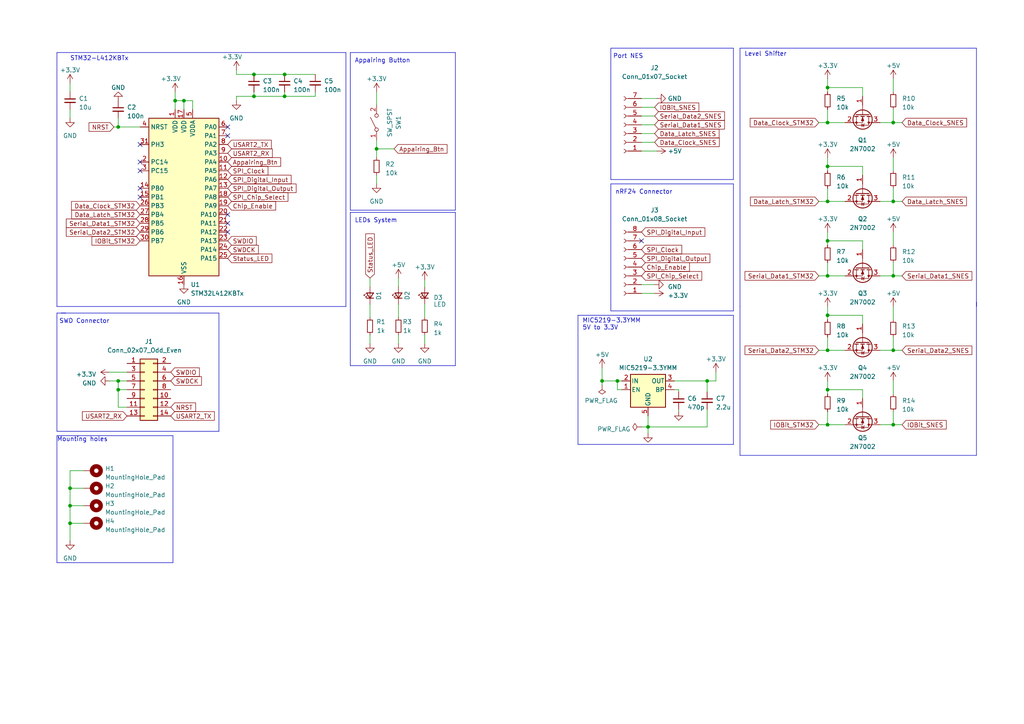
<source format=kicad_sch>
(kicad_sch (version 20230121) (generator eeschema)

  (uuid e27c4aed-f26e-4205-8842-b91be8be392b)

  (paper "A4")

  (title_block
    (title "SNES Wireless Receiver (NRF24L01 Exclude)")
    (date "2023-04-20")
    (rev "4.0a")
    (company "ENSEA")
  )

  (lib_symbols
    (symbol "Connector:Conn_01x07_Socket" (pin_names (offset 1.016) hide) (in_bom yes) (on_board yes)
      (property "Reference" "J" (at 0 10.16 0)
        (effects (font (size 1.27 1.27)))
      )
      (property "Value" "Conn_01x07_Socket" (at 0 -10.16 0)
        (effects (font (size 1.27 1.27)))
      )
      (property "Footprint" "" (at 0 0 0)
        (effects (font (size 1.27 1.27)) hide)
      )
      (property "Datasheet" "~" (at 0 0 0)
        (effects (font (size 1.27 1.27)) hide)
      )
      (property "ki_locked" "" (at 0 0 0)
        (effects (font (size 1.27 1.27)))
      )
      (property "ki_keywords" "connector" (at 0 0 0)
        (effects (font (size 1.27 1.27)) hide)
      )
      (property "ki_description" "Generic connector, single row, 01x07, script generated" (at 0 0 0)
        (effects (font (size 1.27 1.27)) hide)
      )
      (property "ki_fp_filters" "Connector*:*_1x??_*" (at 0 0 0)
        (effects (font (size 1.27 1.27)) hide)
      )
      (symbol "Conn_01x07_Socket_1_1"
        (arc (start 0 -7.112) (mid -0.5058 -7.62) (end 0 -8.128)
          (stroke (width 0.1524) (type default))
          (fill (type none))
        )
        (arc (start 0 -4.572) (mid -0.5058 -5.08) (end 0 -5.588)
          (stroke (width 0.1524) (type default))
          (fill (type none))
        )
        (arc (start 0 -2.032) (mid -0.5058 -2.54) (end 0 -3.048)
          (stroke (width 0.1524) (type default))
          (fill (type none))
        )
        (polyline
          (pts
            (xy -1.27 -7.62)
            (xy -0.508 -7.62)
          )
          (stroke (width 0.1524) (type default))
          (fill (type none))
        )
        (polyline
          (pts
            (xy -1.27 -5.08)
            (xy -0.508 -5.08)
          )
          (stroke (width 0.1524) (type default))
          (fill (type none))
        )
        (polyline
          (pts
            (xy -1.27 -2.54)
            (xy -0.508 -2.54)
          )
          (stroke (width 0.1524) (type default))
          (fill (type none))
        )
        (polyline
          (pts
            (xy -1.27 0)
            (xy -0.508 0)
          )
          (stroke (width 0.1524) (type default))
          (fill (type none))
        )
        (polyline
          (pts
            (xy -1.27 2.54)
            (xy -0.508 2.54)
          )
          (stroke (width 0.1524) (type default))
          (fill (type none))
        )
        (polyline
          (pts
            (xy -1.27 5.08)
            (xy -0.508 5.08)
          )
          (stroke (width 0.1524) (type default))
          (fill (type none))
        )
        (polyline
          (pts
            (xy -1.27 7.62)
            (xy -0.508 7.62)
          )
          (stroke (width 0.1524) (type default))
          (fill (type none))
        )
        (arc (start 0 0.508) (mid -0.5058 0) (end 0 -0.508)
          (stroke (width 0.1524) (type default))
          (fill (type none))
        )
        (arc (start 0 3.048) (mid -0.5058 2.54) (end 0 2.032)
          (stroke (width 0.1524) (type default))
          (fill (type none))
        )
        (arc (start 0 5.588) (mid -0.5058 5.08) (end 0 4.572)
          (stroke (width 0.1524) (type default))
          (fill (type none))
        )
        (arc (start 0 8.128) (mid -0.5058 7.62) (end 0 7.112)
          (stroke (width 0.1524) (type default))
          (fill (type none))
        )
        (pin passive line (at -5.08 7.62 0) (length 3.81)
          (name "Pin_1" (effects (font (size 1.27 1.27))))
          (number "1" (effects (font (size 1.27 1.27))))
        )
        (pin passive line (at -5.08 5.08 0) (length 3.81)
          (name "Pin_2" (effects (font (size 1.27 1.27))))
          (number "2" (effects (font (size 1.27 1.27))))
        )
        (pin passive line (at -5.08 2.54 0) (length 3.81)
          (name "Pin_3" (effects (font (size 1.27 1.27))))
          (number "3" (effects (font (size 1.27 1.27))))
        )
        (pin passive line (at -5.08 0 0) (length 3.81)
          (name "Pin_4" (effects (font (size 1.27 1.27))))
          (number "4" (effects (font (size 1.27 1.27))))
        )
        (pin passive line (at -5.08 -2.54 0) (length 3.81)
          (name "Pin_5" (effects (font (size 1.27 1.27))))
          (number "5" (effects (font (size 1.27 1.27))))
        )
        (pin passive line (at -5.08 -5.08 0) (length 3.81)
          (name "Pin_6" (effects (font (size 1.27 1.27))))
          (number "6" (effects (font (size 1.27 1.27))))
        )
        (pin passive line (at -5.08 -7.62 0) (length 3.81)
          (name "Pin_7" (effects (font (size 1.27 1.27))))
          (number "7" (effects (font (size 1.27 1.27))))
        )
      )
    )
    (symbol "Connector:Conn_01x08_Socket" (pin_names (offset 1.016) hide) (in_bom yes) (on_board yes)
      (property "Reference" "J" (at 0 10.16 0)
        (effects (font (size 1.27 1.27)))
      )
      (property "Value" "Conn_01x08_Socket" (at 0 -12.7 0)
        (effects (font (size 1.27 1.27)))
      )
      (property "Footprint" "" (at 0 0 0)
        (effects (font (size 1.27 1.27)) hide)
      )
      (property "Datasheet" "~" (at 0 0 0)
        (effects (font (size 1.27 1.27)) hide)
      )
      (property "ki_locked" "" (at 0 0 0)
        (effects (font (size 1.27 1.27)))
      )
      (property "ki_keywords" "connector" (at 0 0 0)
        (effects (font (size 1.27 1.27)) hide)
      )
      (property "ki_description" "Generic connector, single row, 01x08, script generated" (at 0 0 0)
        (effects (font (size 1.27 1.27)) hide)
      )
      (property "ki_fp_filters" "Connector*:*_1x??_*" (at 0 0 0)
        (effects (font (size 1.27 1.27)) hide)
      )
      (symbol "Conn_01x08_Socket_1_1"
        (arc (start 0 -9.652) (mid -0.5058 -10.16) (end 0 -10.668)
          (stroke (width 0.1524) (type default))
          (fill (type none))
        )
        (arc (start 0 -7.112) (mid -0.5058 -7.62) (end 0 -8.128)
          (stroke (width 0.1524) (type default))
          (fill (type none))
        )
        (arc (start 0 -4.572) (mid -0.5058 -5.08) (end 0 -5.588)
          (stroke (width 0.1524) (type default))
          (fill (type none))
        )
        (arc (start 0 -2.032) (mid -0.5058 -2.54) (end 0 -3.048)
          (stroke (width 0.1524) (type default))
          (fill (type none))
        )
        (polyline
          (pts
            (xy -1.27 -10.16)
            (xy -0.508 -10.16)
          )
          (stroke (width 0.1524) (type default))
          (fill (type none))
        )
        (polyline
          (pts
            (xy -1.27 -7.62)
            (xy -0.508 -7.62)
          )
          (stroke (width 0.1524) (type default))
          (fill (type none))
        )
        (polyline
          (pts
            (xy -1.27 -5.08)
            (xy -0.508 -5.08)
          )
          (stroke (width 0.1524) (type default))
          (fill (type none))
        )
        (polyline
          (pts
            (xy -1.27 -2.54)
            (xy -0.508 -2.54)
          )
          (stroke (width 0.1524) (type default))
          (fill (type none))
        )
        (polyline
          (pts
            (xy -1.27 0)
            (xy -0.508 0)
          )
          (stroke (width 0.1524) (type default))
          (fill (type none))
        )
        (polyline
          (pts
            (xy -1.27 2.54)
            (xy -0.508 2.54)
          )
          (stroke (width 0.1524) (type default))
          (fill (type none))
        )
        (polyline
          (pts
            (xy -1.27 5.08)
            (xy -0.508 5.08)
          )
          (stroke (width 0.1524) (type default))
          (fill (type none))
        )
        (polyline
          (pts
            (xy -1.27 7.62)
            (xy -0.508 7.62)
          )
          (stroke (width 0.1524) (type default))
          (fill (type none))
        )
        (arc (start 0 0.508) (mid -0.5058 0) (end 0 -0.508)
          (stroke (width 0.1524) (type default))
          (fill (type none))
        )
        (arc (start 0 3.048) (mid -0.5058 2.54) (end 0 2.032)
          (stroke (width 0.1524) (type default))
          (fill (type none))
        )
        (arc (start 0 5.588) (mid -0.5058 5.08) (end 0 4.572)
          (stroke (width 0.1524) (type default))
          (fill (type none))
        )
        (arc (start 0 8.128) (mid -0.5058 7.62) (end 0 7.112)
          (stroke (width 0.1524) (type default))
          (fill (type none))
        )
        (pin passive line (at -5.08 7.62 0) (length 3.81)
          (name "Pin_1" (effects (font (size 1.27 1.27))))
          (number "1" (effects (font (size 1.27 1.27))))
        )
        (pin passive line (at -5.08 5.08 0) (length 3.81)
          (name "Pin_2" (effects (font (size 1.27 1.27))))
          (number "2" (effects (font (size 1.27 1.27))))
        )
        (pin passive line (at -5.08 2.54 0) (length 3.81)
          (name "Pin_3" (effects (font (size 1.27 1.27))))
          (number "3" (effects (font (size 1.27 1.27))))
        )
        (pin passive line (at -5.08 0 0) (length 3.81)
          (name "Pin_4" (effects (font (size 1.27 1.27))))
          (number "4" (effects (font (size 1.27 1.27))))
        )
        (pin passive line (at -5.08 -2.54 0) (length 3.81)
          (name "Pin_5" (effects (font (size 1.27 1.27))))
          (number "5" (effects (font (size 1.27 1.27))))
        )
        (pin passive line (at -5.08 -5.08 0) (length 3.81)
          (name "Pin_6" (effects (font (size 1.27 1.27))))
          (number "6" (effects (font (size 1.27 1.27))))
        )
        (pin passive line (at -5.08 -7.62 0) (length 3.81)
          (name "Pin_7" (effects (font (size 1.27 1.27))))
          (number "7" (effects (font (size 1.27 1.27))))
        )
        (pin passive line (at -5.08 -10.16 0) (length 3.81)
          (name "Pin_8" (effects (font (size 1.27 1.27))))
          (number "8" (effects (font (size 1.27 1.27))))
        )
      )
    )
    (symbol "Connector_Generic:Conn_02x07_Odd_Even" (pin_names (offset 1.016) hide) (in_bom yes) (on_board yes)
      (property "Reference" "J" (at 1.27 10.16 0)
        (effects (font (size 1.27 1.27)))
      )
      (property "Value" "Conn_02x07_Odd_Even" (at 1.27 -10.16 0)
        (effects (font (size 1.27 1.27)))
      )
      (property "Footprint" "" (at 0 0 0)
        (effects (font (size 1.27 1.27)) hide)
      )
      (property "Datasheet" "~" (at 0 0 0)
        (effects (font (size 1.27 1.27)) hide)
      )
      (property "ki_keywords" "connector" (at 0 0 0)
        (effects (font (size 1.27 1.27)) hide)
      )
      (property "ki_description" "Generic connector, double row, 02x07, odd/even pin numbering scheme (row 1 odd numbers, row 2 even numbers), script generated (kicad-library-utils/schlib/autogen/connector/)" (at 0 0 0)
        (effects (font (size 1.27 1.27)) hide)
      )
      (property "ki_fp_filters" "Connector*:*_2x??_*" (at 0 0 0)
        (effects (font (size 1.27 1.27)) hide)
      )
      (symbol "Conn_02x07_Odd_Even_1_1"
        (rectangle (start -1.27 -7.493) (end 0 -7.747)
          (stroke (width 0.1524) (type default))
          (fill (type none))
        )
        (rectangle (start -1.27 -4.953) (end 0 -5.207)
          (stroke (width 0.1524) (type default))
          (fill (type none))
        )
        (rectangle (start -1.27 -2.413) (end 0 -2.667)
          (stroke (width 0.1524) (type default))
          (fill (type none))
        )
        (rectangle (start -1.27 0.127) (end 0 -0.127)
          (stroke (width 0.1524) (type default))
          (fill (type none))
        )
        (rectangle (start -1.27 2.667) (end 0 2.413)
          (stroke (width 0.1524) (type default))
          (fill (type none))
        )
        (rectangle (start -1.27 5.207) (end 0 4.953)
          (stroke (width 0.1524) (type default))
          (fill (type none))
        )
        (rectangle (start -1.27 7.747) (end 0 7.493)
          (stroke (width 0.1524) (type default))
          (fill (type none))
        )
        (rectangle (start -1.27 8.89) (end 3.81 -8.89)
          (stroke (width 0.254) (type default))
          (fill (type background))
        )
        (rectangle (start 3.81 -7.493) (end 2.54 -7.747)
          (stroke (width 0.1524) (type default))
          (fill (type none))
        )
        (rectangle (start 3.81 -4.953) (end 2.54 -5.207)
          (stroke (width 0.1524) (type default))
          (fill (type none))
        )
        (rectangle (start 3.81 -2.413) (end 2.54 -2.667)
          (stroke (width 0.1524) (type default))
          (fill (type none))
        )
        (rectangle (start 3.81 0.127) (end 2.54 -0.127)
          (stroke (width 0.1524) (type default))
          (fill (type none))
        )
        (rectangle (start 3.81 2.667) (end 2.54 2.413)
          (stroke (width 0.1524) (type default))
          (fill (type none))
        )
        (rectangle (start 3.81 5.207) (end 2.54 4.953)
          (stroke (width 0.1524) (type default))
          (fill (type none))
        )
        (rectangle (start 3.81 7.747) (end 2.54 7.493)
          (stroke (width 0.1524) (type default))
          (fill (type none))
        )
        (pin passive line (at -5.08 7.62 0) (length 3.81)
          (name "Pin_1" (effects (font (size 1.27 1.27))))
          (number "1" (effects (font (size 1.27 1.27))))
        )
        (pin passive line (at 7.62 -2.54 180) (length 3.81)
          (name "Pin_10" (effects (font (size 1.27 1.27))))
          (number "10" (effects (font (size 1.27 1.27))))
        )
        (pin passive line (at -5.08 -5.08 0) (length 3.81)
          (name "Pin_11" (effects (font (size 1.27 1.27))))
          (number "11" (effects (font (size 1.27 1.27))))
        )
        (pin passive line (at 7.62 -5.08 180) (length 3.81)
          (name "Pin_12" (effects (font (size 1.27 1.27))))
          (number "12" (effects (font (size 1.27 1.27))))
        )
        (pin passive line (at -5.08 -7.62 0) (length 3.81)
          (name "Pin_13" (effects (font (size 1.27 1.27))))
          (number "13" (effects (font (size 1.27 1.27))))
        )
        (pin passive line (at 7.62 -7.62 180) (length 3.81)
          (name "Pin_14" (effects (font (size 1.27 1.27))))
          (number "14" (effects (font (size 1.27 1.27))))
        )
        (pin passive line (at 7.62 7.62 180) (length 3.81)
          (name "Pin_2" (effects (font (size 1.27 1.27))))
          (number "2" (effects (font (size 1.27 1.27))))
        )
        (pin passive line (at -5.08 5.08 0) (length 3.81)
          (name "Pin_3" (effects (font (size 1.27 1.27))))
          (number "3" (effects (font (size 1.27 1.27))))
        )
        (pin passive line (at 7.62 5.08 180) (length 3.81)
          (name "Pin_4" (effects (font (size 1.27 1.27))))
          (number "4" (effects (font (size 1.27 1.27))))
        )
        (pin passive line (at -5.08 2.54 0) (length 3.81)
          (name "Pin_5" (effects (font (size 1.27 1.27))))
          (number "5" (effects (font (size 1.27 1.27))))
        )
        (pin passive line (at 7.62 2.54 180) (length 3.81)
          (name "Pin_6" (effects (font (size 1.27 1.27))))
          (number "6" (effects (font (size 1.27 1.27))))
        )
        (pin passive line (at -5.08 0 0) (length 3.81)
          (name "Pin_7" (effects (font (size 1.27 1.27))))
          (number "7" (effects (font (size 1.27 1.27))))
        )
        (pin passive line (at 7.62 0 180) (length 3.81)
          (name "Pin_8" (effects (font (size 1.27 1.27))))
          (number "8" (effects (font (size 1.27 1.27))))
        )
        (pin passive line (at -5.08 -2.54 0) (length 3.81)
          (name "Pin_9" (effects (font (size 1.27 1.27))))
          (number "9" (effects (font (size 1.27 1.27))))
        )
      )
    )
    (symbol "Device:C_Small" (pin_numbers hide) (pin_names (offset 0.254) hide) (in_bom yes) (on_board yes)
      (property "Reference" "C" (at 0.254 1.778 0)
        (effects (font (size 1.27 1.27)) (justify left))
      )
      (property "Value" "C_Small" (at 0.254 -2.032 0)
        (effects (font (size 1.27 1.27)) (justify left))
      )
      (property "Footprint" "" (at 0 0 0)
        (effects (font (size 1.27 1.27)) hide)
      )
      (property "Datasheet" "~" (at 0 0 0)
        (effects (font (size 1.27 1.27)) hide)
      )
      (property "ki_keywords" "capacitor cap" (at 0 0 0)
        (effects (font (size 1.27 1.27)) hide)
      )
      (property "ki_description" "Unpolarized capacitor, small symbol" (at 0 0 0)
        (effects (font (size 1.27 1.27)) hide)
      )
      (property "ki_fp_filters" "C_*" (at 0 0 0)
        (effects (font (size 1.27 1.27)) hide)
      )
      (symbol "C_Small_0_1"
        (polyline
          (pts
            (xy -1.524 -0.508)
            (xy 1.524 -0.508)
          )
          (stroke (width 0.3302) (type default))
          (fill (type none))
        )
        (polyline
          (pts
            (xy -1.524 0.508)
            (xy 1.524 0.508)
          )
          (stroke (width 0.3048) (type default))
          (fill (type none))
        )
      )
      (symbol "C_Small_1_1"
        (pin passive line (at 0 2.54 270) (length 2.032)
          (name "~" (effects (font (size 1.27 1.27))))
          (number "1" (effects (font (size 1.27 1.27))))
        )
        (pin passive line (at 0 -2.54 90) (length 2.032)
          (name "~" (effects (font (size 1.27 1.27))))
          (number "2" (effects (font (size 1.27 1.27))))
        )
      )
    )
    (symbol "Device:LED_Small" (pin_numbers hide) (pin_names (offset 0.254) hide) (in_bom yes) (on_board yes)
      (property "Reference" "D" (at -1.27 3.175 0)
        (effects (font (size 1.27 1.27)) (justify left))
      )
      (property "Value" "LED_Small" (at -4.445 -2.54 0)
        (effects (font (size 1.27 1.27)) (justify left))
      )
      (property "Footprint" "" (at 0 0 90)
        (effects (font (size 1.27 1.27)) hide)
      )
      (property "Datasheet" "~" (at 0 0 90)
        (effects (font (size 1.27 1.27)) hide)
      )
      (property "ki_keywords" "LED diode light-emitting-diode" (at 0 0 0)
        (effects (font (size 1.27 1.27)) hide)
      )
      (property "ki_description" "Light emitting diode, small symbol" (at 0 0 0)
        (effects (font (size 1.27 1.27)) hide)
      )
      (property "ki_fp_filters" "LED* LED_SMD:* LED_THT:*" (at 0 0 0)
        (effects (font (size 1.27 1.27)) hide)
      )
      (symbol "LED_Small_0_1"
        (polyline
          (pts
            (xy -0.762 -1.016)
            (xy -0.762 1.016)
          )
          (stroke (width 0.254) (type default))
          (fill (type none))
        )
        (polyline
          (pts
            (xy 1.016 0)
            (xy -0.762 0)
          )
          (stroke (width 0) (type default))
          (fill (type none))
        )
        (polyline
          (pts
            (xy 0.762 -1.016)
            (xy -0.762 0)
            (xy 0.762 1.016)
            (xy 0.762 -1.016)
          )
          (stroke (width 0.254) (type default))
          (fill (type none))
        )
        (polyline
          (pts
            (xy 0 0.762)
            (xy -0.508 1.27)
            (xy -0.254 1.27)
            (xy -0.508 1.27)
            (xy -0.508 1.016)
          )
          (stroke (width 0) (type default))
          (fill (type none))
        )
        (polyline
          (pts
            (xy 0.508 1.27)
            (xy 0 1.778)
            (xy 0.254 1.778)
            (xy 0 1.778)
            (xy 0 1.524)
          )
          (stroke (width 0) (type default))
          (fill (type none))
        )
      )
      (symbol "LED_Small_1_1"
        (pin passive line (at -2.54 0 0) (length 1.778)
          (name "K" (effects (font (size 1.27 1.27))))
          (number "1" (effects (font (size 1.27 1.27))))
        )
        (pin passive line (at 2.54 0 180) (length 1.778)
          (name "A" (effects (font (size 1.27 1.27))))
          (number "2" (effects (font (size 1.27 1.27))))
        )
      )
    )
    (symbol "Device:R_Small" (pin_numbers hide) (pin_names (offset 0.254) hide) (in_bom yes) (on_board yes)
      (property "Reference" "R" (at 0.762 0.508 0)
        (effects (font (size 1.27 1.27)) (justify left))
      )
      (property "Value" "R_Small" (at 0.762 -1.016 0)
        (effects (font (size 1.27 1.27)) (justify left))
      )
      (property "Footprint" "" (at 0 0 0)
        (effects (font (size 1.27 1.27)) hide)
      )
      (property "Datasheet" "~" (at 0 0 0)
        (effects (font (size 1.27 1.27)) hide)
      )
      (property "ki_keywords" "R resistor" (at 0 0 0)
        (effects (font (size 1.27 1.27)) hide)
      )
      (property "ki_description" "Resistor, small symbol" (at 0 0 0)
        (effects (font (size 1.27 1.27)) hide)
      )
      (property "ki_fp_filters" "R_*" (at 0 0 0)
        (effects (font (size 1.27 1.27)) hide)
      )
      (symbol "R_Small_0_1"
        (rectangle (start -0.762 1.778) (end 0.762 -1.778)
          (stroke (width 0.2032) (type default))
          (fill (type none))
        )
      )
      (symbol "R_Small_1_1"
        (pin passive line (at 0 2.54 270) (length 0.762)
          (name "~" (effects (font (size 1.27 1.27))))
          (number "1" (effects (font (size 1.27 1.27))))
        )
        (pin passive line (at 0 -2.54 90) (length 0.762)
          (name "~" (effects (font (size 1.27 1.27))))
          (number "2" (effects (font (size 1.27 1.27))))
        )
      )
    )
    (symbol "MCU_ST_STM32L4:STM32L412KBTx" (in_bom yes) (on_board yes)
      (property "Reference" "U" (at -10.16 24.13 0)
        (effects (font (size 1.27 1.27)) (justify left))
      )
      (property "Value" "STM32L412KBTx" (at 5.08 24.13 0)
        (effects (font (size 1.27 1.27)) (justify left))
      )
      (property "Footprint" "Package_QFP:LQFP-32_7x7mm_P0.8mm" (at -10.16 -22.86 0)
        (effects (font (size 1.27 1.27)) (justify right) hide)
      )
      (property "Datasheet" "https://www.st.com/resource/en/datasheet/stm32l412kb.pdf" (at 0 0 0)
        (effects (font (size 1.27 1.27)) hide)
      )
      (property "ki_locked" "" (at 0 0 0)
        (effects (font (size 1.27 1.27)))
      )
      (property "ki_keywords" "Arm Cortex-M4 STM32L4 STM32L4x2" (at 0 0 0)
        (effects (font (size 1.27 1.27)) hide)
      )
      (property "ki_description" "STMicroelectronics Arm Cortex-M4 MCU, 128KB flash, 40KB RAM, 80 MHz, 1.71-3.6V, 26 GPIO, LQFP32" (at 0 0 0)
        (effects (font (size 1.27 1.27)) hide)
      )
      (property "ki_fp_filters" "LQFP*7x7mm*P0.8mm*" (at 0 0 0)
        (effects (font (size 1.27 1.27)) hide)
      )
      (symbol "STM32L412KBTx_0_1"
        (rectangle (start -10.16 -22.86) (end 10.16 22.86)
          (stroke (width 0.254) (type default))
          (fill (type background))
        )
      )
      (symbol "STM32L412KBTx_1_1"
        (pin power_in line (at -2.54 25.4 270) (length 2.54)
          (name "VDD" (effects (font (size 1.27 1.27))))
          (number "1" (effects (font (size 1.27 1.27))))
        )
        (pin bidirectional line (at 12.7 10.16 180) (length 2.54)
          (name "PA4" (effects (font (size 1.27 1.27))))
          (number "10" (effects (font (size 1.27 1.27))))
          (alternate "ADC1_IN9" bidirectional line)
          (alternate "ADC2_IN9" bidirectional line)
          (alternate "COMP1_INM" bidirectional line)
          (alternate "LPTIM2_OUT" bidirectional line)
          (alternate "SPI1_NSS" bidirectional line)
          (alternate "USART2_CK" bidirectional line)
        )
        (pin bidirectional line (at 12.7 7.62 180) (length 2.54)
          (name "PA5" (effects (font (size 1.27 1.27))))
          (number "11" (effects (font (size 1.27 1.27))))
          (alternate "ADC1_IN10" bidirectional line)
          (alternate "ADC2_IN10" bidirectional line)
          (alternate "COMP1_INM" bidirectional line)
          (alternate "LPTIM2_ETR" bidirectional line)
          (alternate "SPI1_SCK" bidirectional line)
          (alternate "TIM2_CH1" bidirectional line)
          (alternate "TIM2_ETR" bidirectional line)
        )
        (pin bidirectional line (at 12.7 5.08 180) (length 2.54)
          (name "PA6" (effects (font (size 1.27 1.27))))
          (number "12" (effects (font (size 1.27 1.27))))
          (alternate "ADC1_IN11" bidirectional line)
          (alternate "ADC2_IN11" bidirectional line)
          (alternate "COMP1_OUT" bidirectional line)
          (alternate "LPUART1_CTS" bidirectional line)
          (alternate "QUADSPI_BK1_IO3" bidirectional line)
          (alternate "SPI1_MISO" bidirectional line)
          (alternate "TIM16_CH1" bidirectional line)
          (alternate "TIM1_BKIN" bidirectional line)
        )
        (pin bidirectional line (at 12.7 2.54 180) (length 2.54)
          (name "PA7" (effects (font (size 1.27 1.27))))
          (number "13" (effects (font (size 1.27 1.27))))
          (alternate "ADC1_IN12" bidirectional line)
          (alternate "ADC2_IN12" bidirectional line)
          (alternate "I2C3_SCL" bidirectional line)
          (alternate "QUADSPI_BK1_IO2" bidirectional line)
          (alternate "SPI1_MOSI" bidirectional line)
          (alternate "TIM1_CH1N" bidirectional line)
        )
        (pin bidirectional line (at -12.7 2.54 0) (length 2.54)
          (name "PB0" (effects (font (size 1.27 1.27))))
          (number "14" (effects (font (size 1.27 1.27))))
          (alternate "ADC1_IN15" bidirectional line)
          (alternate "ADC2_IN15" bidirectional line)
          (alternate "COMP1_OUT" bidirectional line)
          (alternate "QUADSPI_BK1_IO1" bidirectional line)
          (alternate "SPI1_NSS" bidirectional line)
          (alternate "SYS_TRACED0" bidirectional line)
          (alternate "TIM1_CH2N" bidirectional line)
        )
        (pin bidirectional line (at -12.7 0 0) (length 2.54)
          (name "PB1" (effects (font (size 1.27 1.27))))
          (number "15" (effects (font (size 1.27 1.27))))
          (alternate "ADC1_IN16" bidirectional line)
          (alternate "ADC2_IN16" bidirectional line)
          (alternate "COMP1_INM" bidirectional line)
          (alternate "LPTIM2_IN1" bidirectional line)
          (alternate "LPUART1_DE" bidirectional line)
          (alternate "LPUART1_RTS" bidirectional line)
          (alternate "QUADSPI_BK1_IO0" bidirectional line)
          (alternate "SYS_TRACED1" bidirectional line)
          (alternate "TIM1_CH3N" bidirectional line)
        )
        (pin power_in line (at 0 -25.4 90) (length 2.54)
          (name "VSS" (effects (font (size 1.27 1.27))))
          (number "16" (effects (font (size 1.27 1.27))))
        )
        (pin power_in line (at 0 25.4 270) (length 2.54)
          (name "VDD" (effects (font (size 1.27 1.27))))
          (number "17" (effects (font (size 1.27 1.27))))
        )
        (pin bidirectional line (at 12.7 0 180) (length 2.54)
          (name "PA8" (effects (font (size 1.27 1.27))))
          (number "18" (effects (font (size 1.27 1.27))))
          (alternate "LPTIM2_OUT" bidirectional line)
          (alternate "RCC_MCO" bidirectional line)
          (alternate "TIM1_CH1" bidirectional line)
          (alternate "USART1_CK" bidirectional line)
        )
        (pin bidirectional line (at 12.7 -2.54 180) (length 2.54)
          (name "PA9" (effects (font (size 1.27 1.27))))
          (number "19" (effects (font (size 1.27 1.27))))
          (alternate "I2C1_SCL" bidirectional line)
          (alternate "TIM15_BKIN" bidirectional line)
          (alternate "TIM1_CH2" bidirectional line)
          (alternate "USART1_TX" bidirectional line)
        )
        (pin bidirectional line (at -12.7 10.16 0) (length 2.54)
          (name "PC14" (effects (font (size 1.27 1.27))))
          (number "2" (effects (font (size 1.27 1.27))))
          (alternate "RCC_OSC32_IN" bidirectional line)
        )
        (pin bidirectional line (at 12.7 -5.08 180) (length 2.54)
          (name "PA10" (effects (font (size 1.27 1.27))))
          (number "20" (effects (font (size 1.27 1.27))))
          (alternate "CRS_SYNC" bidirectional line)
          (alternate "I2C1_SDA" bidirectional line)
          (alternate "TIM1_CH3" bidirectional line)
          (alternate "USART1_RX" bidirectional line)
        )
        (pin bidirectional line (at 12.7 -7.62 180) (length 2.54)
          (name "PA11" (effects (font (size 1.27 1.27))))
          (number "21" (effects (font (size 1.27 1.27))))
          (alternate "ADC1_EXTI11" bidirectional line)
          (alternate "ADC2_EXTI11" bidirectional line)
          (alternate "COMP1_OUT" bidirectional line)
          (alternate "SPI1_MISO" bidirectional line)
          (alternate "TIM1_BKIN2" bidirectional line)
          (alternate "TIM1_BKIN2_COMP1" bidirectional line)
          (alternate "TIM1_CH4" bidirectional line)
          (alternate "USART1_CTS" bidirectional line)
          (alternate "USB_DM" bidirectional line)
        )
        (pin bidirectional line (at 12.7 -10.16 180) (length 2.54)
          (name "PA12" (effects (font (size 1.27 1.27))))
          (number "22" (effects (font (size 1.27 1.27))))
          (alternate "SPI1_MOSI" bidirectional line)
          (alternate "TIM1_ETR" bidirectional line)
          (alternate "USART1_DE" bidirectional line)
          (alternate "USART1_RTS" bidirectional line)
          (alternate "USB_DP" bidirectional line)
        )
        (pin bidirectional line (at 12.7 -12.7 180) (length 2.54)
          (name "PA13" (effects (font (size 1.27 1.27))))
          (number "23" (effects (font (size 1.27 1.27))))
          (alternate "IR_OUT" bidirectional line)
          (alternate "SYS_JTMS-SWDIO" bidirectional line)
          (alternate "USB_NOE" bidirectional line)
        )
        (pin bidirectional line (at 12.7 -15.24 180) (length 2.54)
          (name "PA14" (effects (font (size 1.27 1.27))))
          (number "24" (effects (font (size 1.27 1.27))))
          (alternate "I2C1_SMBA" bidirectional line)
          (alternate "LPTIM1_OUT" bidirectional line)
          (alternate "SYS_JTCK-SWCLK" bidirectional line)
        )
        (pin bidirectional line (at 12.7 -17.78 180) (length 2.54)
          (name "PA15" (effects (font (size 1.27 1.27))))
          (number "25" (effects (font (size 1.27 1.27))))
          (alternate "ADC1_EXTI15" bidirectional line)
          (alternate "ADC2_EXTI15" bidirectional line)
          (alternate "SPI1_NSS" bidirectional line)
          (alternate "SYS_JTDI" bidirectional line)
          (alternate "TIM2_CH1" bidirectional line)
          (alternate "TIM2_ETR" bidirectional line)
          (alternate "USART2_RX" bidirectional line)
        )
        (pin bidirectional line (at -12.7 -2.54 0) (length 2.54)
          (name "PB3" (effects (font (size 1.27 1.27))))
          (number "26" (effects (font (size 1.27 1.27))))
          (alternate "SPI1_SCK" bidirectional line)
          (alternate "SYS_JTDO-SWO" bidirectional line)
          (alternate "TIM2_CH2" bidirectional line)
          (alternate "USART1_DE" bidirectional line)
          (alternate "USART1_RTS" bidirectional line)
        )
        (pin bidirectional line (at -12.7 -5.08 0) (length 2.54)
          (name "PB4" (effects (font (size 1.27 1.27))))
          (number "27" (effects (font (size 1.27 1.27))))
          (alternate "I2C3_SDA" bidirectional line)
          (alternate "SPI1_MISO" bidirectional line)
          (alternate "SYS_JTRST" bidirectional line)
          (alternate "TSC_G2_IO1" bidirectional line)
          (alternate "USART1_CTS" bidirectional line)
        )
        (pin bidirectional line (at -12.7 -7.62 0) (length 2.54)
          (name "PB5" (effects (font (size 1.27 1.27))))
          (number "28" (effects (font (size 1.27 1.27))))
          (alternate "I2C1_SMBA" bidirectional line)
          (alternate "LPTIM1_IN1" bidirectional line)
          (alternate "SPI1_MOSI" bidirectional line)
          (alternate "SYS_TRACED2" bidirectional line)
          (alternate "TIM16_BKIN" bidirectional line)
          (alternate "TSC_G2_IO2" bidirectional line)
          (alternate "USART1_CK" bidirectional line)
        )
        (pin bidirectional line (at -12.7 -10.16 0) (length 2.54)
          (name "PB6" (effects (font (size 1.27 1.27))))
          (number "29" (effects (font (size 1.27 1.27))))
          (alternate "I2C1_SCL" bidirectional line)
          (alternate "LPTIM1_ETR" bidirectional line)
          (alternate "SYS_TRACED3" bidirectional line)
          (alternate "TIM16_CH1N" bidirectional line)
          (alternate "TSC_G2_IO3" bidirectional line)
          (alternate "USART1_TX" bidirectional line)
        )
        (pin bidirectional line (at -12.7 7.62 0) (length 2.54)
          (name "PC15" (effects (font (size 1.27 1.27))))
          (number "3" (effects (font (size 1.27 1.27))))
          (alternate "ADC1_EXTI15" bidirectional line)
          (alternate "ADC2_EXTI15" bidirectional line)
          (alternate "RCC_OSC32_OUT" bidirectional line)
        )
        (pin bidirectional line (at -12.7 -12.7 0) (length 2.54)
          (name "PB7" (effects (font (size 1.27 1.27))))
          (number "30" (effects (font (size 1.27 1.27))))
          (alternate "I2C1_SDA" bidirectional line)
          (alternate "LPTIM1_IN2" bidirectional line)
          (alternate "SYS_PVD_IN" bidirectional line)
          (alternate "SYS_TRACECLK" bidirectional line)
          (alternate "TSC_G2_IO4" bidirectional line)
          (alternate "USART1_RX" bidirectional line)
        )
        (pin bidirectional line (at -12.7 15.24 0) (length 2.54)
          (name "PH3" (effects (font (size 1.27 1.27))))
          (number "31" (effects (font (size 1.27 1.27))))
        )
        (pin passive line (at 0 -25.4 90) (length 2.54) hide
          (name "VSS" (effects (font (size 1.27 1.27))))
          (number "32" (effects (font (size 1.27 1.27))))
        )
        (pin input line (at -12.7 20.32 0) (length 2.54)
          (name "NRST" (effects (font (size 1.27 1.27))))
          (number "4" (effects (font (size 1.27 1.27))))
        )
        (pin power_in line (at 2.54 25.4 270) (length 2.54)
          (name "VDDA" (effects (font (size 1.27 1.27))))
          (number "5" (effects (font (size 1.27 1.27))))
        )
        (pin bidirectional line (at 12.7 20.32 180) (length 2.54)
          (name "PA0" (effects (font (size 1.27 1.27))))
          (number "6" (effects (font (size 1.27 1.27))))
          (alternate "ADC1_IN5" bidirectional line)
          (alternate "COMP1_INM" bidirectional line)
          (alternate "COMP1_OUT" bidirectional line)
          (alternate "OPAMP1_VINP" bidirectional line)
          (alternate "RCC_CK_IN" bidirectional line)
          (alternate "RTC_TAMP2" bidirectional line)
          (alternate "SYS_WKUP1" bidirectional line)
          (alternate "TIM2_CH1" bidirectional line)
          (alternate "TIM2_ETR" bidirectional line)
          (alternate "USART2_CTS" bidirectional line)
        )
        (pin bidirectional line (at 12.7 17.78 180) (length 2.54)
          (name "PA1" (effects (font (size 1.27 1.27))))
          (number "7" (effects (font (size 1.27 1.27))))
          (alternate "ADC1_IN6" bidirectional line)
          (alternate "COMP1_INP" bidirectional line)
          (alternate "I2C1_SMBA" bidirectional line)
          (alternate "OPAMP1_VINM" bidirectional line)
          (alternate "SPI1_SCK" bidirectional line)
          (alternate "TIM15_CH1N" bidirectional line)
          (alternate "TIM2_CH2" bidirectional line)
          (alternate "USART2_DE" bidirectional line)
          (alternate "USART2_RTS" bidirectional line)
        )
        (pin bidirectional line (at 12.7 15.24 180) (length 2.54)
          (name "PA2" (effects (font (size 1.27 1.27))))
          (number "8" (effects (font (size 1.27 1.27))))
          (alternate "ADC1_IN7" bidirectional line)
          (alternate "ADC2_IN7" bidirectional line)
          (alternate "LPUART1_TX" bidirectional line)
          (alternate "QUADSPI_BK1_NCS" bidirectional line)
          (alternate "RCC_LSCO" bidirectional line)
          (alternate "SYS_WKUP4" bidirectional line)
          (alternate "TIM15_CH1" bidirectional line)
          (alternate "TIM2_CH3" bidirectional line)
          (alternate "USART2_TX" bidirectional line)
        )
        (pin bidirectional line (at 12.7 12.7 180) (length 2.54)
          (name "PA3" (effects (font (size 1.27 1.27))))
          (number "9" (effects (font (size 1.27 1.27))))
          (alternate "ADC1_IN8" bidirectional line)
          (alternate "ADC2_IN8" bidirectional line)
          (alternate "LPUART1_RX" bidirectional line)
          (alternate "OPAMP1_VOUT" bidirectional line)
          (alternate "QUADSPI_CLK" bidirectional line)
          (alternate "TIM15_CH2" bidirectional line)
          (alternate "TIM2_CH4" bidirectional line)
          (alternate "USART2_RX" bidirectional line)
        )
      )
    )
    (symbol "Mechanical:MountingHole_Pad" (pin_numbers hide) (pin_names (offset 1.016) hide) (in_bom yes) (on_board yes)
      (property "Reference" "H" (at 0 6.35 0)
        (effects (font (size 1.27 1.27)))
      )
      (property "Value" "MountingHole_Pad" (at 0 4.445 0)
        (effects (font (size 1.27 1.27)))
      )
      (property "Footprint" "" (at 0 0 0)
        (effects (font (size 1.27 1.27)) hide)
      )
      (property "Datasheet" "~" (at 0 0 0)
        (effects (font (size 1.27 1.27)) hide)
      )
      (property "ki_keywords" "mounting hole" (at 0 0 0)
        (effects (font (size 1.27 1.27)) hide)
      )
      (property "ki_description" "Mounting Hole with connection" (at 0 0 0)
        (effects (font (size 1.27 1.27)) hide)
      )
      (property "ki_fp_filters" "MountingHole*Pad*" (at 0 0 0)
        (effects (font (size 1.27 1.27)) hide)
      )
      (symbol "MountingHole_Pad_0_1"
        (circle (center 0 1.27) (radius 1.27)
          (stroke (width 1.27) (type default))
          (fill (type none))
        )
      )
      (symbol "MountingHole_Pad_1_1"
        (pin input line (at 0 -2.54 90) (length 2.54)
          (name "1" (effects (font (size 1.27 1.27))))
          (number "1" (effects (font (size 1.27 1.27))))
        )
      )
    )
    (symbol "Regulator_Linear:MIC5219-3.3YMM" (pin_names (offset 0.254)) (in_bom yes) (on_board yes)
      (property "Reference" "U" (at -3.81 5.715 0)
        (effects (font (size 1.27 1.27)))
      )
      (property "Value" "MIC5219-3.3YMM" (at 0 5.715 0)
        (effects (font (size 1.27 1.27)) (justify left))
      )
      (property "Footprint" "Package_SO:MSOP-8_3x3mm_P0.65mm" (at 0 8.255 0)
        (effects (font (size 1.27 1.27)) hide)
      )
      (property "Datasheet" "http://ww1.microchip.com/downloads/en/DeviceDoc/MIC5219-500mA-Peak-Output-LDO-Regulator-DS20006021A.pdf" (at 0 0 0)
        (effects (font (size 1.27 1.27)) hide)
      )
      (property "ki_keywords" "500mA ultra-low-noise LDO linear voltage regulator fixed positive" (at 0 0 0)
        (effects (font (size 1.27 1.27)) hide)
      )
      (property "ki_description" "500mA low dropout linear regulator, fixed 3.3V output, MSOP-8" (at 0 0 0)
        (effects (font (size 1.27 1.27)) hide)
      )
      (property "ki_fp_filters" "MSOP*3x3mm*P0.65mm*" (at 0 0 0)
        (effects (font (size 1.27 1.27)) hide)
      )
      (symbol "MIC5219-3.3YMM_0_1"
        (rectangle (start -5.08 4.445) (end 5.08 -5.08)
          (stroke (width 0.254) (type default))
          (fill (type background))
        )
      )
      (symbol "MIC5219-3.3YMM_1_1"
        (pin input line (at -7.62 0 0) (length 2.54)
          (name "EN" (effects (font (size 1.27 1.27))))
          (number "1" (effects (font (size 1.27 1.27))))
        )
        (pin power_in line (at -7.62 2.54 0) (length 2.54)
          (name "IN" (effects (font (size 1.27 1.27))))
          (number "2" (effects (font (size 1.27 1.27))))
        )
        (pin power_out line (at 7.62 2.54 180) (length 2.54)
          (name "OUT" (effects (font (size 1.27 1.27))))
          (number "3" (effects (font (size 1.27 1.27))))
        )
        (pin input line (at 7.62 0 180) (length 2.54)
          (name "BP" (effects (font (size 1.27 1.27))))
          (number "4" (effects (font (size 1.27 1.27))))
        )
        (pin power_in line (at 0 -7.62 90) (length 2.54)
          (name "GND" (effects (font (size 1.27 1.27))))
          (number "5" (effects (font (size 1.27 1.27))))
        )
        (pin passive line (at 0 -7.62 90) (length 2.54) hide
          (name "GND" (effects (font (size 1.27 1.27))))
          (number "6" (effects (font (size 1.27 1.27))))
        )
        (pin passive line (at 0 -7.62 90) (length 2.54) hide
          (name "GND" (effects (font (size 1.27 1.27))))
          (number "7" (effects (font (size 1.27 1.27))))
        )
        (pin passive line (at 0 -7.62 90) (length 2.54) hide
          (name "GND" (effects (font (size 1.27 1.27))))
          (number "8" (effects (font (size 1.27 1.27))))
        )
      )
    )
    (symbol "Switch:SW_SPST" (pin_names (offset 0) hide) (in_bom yes) (on_board yes)
      (property "Reference" "SW" (at 0 3.175 0)
        (effects (font (size 1.27 1.27)))
      )
      (property "Value" "SW_SPST" (at 0 -2.54 0)
        (effects (font (size 1.27 1.27)))
      )
      (property "Footprint" "" (at 0 0 0)
        (effects (font (size 1.27 1.27)) hide)
      )
      (property "Datasheet" "~" (at 0 0 0)
        (effects (font (size 1.27 1.27)) hide)
      )
      (property "ki_keywords" "switch lever" (at 0 0 0)
        (effects (font (size 1.27 1.27)) hide)
      )
      (property "ki_description" "Single Pole Single Throw (SPST) switch" (at 0 0 0)
        (effects (font (size 1.27 1.27)) hide)
      )
      (symbol "SW_SPST_0_0"
        (circle (center -2.032 0) (radius 0.508)
          (stroke (width 0) (type default))
          (fill (type none))
        )
        (polyline
          (pts
            (xy -1.524 0.254)
            (xy 1.524 1.778)
          )
          (stroke (width 0) (type default))
          (fill (type none))
        )
        (circle (center 2.032 0) (radius 0.508)
          (stroke (width 0) (type default))
          (fill (type none))
        )
      )
      (symbol "SW_SPST_1_1"
        (pin passive line (at -5.08 0 0) (length 2.54)
          (name "A" (effects (font (size 1.27 1.27))))
          (number "1" (effects (font (size 1.27 1.27))))
        )
        (pin passive line (at 5.08 0 180) (length 2.54)
          (name "B" (effects (font (size 1.27 1.27))))
          (number "2" (effects (font (size 1.27 1.27))))
        )
      )
    )
    (symbol "Transistor_FET:2N7002" (pin_names hide) (in_bom yes) (on_board yes)
      (property "Reference" "Q" (at 5.08 1.905 0)
        (effects (font (size 1.27 1.27)) (justify left))
      )
      (property "Value" "2N7002" (at 5.08 0 0)
        (effects (font (size 1.27 1.27)) (justify left))
      )
      (property "Footprint" "Package_TO_SOT_SMD:SOT-23" (at 5.08 -1.905 0)
        (effects (font (size 1.27 1.27) italic) (justify left) hide)
      )
      (property "Datasheet" "https://www.onsemi.com/pub/Collateral/NDS7002A-D.PDF" (at 0 0 0)
        (effects (font (size 1.27 1.27)) (justify left) hide)
      )
      (property "ki_keywords" "N-Channel Switching MOSFET" (at 0 0 0)
        (effects (font (size 1.27 1.27)) hide)
      )
      (property "ki_description" "0.115A Id, 60V Vds, N-Channel MOSFET, SOT-23" (at 0 0 0)
        (effects (font (size 1.27 1.27)) hide)
      )
      (property "ki_fp_filters" "SOT?23*" (at 0 0 0)
        (effects (font (size 1.27 1.27)) hide)
      )
      (symbol "2N7002_0_1"
        (polyline
          (pts
            (xy 0.254 0)
            (xy -2.54 0)
          )
          (stroke (width 0) (type default))
          (fill (type none))
        )
        (polyline
          (pts
            (xy 0.254 1.905)
            (xy 0.254 -1.905)
          )
          (stroke (width 0.254) (type default))
          (fill (type none))
        )
        (polyline
          (pts
            (xy 0.762 -1.27)
            (xy 0.762 -2.286)
          )
          (stroke (width 0.254) (type default))
          (fill (type none))
        )
        (polyline
          (pts
            (xy 0.762 0.508)
            (xy 0.762 -0.508)
          )
          (stroke (width 0.254) (type default))
          (fill (type none))
        )
        (polyline
          (pts
            (xy 0.762 2.286)
            (xy 0.762 1.27)
          )
          (stroke (width 0.254) (type default))
          (fill (type none))
        )
        (polyline
          (pts
            (xy 2.54 2.54)
            (xy 2.54 1.778)
          )
          (stroke (width 0) (type default))
          (fill (type none))
        )
        (polyline
          (pts
            (xy 2.54 -2.54)
            (xy 2.54 0)
            (xy 0.762 0)
          )
          (stroke (width 0) (type default))
          (fill (type none))
        )
        (polyline
          (pts
            (xy 0.762 -1.778)
            (xy 3.302 -1.778)
            (xy 3.302 1.778)
            (xy 0.762 1.778)
          )
          (stroke (width 0) (type default))
          (fill (type none))
        )
        (polyline
          (pts
            (xy 1.016 0)
            (xy 2.032 0.381)
            (xy 2.032 -0.381)
            (xy 1.016 0)
          )
          (stroke (width 0) (type default))
          (fill (type outline))
        )
        (polyline
          (pts
            (xy 2.794 0.508)
            (xy 2.921 0.381)
            (xy 3.683 0.381)
            (xy 3.81 0.254)
          )
          (stroke (width 0) (type default))
          (fill (type none))
        )
        (polyline
          (pts
            (xy 3.302 0.381)
            (xy 2.921 -0.254)
            (xy 3.683 -0.254)
            (xy 3.302 0.381)
          )
          (stroke (width 0) (type default))
          (fill (type none))
        )
        (circle (center 1.651 0) (radius 2.794)
          (stroke (width 0.254) (type default))
          (fill (type none))
        )
        (circle (center 2.54 -1.778) (radius 0.254)
          (stroke (width 0) (type default))
          (fill (type outline))
        )
        (circle (center 2.54 1.778) (radius 0.254)
          (stroke (width 0) (type default))
          (fill (type outline))
        )
      )
      (symbol "2N7002_1_1"
        (pin input line (at -5.08 0 0) (length 2.54)
          (name "G" (effects (font (size 1.27 1.27))))
          (number "1" (effects (font (size 1.27 1.27))))
        )
        (pin passive line (at 2.54 -5.08 90) (length 2.54)
          (name "S" (effects (font (size 1.27 1.27))))
          (number "2" (effects (font (size 1.27 1.27))))
        )
        (pin passive line (at 2.54 5.08 270) (length 2.54)
          (name "D" (effects (font (size 1.27 1.27))))
          (number "3" (effects (font (size 1.27 1.27))))
        )
      )
    )
    (symbol "power:+3.3V" (power) (pin_names (offset 0)) (in_bom yes) (on_board yes)
      (property "Reference" "#PWR" (at 0 -3.81 0)
        (effects (font (size 1.27 1.27)) hide)
      )
      (property "Value" "+3.3V" (at 0 3.556 0)
        (effects (font (size 1.27 1.27)))
      )
      (property "Footprint" "" (at 0 0 0)
        (effects (font (size 1.27 1.27)) hide)
      )
      (property "Datasheet" "" (at 0 0 0)
        (effects (font (size 1.27 1.27)) hide)
      )
      (property "ki_keywords" "global power" (at 0 0 0)
        (effects (font (size 1.27 1.27)) hide)
      )
      (property "ki_description" "Power symbol creates a global label with name \"+3.3V\"" (at 0 0 0)
        (effects (font (size 1.27 1.27)) hide)
      )
      (symbol "+3.3V_0_1"
        (polyline
          (pts
            (xy -0.762 1.27)
            (xy 0 2.54)
          )
          (stroke (width 0) (type default))
          (fill (type none))
        )
        (polyline
          (pts
            (xy 0 0)
            (xy 0 2.54)
          )
          (stroke (width 0) (type default))
          (fill (type none))
        )
        (polyline
          (pts
            (xy 0 2.54)
            (xy 0.762 1.27)
          )
          (stroke (width 0) (type default))
          (fill (type none))
        )
      )
      (symbol "+3.3V_1_1"
        (pin power_in line (at 0 0 90) (length 0) hide
          (name "+3.3V" (effects (font (size 1.27 1.27))))
          (number "1" (effects (font (size 1.27 1.27))))
        )
      )
    )
    (symbol "power:+5V" (power) (pin_names (offset 0)) (in_bom yes) (on_board yes)
      (property "Reference" "#PWR" (at 0 -3.81 0)
        (effects (font (size 1.27 1.27)) hide)
      )
      (property "Value" "+5V" (at 0 3.556 0)
        (effects (font (size 1.27 1.27)))
      )
      (property "Footprint" "" (at 0 0 0)
        (effects (font (size 1.27 1.27)) hide)
      )
      (property "Datasheet" "" (at 0 0 0)
        (effects (font (size 1.27 1.27)) hide)
      )
      (property "ki_keywords" "global power" (at 0 0 0)
        (effects (font (size 1.27 1.27)) hide)
      )
      (property "ki_description" "Power symbol creates a global label with name \"+5V\"" (at 0 0 0)
        (effects (font (size 1.27 1.27)) hide)
      )
      (symbol "+5V_0_1"
        (polyline
          (pts
            (xy -0.762 1.27)
            (xy 0 2.54)
          )
          (stroke (width 0) (type default))
          (fill (type none))
        )
        (polyline
          (pts
            (xy 0 0)
            (xy 0 2.54)
          )
          (stroke (width 0) (type default))
          (fill (type none))
        )
        (polyline
          (pts
            (xy 0 2.54)
            (xy 0.762 1.27)
          )
          (stroke (width 0) (type default))
          (fill (type none))
        )
      )
      (symbol "+5V_1_1"
        (pin power_in line (at 0 0 90) (length 0) hide
          (name "+5V" (effects (font (size 1.27 1.27))))
          (number "1" (effects (font (size 1.27 1.27))))
        )
      )
    )
    (symbol "power:GND" (power) (pin_names (offset 0)) (in_bom yes) (on_board yes)
      (property "Reference" "#PWR" (at 0 -6.35 0)
        (effects (font (size 1.27 1.27)) hide)
      )
      (property "Value" "GND" (at 0 -3.81 0)
        (effects (font (size 1.27 1.27)))
      )
      (property "Footprint" "" (at 0 0 0)
        (effects (font (size 1.27 1.27)) hide)
      )
      (property "Datasheet" "" (at 0 0 0)
        (effects (font (size 1.27 1.27)) hide)
      )
      (property "ki_keywords" "global power" (at 0 0 0)
        (effects (font (size 1.27 1.27)) hide)
      )
      (property "ki_description" "Power symbol creates a global label with name \"GND\" , ground" (at 0 0 0)
        (effects (font (size 1.27 1.27)) hide)
      )
      (symbol "GND_0_1"
        (polyline
          (pts
            (xy 0 0)
            (xy 0 -1.27)
            (xy 1.27 -1.27)
            (xy 0 -2.54)
            (xy -1.27 -1.27)
            (xy 0 -1.27)
          )
          (stroke (width 0) (type default))
          (fill (type none))
        )
      )
      (symbol "GND_1_1"
        (pin power_in line (at 0 0 270) (length 0) hide
          (name "GND" (effects (font (size 1.27 1.27))))
          (number "1" (effects (font (size 1.27 1.27))))
        )
      )
    )
    (symbol "power:PWR_FLAG" (power) (pin_numbers hide) (pin_names (offset 0) hide) (in_bom yes) (on_board yes)
      (property "Reference" "#FLG" (at 0 1.905 0)
        (effects (font (size 1.27 1.27)) hide)
      )
      (property "Value" "PWR_FLAG" (at 0 3.81 0)
        (effects (font (size 1.27 1.27)))
      )
      (property "Footprint" "" (at 0 0 0)
        (effects (font (size 1.27 1.27)) hide)
      )
      (property "Datasheet" "~" (at 0 0 0)
        (effects (font (size 1.27 1.27)) hide)
      )
      (property "ki_keywords" "flag power" (at 0 0 0)
        (effects (font (size 1.27 1.27)) hide)
      )
      (property "ki_description" "Special symbol for telling ERC where power comes from" (at 0 0 0)
        (effects (font (size 1.27 1.27)) hide)
      )
      (symbol "PWR_FLAG_0_0"
        (pin power_out line (at 0 0 90) (length 0)
          (name "pwr" (effects (font (size 1.27 1.27))))
          (number "1" (effects (font (size 1.27 1.27))))
        )
      )
      (symbol "PWR_FLAG_0_1"
        (polyline
          (pts
            (xy 0 0)
            (xy 0 1.27)
            (xy -1.016 1.905)
            (xy 0 2.54)
            (xy 1.016 1.905)
            (xy 0 1.27)
          )
          (stroke (width 0) (type default))
          (fill (type none))
        )
      )
    )
  )

  (junction (at 109.22 43.18) (diameter 0) (color 0 0 0 0)
    (uuid 07009809-d96f-4b6d-afbf-2adbfbaa83f0)
  )
  (junction (at 259.08 80.01) (diameter 0) (color 0 0 0 0)
    (uuid 0e935d28-ff65-48c4-9191-bffc12fe3b65)
  )
  (junction (at 82.55 27.94) (diameter 0) (color 0 0 0 0)
    (uuid 173e616c-fa6d-45ad-849a-ed712cae7c9e)
  )
  (junction (at 240.03 101.6) (diameter 0) (color 0 0 0 0)
    (uuid 17d549b7-9f40-415a-8983-520c19d0a6a4)
  )
  (junction (at 174.625 110.49) (diameter 0) (color 0 0 0 0)
    (uuid 1a443257-feef-4a0f-b108-89a7cb62a2fe)
  )
  (junction (at 82.55 21.59) (diameter 0) (color 0 0 0 0)
    (uuid 20ddea4a-a5ec-48e9-a52e-186466f6f821)
  )
  (junction (at 240.03 113.03) (diameter 0) (color 0 0 0 0)
    (uuid 23286a73-de6f-4a3d-89e3-5641e1e65fdc)
  )
  (junction (at 34.29 36.83) (diameter 0) (color 0 0 0 0)
    (uuid 2df754b2-c40a-4075-981a-1f88a03c87e9)
  )
  (junction (at 240.03 69.85) (diameter 0) (color 0 0 0 0)
    (uuid 3c1ed991-11f9-4789-82ce-c2a8b1b19b37)
  )
  (junction (at 73.66 27.94) (diameter 0) (color 0 0 0 0)
    (uuid 3c588aa2-5836-4c5f-a6f1-66c454f8116f)
  )
  (junction (at 73.66 21.59) (diameter 0) (color 0 0 0 0)
    (uuid 40113aac-38e6-4322-8ac4-2b1971c2b8a2)
  )
  (junction (at 187.96 123.825) (diameter 0) (color 0 0 0 0)
    (uuid 4220ccf1-62ba-466e-99f3-9f52a2a5f049)
  )
  (junction (at 259.08 101.6) (diameter 0) (color 0 0 0 0)
    (uuid 4e680203-35af-479a-b39b-339cfbb0e520)
  )
  (junction (at 20.32 141.605) (diameter 0) (color 0 0 0 0)
    (uuid 6aec38c9-2445-4aa6-b600-4b93301bcfe9)
  )
  (junction (at 20.32 151.765) (diameter 0) (color 0 0 0 0)
    (uuid 6d31818f-307a-42b8-a65b-f875de10a982)
  )
  (junction (at 259.08 123.19) (diameter 0) (color 0 0 0 0)
    (uuid 6e836a31-8c21-49d5-b0c4-0bc75322e632)
  )
  (junction (at 240.03 91.44) (diameter 0) (color 0 0 0 0)
    (uuid 7e4baf85-cc7e-4bb5-8430-77e17d7847e6)
  )
  (junction (at 20.32 146.685) (diameter 0) (color 0 0 0 0)
    (uuid 7f6940fb-2503-44cf-b45c-2559ebafcdd4)
  )
  (junction (at 240.03 35.56) (diameter 0) (color 0 0 0 0)
    (uuid 87ed3723-0d68-404f-916c-bc30750905f9)
  )
  (junction (at 259.08 58.42) (diameter 0) (color 0 0 0 0)
    (uuid 892857a8-c3ca-4bc5-8974-58c87dba69d8)
  )
  (junction (at 240.03 80.01) (diameter 0) (color 0 0 0 0)
    (uuid 92b3a2d0-ed7f-46ee-91e8-6e4233991ed5)
  )
  (junction (at 259.08 35.56) (diameter 0) (color 0 0 0 0)
    (uuid ac5e3c95-a8d4-485e-bc76-86dd68c5331f)
  )
  (junction (at 34.29 110.49) (diameter 0) (color 0 0 0 0)
    (uuid baf41cf8-5f1e-41ec-a085-c7b730d9bf73)
  )
  (junction (at 179.07 110.49) (diameter 0) (color 0 0 0 0)
    (uuid c670e09d-19db-46da-91f9-8a57070b3591)
  )
  (junction (at 53.34 29.21) (diameter 0) (color 0 0 0 0)
    (uuid c8301b61-f8d1-45e8-bf0a-2a9362985d67)
  )
  (junction (at 34.29 113.03) (diameter 0) (color 0 0 0 0)
    (uuid d755e1a1-4feb-4fbe-8a5b-5f5cb97b76a8)
  )
  (junction (at 240.03 123.19) (diameter 0) (color 0 0 0 0)
    (uuid ddbe428a-8def-4652-a54f-51b783901d72)
  )
  (junction (at 240.03 48.26) (diameter 0) (color 0 0 0 0)
    (uuid dfedf24e-083d-4433-951c-044c35faaa41)
  )
  (junction (at 205.105 110.49) (diameter 0) (color 0 0 0 0)
    (uuid e05b73bf-34b7-400f-b3d6-333bca9c7d1d)
  )
  (junction (at 240.03 58.42) (diameter 0) (color 0 0 0 0)
    (uuid e81df272-41c0-4a84-8d4b-e36e46826585)
  )
  (junction (at 240.03 25.4) (diameter 0) (color 0 0 0 0)
    (uuid ecaf931c-7d67-43b1-88a4-3e3d3843665e)
  )
  (junction (at 50.8 29.21) (diameter 0) (color 0 0 0 0)
    (uuid fc5e076a-0832-4f6f-be50-fc219012edec)
  )

  (no_connect (at 66.04 39.37) (uuid 24863d79-af58-4584-bae3-57cbfb6ee601))
  (no_connect (at 66.04 67.31) (uuid 33422a16-c32c-4e27-b5c1-2438b5a03e8f))
  (no_connect (at 40.64 54.61) (uuid 3748244e-da56-43c8-adee-2fe188d9b15f))
  (no_connect (at 40.64 41.91) (uuid 5717dd25-5b6d-4021-90c6-59068da90460))
  (no_connect (at 40.64 49.53) (uuid 57afbe22-f72a-4032-86b2-080d99c2773b))
  (no_connect (at 40.64 46.99) (uuid 59cfb5ec-3145-4cb3-8b0b-793d29d15c16))
  (no_connect (at 66.04 64.77) (uuid 6a6c9702-ac00-4627-9b93-d851cea1990a))
  (no_connect (at 66.04 62.23) (uuid 94398e9a-66e9-4207-a6f0-a25eaa607436))
  (no_connect (at 186.055 69.85) (uuid b5ce6c7e-9b17-47be-a4bf-72be588fbf07))
  (no_connect (at 40.64 57.15) (uuid c7aaf99c-1090-4317-94da-c38a37fcfdc0))
  (no_connect (at 66.04 36.83) (uuid df94600f-b7ac-4df8-8261-fd159e83d3f4))

  (wire (pts (xy 205.105 118.745) (xy 205.105 123.825))
    (stroke (width 0) (type default))
    (uuid 059aa8fa-5ae0-4b32-a476-f6579f17a90d)
  )
  (wire (pts (xy 115.57 80.645) (xy 115.57 83.185))
    (stroke (width 0) (type default))
    (uuid 06dbdf98-6e90-45a0-99b8-78061a5bef8a)
  )
  (polyline (pts (xy 283.21 132.08) (xy 283.21 87.63))
    (stroke (width 0) (type default))
    (uuid 06ef59fc-bdf0-4cd3-8c24-fe2309210b22)
  )

  (wire (pts (xy 259.08 101.6) (xy 259.08 97.79))
    (stroke (width 0) (type default))
    (uuid 0a0f290d-08c3-4f3b-98dc-60a0ed5e5aa5)
  )
  (wire (pts (xy 187.96 120.65) (xy 187.96 123.825))
    (stroke (width 0) (type default))
    (uuid 0a9d236b-ccba-4162-9112-f077766dd2e3)
  )
  (wire (pts (xy 255.27 58.42) (xy 259.08 58.42))
    (stroke (width 0) (type default))
    (uuid 0ba81e8b-4474-4545-b27c-38b4c2bd4ea2)
  )
  (polyline (pts (xy 16.51 126.365) (xy 16.51 163.195))
    (stroke (width 0) (type default))
    (uuid 0c079e5a-27c1-41cc-aaf2-cbec6203c265)
  )

  (wire (pts (xy 189.865 31.115) (xy 186.055 31.115))
    (stroke (width 0) (type default))
    (uuid 0c1ec164-bb36-45c1-bf59-dd4fcd181277)
  )
  (wire (pts (xy 20.32 136.525) (xy 20.32 141.605))
    (stroke (width 0) (type default))
    (uuid 0d822f37-597d-4647-b6b7-b3c5585bdde7)
  )
  (polyline (pts (xy 177.165 52.07) (xy 212.725 52.07))
    (stroke (width 0) (type default))
    (uuid 0ddc91b0-7c1e-4a1f-ac10-913973f9ec57)
  )

  (wire (pts (xy 250.19 93.98) (xy 250.19 91.44))
    (stroke (width 0) (type default))
    (uuid 10e09e92-f302-4f40-969a-c76a1db0650c)
  )
  (wire (pts (xy 250.19 50.8) (xy 250.19 48.26))
    (stroke (width 0) (type default))
    (uuid 113818cf-4128-4fa2-bdbe-868d32e9c921)
  )
  (wire (pts (xy 196.85 113.03) (xy 196.85 113.665))
    (stroke (width 0) (type default))
    (uuid 11f22bf0-b5d3-486f-a24b-d73e1a4ae307)
  )
  (polyline (pts (xy 177.165 13.97) (xy 177.165 52.07))
    (stroke (width 0) (type default))
    (uuid 1426f605-3972-466d-abe3-26266d8e01f3)
  )

  (wire (pts (xy 123.19 88.265) (xy 123.19 92.075))
    (stroke (width 0) (type default))
    (uuid 1446d08e-4f62-4088-b66e-48483e635eae)
  )
  (wire (pts (xy 34.29 110.49) (xy 31.75 110.49))
    (stroke (width 0) (type default))
    (uuid 15936f4d-7169-4e99-b85d-4c68c3c1838f)
  )
  (wire (pts (xy 259.08 22.86) (xy 259.08 26.67))
    (stroke (width 0) (type default))
    (uuid 186deaee-d035-4236-80c8-772962a961bb)
  )
  (wire (pts (xy 237.49 101.6) (xy 240.03 101.6))
    (stroke (width 0) (type default))
    (uuid 18b4fc93-c3eb-481c-b8b4-c44308a11e55)
  )
  (wire (pts (xy 259.08 45.72) (xy 259.08 49.53))
    (stroke (width 0) (type default))
    (uuid 1ae1c98a-82b4-4fe8-bffb-d69e5d6b1c25)
  )
  (wire (pts (xy 255.27 101.6) (xy 259.08 101.6))
    (stroke (width 0) (type default))
    (uuid 1cb7cfc6-aaef-495a-a96f-f1592f21e948)
  )
  (wire (pts (xy 174.625 106.68) (xy 174.625 110.49))
    (stroke (width 0) (type default))
    (uuid 1de14298-3446-490a-b5d3-3ba13fc3ecaf)
  )
  (polyline (pts (xy 100.33 88.9) (xy 100.33 15.24))
    (stroke (width 0) (type default))
    (uuid 1e09bf1c-cffb-467f-bf1d-582fdb97706a)
  )

  (wire (pts (xy 20.32 146.685) (xy 24.13 146.685))
    (stroke (width 0) (type default))
    (uuid 1e5ee1f8-a34b-4593-9359-210ef4faa6f2)
  )
  (wire (pts (xy 259.08 80.01) (xy 259.08 76.2))
    (stroke (width 0) (type default))
    (uuid 22eaddfc-7665-41ce-8d29-2b9ece9ff8ec)
  )
  (wire (pts (xy 179.07 110.49) (xy 174.625 110.49))
    (stroke (width 0) (type default))
    (uuid 245bef07-9cd6-4ecb-ad70-4cc7a1936fc4)
  )
  (polyline (pts (xy 214.63 132.08) (xy 283.21 132.08))
    (stroke (width 0) (type default))
    (uuid 24bcdf83-44cf-4a1a-b99b-d38df369883e)
  )

  (wire (pts (xy 259.08 101.6) (xy 261.62 101.6))
    (stroke (width 0) (type default))
    (uuid 2532ed98-c594-44d0-83b0-35fb9e0edd7f)
  )
  (wire (pts (xy 123.19 97.155) (xy 123.19 99.695))
    (stroke (width 0) (type default))
    (uuid 269d4b78-c0fa-4efe-b578-bf7c59ab094f)
  )
  (wire (pts (xy 240.03 113.03) (xy 240.03 114.3))
    (stroke (width 0) (type default))
    (uuid 2812f491-921a-4cc2-9bf8-a58519a1b09d)
  )
  (wire (pts (xy 107.315 97.155) (xy 107.315 99.695))
    (stroke (width 0) (type default))
    (uuid 29266541-eeee-4fc4-ab27-07a634ae88f1)
  )
  (wire (pts (xy 109.22 40.64) (xy 109.22 43.18))
    (stroke (width 0) (type default))
    (uuid 30eed0fe-a131-4a33-9468-00e83fd1b2f4)
  )
  (wire (pts (xy 82.55 21.59) (xy 91.44 21.59))
    (stroke (width 0) (type default))
    (uuid 311fcd73-6040-463e-a755-187633f4b51d)
  )
  (wire (pts (xy 55.88 29.21) (xy 53.34 29.21))
    (stroke (width 0) (type default))
    (uuid 31c8bec9-e6cc-4e79-8899-3646761777aa)
  )
  (wire (pts (xy 250.19 72.39) (xy 250.19 69.85))
    (stroke (width 0) (type default))
    (uuid 37135f9c-6ced-4c0e-8fb3-e899446b1f28)
  )
  (wire (pts (xy 180.34 110.49) (xy 179.07 110.49))
    (stroke (width 0) (type default))
    (uuid 3754c2d6-2694-4c58-9cb5-fc65c45256a9)
  )
  (polyline (pts (xy 63.5 125.095) (xy 63.5 90.805))
    (stroke (width 0) (type default))
    (uuid 3958d054-7835-4a30-a69c-106e75f7cfb9)
  )
  (polyline (pts (xy 215.9 13.97) (xy 283.21 13.97))
    (stroke (width 0) (type default))
    (uuid 3962da80-e004-4ea1-b61e-7c816def8da4)
  )

  (wire (pts (xy 53.34 29.21) (xy 50.8 29.21))
    (stroke (width 0) (type default))
    (uuid 39dccc4e-9ee2-479b-bd71-ba83e75b0397)
  )
  (wire (pts (xy 20.32 141.605) (xy 20.32 146.685))
    (stroke (width 0) (type default))
    (uuid 434bb839-7363-42aa-bc08-89d2fd96fad1)
  )
  (wire (pts (xy 174.625 110.49) (xy 174.625 111.76))
    (stroke (width 0) (type default))
    (uuid 46b46214-4668-410e-a36e-ccf18ff380f5)
  )
  (polyline (pts (xy 177.165 53.34) (xy 212.725 53.34))
    (stroke (width 0) (type default))
    (uuid 49131b0a-c91f-458b-ba70-3f9fb774c194)
  )

  (wire (pts (xy 240.03 97.79) (xy 240.03 101.6))
    (stroke (width 0) (type default))
    (uuid 4b5b2be1-2fe5-45fe-ad34-f05f58222d19)
  )
  (polyline (pts (xy 167.64 128.905) (xy 212.725 128.905))
    (stroke (width 0) (type default))
    (uuid 4c4a2535-b1a2-494a-a666-c18a2466a52c)
  )

  (wire (pts (xy 205.105 113.665) (xy 205.105 110.49))
    (stroke (width 0) (type default))
    (uuid 4c81be02-efbe-402c-a8ad-e3c442c28e54)
  )
  (polyline (pts (xy 50.165 163.195) (xy 50.165 126.365))
    (stroke (width 0) (type default))
    (uuid 4cd2a742-1d1a-497e-a0f9-c8dccee22241)
  )

  (wire (pts (xy 109.22 50.8) (xy 109.22 53.34))
    (stroke (width 0) (type default))
    (uuid 4dcc21ed-ef58-43d5-8ee7-f0ac00c4e017)
  )
  (wire (pts (xy 34.29 110.49) (xy 34.29 113.03))
    (stroke (width 0) (type default))
    (uuid 4ff1e268-55c5-40bf-86c8-43d4afdd08f7)
  )
  (wire (pts (xy 24.13 136.525) (xy 20.32 136.525))
    (stroke (width 0) (type default))
    (uuid 50403686-715c-4422-9102-f7b5b26aabf8)
  )
  (wire (pts (xy 237.49 123.19) (xy 240.03 123.19))
    (stroke (width 0) (type default))
    (uuid 520e5a28-ce34-4931-86db-a3ca77db9e91)
  )
  (wire (pts (xy 20.32 151.765) (xy 20.32 156.845))
    (stroke (width 0) (type default))
    (uuid 52496a0c-f6dd-43b6-9c5b-0695c07446e7)
  )
  (wire (pts (xy 73.66 21.59) (xy 82.55 21.59))
    (stroke (width 0) (type default))
    (uuid 56a16027-607a-4a3e-9014-b823c4a575f3)
  )
  (wire (pts (xy 255.27 35.56) (xy 259.08 35.56))
    (stroke (width 0) (type default))
    (uuid 58c70f6a-6e16-4f70-aecd-1098f5ee3e1e)
  )
  (wire (pts (xy 107.315 88.265) (xy 107.315 92.075))
    (stroke (width 0) (type default))
    (uuid 58f04d7e-9e5c-47a5-801a-192ec5ba907c)
  )
  (wire (pts (xy 240.03 110.49) (xy 240.03 113.03))
    (stroke (width 0) (type default))
    (uuid 59d34f7e-2dc6-4407-af05-155eaf20ea2c)
  )
  (wire (pts (xy 115.57 88.265) (xy 115.57 92.075))
    (stroke (width 0) (type default))
    (uuid 59d79486-9753-4d90-8006-14e1a147c295)
  )
  (polyline (pts (xy 212.725 90.17) (xy 212.725 53.34))
    (stroke (width 0) (type default))
    (uuid 5c35f3c3-bc46-4b67-8764-25aca8b48781)
  )

  (wire (pts (xy 73.66 27.94) (xy 68.58 27.94))
    (stroke (width 0) (type default))
    (uuid 5cdf257c-114d-4dba-85d8-845851fcb455)
  )
  (wire (pts (xy 259.08 123.19) (xy 261.62 123.19))
    (stroke (width 0) (type default))
    (uuid 5e3b7664-15af-45e7-9d4e-0cf63d5782d4)
  )
  (wire (pts (xy 186.055 82.55) (xy 189.865 82.55))
    (stroke (width 0) (type default))
    (uuid 5f51dd92-9c89-4601-9fea-d134fc7cb658)
  )
  (wire (pts (xy 240.03 69.85) (xy 250.19 69.85))
    (stroke (width 0) (type default))
    (uuid 5f68b7de-d98a-441e-9055-4e6bcfadfa75)
  )
  (wire (pts (xy 240.03 69.85) (xy 240.03 71.12))
    (stroke (width 0) (type default))
    (uuid 5fd0877a-6a90-4197-ad5d-4a8051e809aa)
  )
  (polyline (pts (xy 101.6 60.96) (xy 132.08 60.96))
    (stroke (width 0) (type default))
    (uuid 605a3ef5-de6b-4a07-984d-c072e9e83442)
  )

  (wire (pts (xy 240.03 31.75) (xy 240.03 35.56))
    (stroke (width 0) (type default))
    (uuid 60885e1c-7641-40ca-bc18-6cd805bb6805)
  )
  (polyline (pts (xy 16.51 125.095) (xy 63.5 125.095))
    (stroke (width 0) (type default))
    (uuid 629e4197-829a-4afd-b09b-329e086914f7)
  )

  (wire (pts (xy 186.055 36.195) (xy 189.865 36.195))
    (stroke (width 0) (type default))
    (uuid 62e6ad18-4052-4e7a-8db3-346bc3fd388a)
  )
  (wire (pts (xy 240.03 25.4) (xy 250.19 25.4))
    (stroke (width 0) (type default))
    (uuid 637d0e51-a3af-4588-8e6d-cb5539cf0047)
  )
  (wire (pts (xy 34.29 113.03) (xy 36.83 113.03))
    (stroke (width 0) (type default))
    (uuid 63bb4727-00d8-42de-ae17-8645863f893a)
  )
  (wire (pts (xy 240.03 48.26) (xy 240.03 49.53))
    (stroke (width 0) (type default))
    (uuid 65e337f7-bb06-4988-9f64-3c98c8eeaad6)
  )
  (wire (pts (xy 259.08 123.19) (xy 259.08 119.38))
    (stroke (width 0) (type default))
    (uuid 67f0cdc9-b34b-4d9c-b824-6a40618a2a04)
  )
  (wire (pts (xy 250.19 115.57) (xy 250.19 113.03))
    (stroke (width 0) (type default))
    (uuid 69cfe03f-4c53-433e-b61e-ebafd8e00d9e)
  )
  (wire (pts (xy 186.055 28.575) (xy 190.5 28.575))
    (stroke (width 0) (type default))
    (uuid 6c11ab3c-e596-4090-aefc-678bcde7180b)
  )
  (wire (pts (xy 207.645 110.49) (xy 205.105 110.49))
    (stroke (width 0) (type default))
    (uuid 6e2071c7-4a7b-4da4-8616-810ec5208916)
  )
  (polyline (pts (xy 16.51 15.24) (xy 100.33 15.24))
    (stroke (width 0) (type default))
    (uuid 6e370256-ebc4-4c1a-b5a4-265bf952e324)
  )

  (wire (pts (xy 240.03 54.61) (xy 240.03 58.42))
    (stroke (width 0) (type default))
    (uuid 6fe221e9-e41d-496d-b33a-872fdacbb575)
  )
  (polyline (pts (xy 214.63 13.97) (xy 214.63 88.9))
    (stroke (width 0) (type default))
    (uuid 725ce144-4752-48e8-9183-3c5ee07a0865)
  )

  (wire (pts (xy 237.49 35.56) (xy 240.03 35.56))
    (stroke (width 0) (type default))
    (uuid 746c324c-f5a8-4633-a84c-ea3665dc2a02)
  )
  (wire (pts (xy 20.32 146.685) (xy 20.32 151.765))
    (stroke (width 0) (type default))
    (uuid 74a56369-c110-40d0-a7e2-c9b1f11c92ef)
  )
  (wire (pts (xy 20.32 141.605) (xy 24.13 141.605))
    (stroke (width 0) (type default))
    (uuid 778101a7-0a61-412a-8498-6cefd68d16c2)
  )
  (wire (pts (xy 195.58 110.49) (xy 205.105 110.49))
    (stroke (width 0) (type default))
    (uuid 7a4f5750-c28a-44f9-a1fe-c2e6aa88fa3b)
  )
  (wire (pts (xy 55.88 31.75) (xy 55.88 29.21))
    (stroke (width 0) (type default))
    (uuid 7ac10a99-7672-497a-b8a8-754b9178988a)
  )
  (wire (pts (xy 36.83 118.11) (xy 34.29 118.11))
    (stroke (width 0) (type default))
    (uuid 7bd8658d-577c-4e28-9e67-a8711ead22b9)
  )
  (wire (pts (xy 207.645 107.95) (xy 207.645 110.49))
    (stroke (width 0) (type default))
    (uuid 7e188e91-2b69-43c7-a3dc-5769ca01b05e)
  )
  (wire (pts (xy 186.055 41.275) (xy 189.865 41.275))
    (stroke (width 0) (type default))
    (uuid 7e2e4d4c-bb86-478d-802f-d7a8ee91858c)
  )
  (wire (pts (xy 186.055 123.825) (xy 187.96 123.825))
    (stroke (width 0) (type default))
    (uuid 7fb8fe3a-8e92-4a3e-a6b6-96707fc00632)
  )
  (wire (pts (xy 68.58 27.94) (xy 68.58 29.21))
    (stroke (width 0) (type default))
    (uuid 7fcfffb0-9172-4b0f-a3f9-4d863d5dbd45)
  )
  (polyline (pts (xy 167.64 91.44) (xy 167.64 128.905))
    (stroke (width 0) (type default))
    (uuid 8111ab93-f34a-4a12-bc48-2da5e6351245)
  )

  (wire (pts (xy 187.96 123.825) (xy 205.105 123.825))
    (stroke (width 0) (type default))
    (uuid 8645d81f-3fb9-4696-9e21-de8a98e6bf0b)
  )
  (wire (pts (xy 240.03 80.01) (xy 245.11 80.01))
    (stroke (width 0) (type default))
    (uuid 87374245-fa0a-4109-b54c-f85f72210f75)
  )
  (wire (pts (xy 240.03 67.31) (xy 240.03 69.85))
    (stroke (width 0) (type default))
    (uuid 87d9c96a-6f55-4da2-8e14-85acc98e4668)
  )
  (polyline (pts (xy 63.5 90.805) (xy 17.78 90.805))
    (stroke (width 0) (type default))
    (uuid 87f72692-c318-4a0f-8113-d3c6775f1a90)
  )
  (polyline (pts (xy 283.21 88.9) (xy 283.21 13.97))
    (stroke (width 0) (type default))
    (uuid 883d3d46-d703-4e58-9c1b-fcf3490045d4)
  )

  (wire (pts (xy 109.22 26.67) (xy 109.22 30.48))
    (stroke (width 0) (type default))
    (uuid 88a542aa-f495-4400-891a-bf7412dcdb27)
  )
  (wire (pts (xy 34.29 110.49) (xy 36.83 110.49))
    (stroke (width 0) (type default))
    (uuid 8937aee1-a195-4c30-b2bb-87634e34f383)
  )
  (wire (pts (xy 20.32 31.75) (xy 20.32 34.29))
    (stroke (width 0) (type default))
    (uuid 89e66557-6aad-484d-8904-f0b82e90a73f)
  )
  (polyline (pts (xy 101.6 15.24) (xy 101.6 60.96))
    (stroke (width 0) (type default))
    (uuid 8b403c33-eee2-4803-9960-d1bd3bd02e06)
  )
  (polyline (pts (xy 101.6 61.595) (xy 101.6 106.045))
    (stroke (width 0) (type default))
    (uuid 8b6f028a-9918-4e23-8d7a-026703fef329)
  )

  (wire (pts (xy 33.02 36.83) (xy 34.29 36.83))
    (stroke (width 0) (type default))
    (uuid 8bf621fb-7d77-430a-bf7c-dca3ba444e7c)
  )
  (wire (pts (xy 259.08 80.01) (xy 261.62 80.01))
    (stroke (width 0) (type default))
    (uuid 8c636218-72b6-44e3-b7b9-edb3624767c3)
  )
  (wire (pts (xy 123.19 81.28) (xy 123.19 83.185))
    (stroke (width 0) (type default))
    (uuid 8c7b593a-abd4-4d14-9d2e-86f99397d439)
  )
  (polyline (pts (xy 16.51 92.075) (xy 16.51 125.095))
    (stroke (width 0) (type default))
    (uuid 8e77ff19-20bf-4bdf-a540-c9ca5a6fc1b3)
  )
  (polyline (pts (xy 212.725 52.07) (xy 212.725 13.97))
    (stroke (width 0) (type default))
    (uuid 8ea06e56-2a9a-40d3-8176-7069e4d7d8fa)
  )
  (polyline (pts (xy 101.6 106.045) (xy 132.08 106.045))
    (stroke (width 0) (type default))
    (uuid 924d040f-d210-4a5d-997d-eb3baa5444c7)
  )

  (wire (pts (xy 240.03 119.38) (xy 240.03 123.19))
    (stroke (width 0) (type default))
    (uuid 934e200a-4324-4120-8ba7-b95e317b2772)
  )
  (wire (pts (xy 186.055 38.735) (xy 189.865 38.735))
    (stroke (width 0) (type default))
    (uuid 945d2f4a-6bbf-4df7-906f-f660626fc598)
  )
  (wire (pts (xy 240.03 123.19) (xy 245.11 123.19))
    (stroke (width 0) (type default))
    (uuid 9567eed4-ccfc-4c95-a66d-d8d36eb174fd)
  )
  (polyline (pts (xy 132.08 106.045) (xy 132.08 61.595))
    (stroke (width 0) (type default))
    (uuid 964ef710-7985-43f0-a99f-9ce330073615)
  )

  (wire (pts (xy 240.03 91.44) (xy 250.19 91.44))
    (stroke (width 0) (type default))
    (uuid 9707692a-4011-4305-9eec-e8a5bd89154a)
  )
  (polyline (pts (xy 16.51 90.805) (xy 16.51 92.075))
    (stroke (width 0) (type default))
    (uuid 987b9619-3daf-4ba4-bcd5-70a8ac1ad4c4)
  )

  (wire (pts (xy 50.8 29.21) (xy 50.8 26.67))
    (stroke (width 0) (type default))
    (uuid 9b2215e3-1ca9-462a-9222-116c8c811f82)
  )
  (wire (pts (xy 180.34 113.03) (xy 179.07 113.03))
    (stroke (width 0) (type default))
    (uuid 9e3bc460-32b0-461f-a091-a63334c90065)
  )
  (polyline (pts (xy 132.08 60.96) (xy 132.08 15.24))
    (stroke (width 0) (type default))
    (uuid a12d4de4-6cb5-431a-87bf-f2f3399bdeea)
  )

  (wire (pts (xy 34.29 113.03) (xy 34.29 118.11))
    (stroke (width 0) (type default))
    (uuid a2f7f7a9-332b-423a-a1fc-d7986b376437)
  )
  (polyline (pts (xy 16.51 126.365) (xy 50.165 126.365))
    (stroke (width 0) (type default))
    (uuid a3e9f5e9-c002-47d3-bf37-8f55393eb113)
  )

  (wire (pts (xy 195.58 113.03) (xy 196.85 113.03))
    (stroke (width 0) (type default))
    (uuid a54f8c19-1566-49b7-9830-a507a4e59d22)
  )
  (wire (pts (xy 186.055 85.09) (xy 189.865 85.09))
    (stroke (width 0) (type default))
    (uuid a5a8b9a3-61b5-4bae-92a5-19e274274c0a)
  )
  (polyline (pts (xy 177.165 53.34) (xy 177.165 90.17))
    (stroke (width 0) (type default))
    (uuid a6508dc6-45f3-44f0-b733-927823b5b1a2)
  )

  (wire (pts (xy 50.8 29.21) (xy 50.8 31.75))
    (stroke (width 0) (type default))
    (uuid ab17a9e8-6bb0-44bf-83d6-81c5cc21f193)
  )
  (wire (pts (xy 240.03 58.42) (xy 245.11 58.42))
    (stroke (width 0) (type default))
    (uuid ab889d49-a8a1-4f83-a863-e565592c4c2f)
  )
  (wire (pts (xy 255.27 80.01) (xy 259.08 80.01))
    (stroke (width 0) (type default))
    (uuid adb19683-4afd-4780-82d5-bd828673bd5d)
  )
  (polyline (pts (xy 167.64 91.44) (xy 212.725 91.44))
    (stroke (width 0) (type default))
    (uuid b0910d99-6a70-40cb-b5dd-7c6964b1ef5b)
  )

  (wire (pts (xy 107.315 80.645) (xy 107.315 83.185))
    (stroke (width 0) (type default))
    (uuid b10c622f-7cf2-402f-b862-bb7a11022ef0)
  )
  (wire (pts (xy 179.07 113.03) (xy 179.07 110.49))
    (stroke (width 0) (type default))
    (uuid b23205c9-1329-44af-a334-a500a68bfed3)
  )
  (wire (pts (xy 240.03 25.4) (xy 240.03 26.67))
    (stroke (width 0) (type default))
    (uuid b53f8346-06b1-4492-a4c6-16d47f02a03f)
  )
  (wire (pts (xy 20.32 151.765) (xy 24.13 151.765))
    (stroke (width 0) (type default))
    (uuid b548e4b5-d72f-4e4c-9d57-9f10be95567f)
  )
  (wire (pts (xy 237.49 80.01) (xy 240.03 80.01))
    (stroke (width 0) (type default))
    (uuid b964db01-f8ea-4430-8edd-412221a1eef0)
  )
  (polyline (pts (xy 177.165 90.17) (xy 212.725 90.17))
    (stroke (width 0) (type default))
    (uuid b9dc7c2e-7000-4b0e-9587-774c98aa1af0)
  )
  (polyline (pts (xy 16.51 15.24) (xy 16.51 88.9))
    (stroke (width 0) (type default))
    (uuid ba4b9800-e2b6-4521-b971-b48d59f01e18)
  )

  (wire (pts (xy 73.66 27.94) (xy 82.55 27.94))
    (stroke (width 0) (type default))
    (uuid bb152f62-c339-43d0-897e-23008e823923)
  )
  (wire (pts (xy 82.55 27.94) (xy 82.55 26.67))
    (stroke (width 0) (type default))
    (uuid be763e47-ee81-4aa2-89ce-670e589f5c3f)
  )
  (wire (pts (xy 255.27 123.19) (xy 259.08 123.19))
    (stroke (width 0) (type default))
    (uuid bf247429-e5cd-48dd-b5be-c9de1ffd4fac)
  )
  (polyline (pts (xy 214.63 13.97) (xy 215.9 13.97))
    (stroke (width 0) (type default))
    (uuid c0be202e-b1ea-4535-8bc7-f807c046a16e)
  )

  (wire (pts (xy 73.66 21.59) (xy 68.58 21.59))
    (stroke (width 0) (type default))
    (uuid c0ec1224-ccbb-40e7-b5a0-70dc0039fba4)
  )
  (wire (pts (xy 250.19 27.94) (xy 250.19 25.4))
    (stroke (width 0) (type default))
    (uuid c4202e6d-48c1-4666-b201-003463766214)
  )
  (polyline (pts (xy 16.51 163.195) (xy 50.165 163.195))
    (stroke (width 0) (type default))
    (uuid c5229b95-5205-4ba1-84c4-b8e8fdebb89f)
  )

  (wire (pts (xy 20.32 24.13) (xy 20.32 26.67))
    (stroke (width 0) (type default))
    (uuid c739e814-df65-493b-b779-9ef10d41e9fc)
  )
  (wire (pts (xy 240.03 91.44) (xy 240.03 92.71))
    (stroke (width 0) (type default))
    (uuid c7792150-a9dc-4b5c-bebe-0c8339ccb4a8)
  )
  (wire (pts (xy 34.29 34.29) (xy 34.29 36.83))
    (stroke (width 0) (type default))
    (uuid c8038ddb-adc1-4221-9710-77d29fc436a2)
  )
  (polyline (pts (xy 16.51 88.9) (xy 100.33 88.9))
    (stroke (width 0) (type default))
    (uuid c98161c6-e8e7-42a5-a796-943faa656bf6)
  )

  (wire (pts (xy 53.34 31.75) (xy 53.34 29.21))
    (stroke (width 0) (type default))
    (uuid ca1de6af-ae44-4fe8-88ff-d2ce03bc314a)
  )
  (wire (pts (xy 259.08 58.42) (xy 261.62 58.42))
    (stroke (width 0) (type default))
    (uuid cb8e9a13-cd62-4e3c-9229-6a0989da5b11)
  )
  (wire (pts (xy 240.03 101.6) (xy 245.11 101.6))
    (stroke (width 0) (type default))
    (uuid cbb05370-fe43-4823-a7e2-6afc7759d065)
  )
  (wire (pts (xy 91.44 27.94) (xy 91.44 26.67))
    (stroke (width 0) (type default))
    (uuid ce0b6559-c91b-4335-a4b9-566954259ab6)
  )
  (wire (pts (xy 240.03 48.26) (xy 250.19 48.26))
    (stroke (width 0) (type default))
    (uuid cf01db3d-a241-46cd-b778-1cc1f17546cd)
  )
  (wire (pts (xy 73.66 27.94) (xy 73.66 26.67))
    (stroke (width 0) (type default))
    (uuid d081909b-cdb0-46c1-ab45-15ada3576231)
  )
  (wire (pts (xy 259.08 35.56) (xy 261.62 35.56))
    (stroke (width 0) (type default))
    (uuid d1e48698-9dcb-4bd2-bbd8-ec8e1b4ca39a)
  )
  (wire (pts (xy 82.55 27.94) (xy 91.44 27.94))
    (stroke (width 0) (type default))
    (uuid d822f102-7d91-4d3a-8efe-56a881879e6d)
  )
  (polyline (pts (xy 212.725 128.905) (xy 212.725 91.44))
    (stroke (width 0) (type default))
    (uuid d8b91480-ed3b-4fa7-9e8d-2b92522a72a5)
  )

  (wire (pts (xy 240.03 88.9) (xy 240.03 91.44))
    (stroke (width 0) (type default))
    (uuid d91535b3-9249-4902-9396-821b174ff9bd)
  )
  (wire (pts (xy 259.08 88.9) (xy 259.08 92.71))
    (stroke (width 0) (type default))
    (uuid da7c2aef-bbad-47fe-bb56-c22bc6967e1d)
  )
  (wire (pts (xy 237.49 58.42) (xy 240.03 58.42))
    (stroke (width 0) (type default))
    (uuid de2c066e-b50a-44f7-a0a4-4edabf6705be)
  )
  (wire (pts (xy 115.57 97.155) (xy 115.57 99.695))
    (stroke (width 0) (type default))
    (uuid df942d43-77bc-440e-b0fc-f9d8c76602a8)
  )
  (wire (pts (xy 259.08 35.56) (xy 259.08 31.75))
    (stroke (width 0) (type default))
    (uuid e1b1680d-26f5-4d68-836e-3bd8bb95895b)
  )
  (wire (pts (xy 240.03 76.2) (xy 240.03 80.01))
    (stroke (width 0) (type default))
    (uuid e225e918-87ee-4f85-aa9c-c934428592b2)
  )
  (polyline (pts (xy 214.63 88.9) (xy 214.63 132.08))
    (stroke (width 0) (type default))
    (uuid e2cc19de-ed42-4832-a6d7-275c1e87f4df)
  )

  (wire (pts (xy 189.865 33.655) (xy 186.055 33.655))
    (stroke (width 0) (type default))
    (uuid e58a3065-a1e2-475c-b57b-94095aba1c7c)
  )
  (wire (pts (xy 196.85 118.745) (xy 196.85 119.38))
    (stroke (width 0) (type default))
    (uuid e842a26f-5488-402b-927c-7dc048f79691)
  )
  (wire (pts (xy 240.03 22.86) (xy 240.03 25.4))
    (stroke (width 0) (type default))
    (uuid e903df94-2f86-46dd-a194-f626327a2820)
  )
  (polyline (pts (xy 16.51 90.805) (xy 19.05 90.805))
    (stroke (width 0) (type default))
    (uuid e95d51f3-71a2-45d1-adaa-c72b5b7cd1e5)
  )

  (wire (pts (xy 109.22 43.18) (xy 114.3 43.18))
    (stroke (width 0) (type default))
    (uuid ec3f051b-0c25-48a3-9edf-b9aafa1fae35)
  )
  (wire (pts (xy 240.03 35.56) (xy 245.11 35.56))
    (stroke (width 0) (type default))
    (uuid efe4286f-79e1-4e16-a407-4783216d6cb0)
  )
  (wire (pts (xy 109.22 43.18) (xy 109.22 45.72))
    (stroke (width 0) (type default))
    (uuid f102ea57-89b4-40ea-a256-29a1a69f679b)
  )
  (polyline (pts (xy 177.165 13.97) (xy 212.725 13.97))
    (stroke (width 0) (type default))
    (uuid f3f6cf97-7a71-424a-8d4d-cb3f46c0d6cd)
  )

  (wire (pts (xy 259.08 58.42) (xy 259.08 54.61))
    (stroke (width 0) (type default))
    (uuid f40ac71c-fdd9-4651-a1aa-948aea83728d)
  )
  (wire (pts (xy 68.58 21.59) (xy 68.58 20.32))
    (stroke (width 0) (type default))
    (uuid f4bd8236-f4e3-4338-aae1-ead7758ca116)
  )
  (wire (pts (xy 186.055 43.815) (xy 190.5 43.815))
    (stroke (width 0) (type default))
    (uuid f5424990-54f1-4141-a451-594b58997bca)
  )
  (polyline (pts (xy 101.6 61.595) (xy 132.08 61.595))
    (stroke (width 0) (type default))
    (uuid f6e9980a-ef13-4f2f-a9ea-d622a5cbb64a)
  )

  (wire (pts (xy 240.03 45.72) (xy 240.03 48.26))
    (stroke (width 0) (type default))
    (uuid f735c333-919e-4766-9217-32dccaabf6ad)
  )
  (wire (pts (xy 34.29 36.83) (xy 40.64 36.83))
    (stroke (width 0) (type default))
    (uuid f978a25c-391c-4d27-b1a8-6b2edca130ff)
  )
  (wire (pts (xy 240.03 113.03) (xy 250.19 113.03))
    (stroke (width 0) (type default))
    (uuid fdb4048a-72e2-4c0c-be1a-163fa38e36ca)
  )
  (wire (pts (xy 31.75 107.95) (xy 36.83 107.95))
    (stroke (width 0) (type default))
    (uuid febf6005-407a-4805-9f83-4e1c188bab36)
  )
  (polyline (pts (xy 101.6 15.24) (xy 132.08 15.24))
    (stroke (width 0) (type default))
    (uuid ff1b56e9-c639-448a-b602-d92c62e171ff)
  )

  (wire (pts (xy 187.96 123.825) (xy 187.96 125.73))
    (stroke (width 0) (type default))
    (uuid ff267804-bbad-4f86-8fd4-98cfc9bde9d4)
  )
  (wire (pts (xy 259.08 110.49) (xy 259.08 114.3))
    (stroke (width 0) (type default))
    (uuid ff3605c2-73db-4df7-82a8-43a134236f20)
  )
  (wire (pts (xy 259.08 67.31) (xy 259.08 71.12))
    (stroke (width 0) (type default))
    (uuid ff39ed80-fa99-4db4-8980-ef158d20bd04)
  )

  (text "MIC5219-3.3YMM\n5V to 3.3V" (at 168.91 95.885 0)
    (effects (font (size 1.27 1.27)) (justify left bottom))
    (uuid 0f60df33-d982-4e28-ad5e-51cb01694855)
  )
  (text "Appairing Button\n" (at 102.87 18.415 0)
    (effects (font (size 1.27 1.27)) (justify left bottom))
    (uuid 105cecbd-aa0f-470b-92ac-6e6c804f90f7)
  )
  (text "Mounting holes\n" (at 16.51 128.27 0)
    (effects (font (size 1.27 1.27)) (justify left bottom))
    (uuid 18e440f6-0c37-4da2-aa5b-94ca7bb822ab)
  )
  (text "Level Shifter\n" (at 215.9 16.51 0)
    (effects (font (size 1.27 1.27)) (justify left bottom))
    (uuid 4765c4c5-6f38-47ce-aa82-067ee3009b9e)
  )
  (text "nRF24 Connector" (at 178.435 56.515 0)
    (effects (font (size 1.27 1.27)) (justify left bottom))
    (uuid 50a3d16c-1dec-4477-9018-89dbf8c6b1ad)
  )
  (text "Port NES\n" (at 177.8 17.145 0)
    (effects (font (size 1.27 1.27)) (justify left bottom))
    (uuid 6fbe22ef-efcc-4f86-ae88-7e7e0f859d1f)
  )
  (text "LEDs System" (at 102.87 64.77 0)
    (effects (font (size 1.27 1.27)) (justify left bottom))
    (uuid 7691db6b-a5ca-488e-b7d9-00ded95838ec)
  )
  (text "SWD Connector" (at 17.145 93.98 0)
    (effects (font (size 1.27 1.27)) (justify left bottom))
    (uuid 939da232-81e7-438e-b9d7-623131aaa16f)
  )
  (text "STM32-L412KBTx\n" (at 20.32 17.78 0)
    (effects (font (size 1.27 1.27)) (justify left bottom))
    (uuid f06c68ef-5cbe-4df0-99d3-d31df018c004)
  )

  (global_label "Serial_Data1_STM32" (shape input) (at 40.64 64.77 180) (fields_autoplaced)
    (effects (font (size 1.27 1.27)) (justify right))
    (uuid 0aadaa4c-ca20-43d6-8e50-fa6e5a0ea128)
    (property "Intersheetrefs" "${INTERSHEET_REFS}" (at 18.745 64.77 0)
      (effects (font (size 1.27 1.27)) (justify right) hide)
    )
  )
  (global_label "Chip_Enable" (shape input) (at 186.055 77.47 0) (fields_autoplaced)
    (effects (font (size 1.27 1.27)) (justify left))
    (uuid 0b2ffbe0-77d8-4224-8382-8830baf73335)
    (property "Intersheetrefs" "${INTERSHEET_REFS}" (at 200.451 77.47 0)
      (effects (font (size 1.27 1.27)) (justify left) hide)
    )
  )
  (global_label "SPI_Clock" (shape input) (at 66.04 49.53 0) (fields_autoplaced)
    (effects (font (size 1.27 1.27)) (justify left))
    (uuid 0d0c65e4-9c25-4ecc-92fd-35046ba30feb)
    (property "Intersheetrefs" "${INTERSHEET_REFS}" (at 78.1986 49.53 0)
      (effects (font (size 1.27 1.27)) (justify left) hide)
    )
  )
  (global_label "Data_Clock_STM32" (shape input) (at 237.49 35.56 180) (fields_autoplaced)
    (effects (font (size 1.27 1.27)) (justify right))
    (uuid 16cc3001-a801-4c3a-86ed-16b95d85537c)
    (property "Intersheetrefs" "${INTERSHEET_REFS}" (at 217.1069 35.56 0)
      (effects (font (size 1.27 1.27)) (justify right) hide)
    )
  )
  (global_label "Serial_Data1_SNES" (shape input) (at 261.62 80.01 0) (fields_autoplaced)
    (effects (font (size 1.27 1.27)) (justify left))
    (uuid 22479dfb-aa5a-4b7d-97a2-28338910ed15)
    (property "Intersheetrefs" "${INTERSHEET_REFS}" (at 282.366 80.01 0)
      (effects (font (size 1.27 1.27)) (justify left) hide)
    )
  )
  (global_label "SWDCK" (shape input) (at 66.04 72.39 0) (fields_autoplaced)
    (effects (font (size 1.27 1.27)) (justify left))
    (uuid 331d2145-d4cb-4416-b80e-df30a420b40f)
    (property "Intersheetrefs" "${INTERSHEET_REFS}" (at 75.4167 72.39 0)
      (effects (font (size 1.27 1.27)) (justify left) hide)
    )
  )
  (global_label "Data_Clock_SNES" (shape input) (at 189.865 41.275 0) (fields_autoplaced)
    (effects (font (size 1.27 1.27)) (justify left))
    (uuid 37509de1-40a7-475c-9a1b-e16ea94b0afd)
    (property "Intersheetrefs" "${INTERSHEET_REFS}" (at 209.0991 41.275 0)
      (effects (font (size 1.27 1.27)) (justify left) hide)
    )
  )
  (global_label "Data_Clock_STM32" (shape input) (at 40.64 59.69 180) (fields_autoplaced)
    (effects (font (size 1.27 1.27)) (justify right))
    (uuid 4361a917-022b-49dd-9fe4-9fe7d5bba255)
    (property "Intersheetrefs" "${INTERSHEET_REFS}" (at 20.2569 59.69 0)
      (effects (font (size 1.27 1.27)) (justify right) hide)
    )
  )
  (global_label "SWDCK" (shape input) (at 49.53 110.49 0) (fields_autoplaced)
    (effects (font (size 1.27 1.27)) (justify left))
    (uuid 48344bfd-036e-46c7-9cc4-c43fc4fe76ee)
    (property "Intersheetrefs" "${INTERSHEET_REFS}" (at 58.9067 110.49 0)
      (effects (font (size 1.27 1.27)) (justify left) hide)
    )
  )
  (global_label "Data_Latch_STM32" (shape input) (at 237.49 58.42 180) (fields_autoplaced)
    (effects (font (size 1.27 1.27)) (justify right))
    (uuid 51cbcf49-55ee-4597-a66a-3adb3bf829d4)
    (property "Intersheetrefs" "${INTERSHEET_REFS}" (at 217.1674 58.42 0)
      (effects (font (size 1.27 1.27)) (justify right) hide)
    )
  )
  (global_label "Serial_Data1_STM32" (shape input) (at 237.49 80.01 180) (fields_autoplaced)
    (effects (font (size 1.27 1.27)) (justify right))
    (uuid 5777c217-2a64-410b-b3ac-5e151f43c011)
    (property "Intersheetrefs" "${INTERSHEET_REFS}" (at 215.595 80.01 0)
      (effects (font (size 1.27 1.27)) (justify right) hide)
    )
  )
  (global_label "USART2_RX" (shape input) (at 36.83 120.65 180) (fields_autoplaced)
    (effects (font (size 1.27 1.27)) (justify right))
    (uuid 59b9d42e-3d06-4b35-b573-e262f1805ee2)
    (property "Intersheetrefs" "${INTERSHEET_REFS}" (at 23.4014 120.65 0)
      (effects (font (size 1.27 1.27)) (justify right) hide)
    )
  )
  (global_label "Data_Clock_SNES" (shape input) (at 261.62 35.56 0) (fields_autoplaced)
    (effects (font (size 1.27 1.27)) (justify left))
    (uuid 5ac90495-480a-4551-80d6-4e003c0f0f77)
    (property "Intersheetrefs" "${INTERSHEET_REFS}" (at 280.8541 35.56 0)
      (effects (font (size 1.27 1.27)) (justify left) hide)
    )
  )
  (global_label "IOBit_STM32" (shape input) (at 237.49 123.19 180) (fields_autoplaced)
    (effects (font (size 1.27 1.27)) (justify right))
    (uuid 6cb76736-574b-4ec5-b62a-b528bb97e0bc)
    (property "Intersheetrefs" "${INTERSHEET_REFS}" (at 223.0333 123.19 0)
      (effects (font (size 1.27 1.27)) (justify right) hide)
    )
  )
  (global_label "Data_Latch_SNES" (shape input) (at 261.62 58.42 0) (fields_autoplaced)
    (effects (font (size 1.27 1.27)) (justify left))
    (uuid 70b1c377-038d-4d20-8eda-47c497224da7)
    (property "Intersheetrefs" "${INTERSHEET_REFS}" (at 280.7936 58.42 0)
      (effects (font (size 1.27 1.27)) (justify left) hide)
    )
  )
  (global_label "Serial_Data1_SNES" (shape input) (at 189.865 36.195 0) (fields_autoplaced)
    (effects (font (size 1.27 1.27)) (justify left))
    (uuid 83e522e5-63ce-4120-a1f3-2365b4978226)
    (property "Intersheetrefs" "${INTERSHEET_REFS}" (at 210.611 36.195 0)
      (effects (font (size 1.27 1.27)) (justify left) hide)
    )
  )
  (global_label "Serial_Data2_SNES" (shape input) (at 189.865 33.655 0) (fields_autoplaced)
    (effects (font (size 1.27 1.27)) (justify left))
    (uuid 8a90203c-cf26-417d-bd1a-e82d851c2d15)
    (property "Intersheetrefs" "${INTERSHEET_REFS}" (at 210.611 33.655 0)
      (effects (font (size 1.27 1.27)) (justify left) hide)
    )
  )
  (global_label "IOBit_STM32" (shape input) (at 40.64 69.85 180) (fields_autoplaced)
    (effects (font (size 1.27 1.27)) (justify right))
    (uuid 8d07e04b-68c4-416b-a9be-3eb5ce6d2fdd)
    (property "Intersheetrefs" "${INTERSHEET_REFS}" (at 26.1833 69.85 0)
      (effects (font (size 1.27 1.27)) (justify right) hide)
    )
  )
  (global_label "Data_Latch_STM32" (shape input) (at 40.64 62.23 180) (fields_autoplaced)
    (effects (font (size 1.27 1.27)) (justify right))
    (uuid 96c134b3-3cce-435d-a0b9-e88956d50a32)
    (property "Intersheetrefs" "${INTERSHEET_REFS}" (at 20.3174 62.23 0)
      (effects (font (size 1.27 1.27)) (justify right) hide)
    )
  )
  (global_label "SPI_Chip_Select" (shape input) (at 66.04 57.15 0) (fields_autoplaced)
    (effects (font (size 1.27 1.27)) (justify left))
    (uuid 9c53a9e6-1c91-488b-9c84-a85f4ca90a86)
    (property "Intersheetrefs" "${INTERSHEET_REFS}" (at 84.0043 57.15 0)
      (effects (font (size 1.27 1.27)) (justify left) hide)
    )
  )
  (global_label "USART2_TX" (shape input) (at 49.53 120.65 0) (fields_autoplaced)
    (effects (font (size 1.27 1.27)) (justify left))
    (uuid 9f575ef1-b482-4659-81c8-8d2aa112255b)
    (property "Intersheetrefs" "${INTERSHEET_REFS}" (at 62.6562 120.65 0)
      (effects (font (size 1.27 1.27)) (justify left) hide)
    )
  )
  (global_label "Serial_Data2_SNES" (shape input) (at 261.62 101.6 0) (fields_autoplaced)
    (effects (font (size 1.27 1.27)) (justify left))
    (uuid a0274858-a466-4917-a95a-4efab3d0b45d)
    (property "Intersheetrefs" "${INTERSHEET_REFS}" (at 282.366 101.6 0)
      (effects (font (size 1.27 1.27)) (justify left) hide)
    )
  )
  (global_label "IOBit_SNES" (shape input) (at 189.865 31.115 0) (fields_autoplaced)
    (effects (font (size 1.27 1.27)) (justify left))
    (uuid a03e2419-ce82-4cc5-b971-8edf0f2ffb4b)
    (property "Intersheetrefs" "${INTERSHEET_REFS}" (at 203.1727 31.115 0)
      (effects (font (size 1.27 1.27)) (justify left) hide)
    )
  )
  (global_label "SPI_Clock" (shape input) (at 186.055 72.39 0) (fields_autoplaced)
    (effects (font (size 1.27 1.27)) (justify left))
    (uuid a73a7364-cd3a-420b-a153-995351f1481f)
    (property "Intersheetrefs" "${INTERSHEET_REFS}" (at 198.2136 72.39 0)
      (effects (font (size 1.27 1.27)) (justify left) hide)
    )
  )
  (global_label "USART2_TX" (shape input) (at 66.04 41.91 0) (fields_autoplaced)
    (effects (font (size 1.27 1.27)) (justify left))
    (uuid ab191aa2-4e24-4257-a440-80afccc46c4c)
    (property "Intersheetrefs" "${INTERSHEET_REFS}" (at 79.1662 41.91 0)
      (effects (font (size 1.27 1.27)) (justify left) hide)
    )
  )
  (global_label "Chip_Enable" (shape input) (at 66.04 59.69 0) (fields_autoplaced)
    (effects (font (size 1.27 1.27)) (justify left))
    (uuid ad3ff0fc-76dc-4108-8037-4c5eb1b63e6d)
    (property "Intersheetrefs" "${INTERSHEET_REFS}" (at 80.436 59.69 0)
      (effects (font (size 1.27 1.27)) (justify left) hide)
    )
  )
  (global_label "SWDIO" (shape input) (at 66.04 69.85 0) (fields_autoplaced)
    (effects (font (size 1.27 1.27)) (justify left))
    (uuid b2a4f306-7b77-408c-afca-8d29b44949a0)
    (property "Intersheetrefs" "${INTERSHEET_REFS}" (at 74.812 69.85 0)
      (effects (font (size 1.27 1.27)) (justify left) hide)
    )
  )
  (global_label "Status_LED" (shape input) (at 66.04 74.93 0) (fields_autoplaced)
    (effects (font (size 1.27 1.27)) (justify left))
    (uuid b550fe0b-5c34-44eb-9610-0bf8fd57be60)
    (property "Intersheetrefs" "${INTERSHEET_REFS}" (at 79.3475 74.93 0)
      (effects (font (size 1.27 1.27)) (justify left) hide)
    )
  )
  (global_label "SPI_Digital_Output" (shape input) (at 66.04 54.61 0) (fields_autoplaced)
    (effects (font (size 1.27 1.27)) (justify left))
    (uuid be7490d4-8b6c-4dd5-83f5-8ba0012d7b5d)
    (property "Intersheetrefs" "${INTERSHEET_REFS}" (at 86.3627 54.61 0)
      (effects (font (size 1.27 1.27)) (justify left) hide)
    )
  )
  (global_label "Status_LED" (shape input) (at 107.315 80.645 90) (fields_autoplaced)
    (effects (font (size 1.27 1.27)) (justify left))
    (uuid c0f08b94-7612-4d9b-8925-ef43635024a9)
    (property "Intersheetrefs" "${INTERSHEET_REFS}" (at 107.315 67.3375 90)
      (effects (font (size 1.27 1.27)) (justify left) hide)
    )
  )
  (global_label "Serial_Data2_STM32" (shape input) (at 237.49 101.6 180) (fields_autoplaced)
    (effects (font (size 1.27 1.27)) (justify right))
    (uuid ce24895f-9906-4f62-8253-4b8d3ad3288f)
    (property "Intersheetrefs" "${INTERSHEET_REFS}" (at 215.595 101.6 0)
      (effects (font (size 1.27 1.27)) (justify right) hide)
    )
  )
  (global_label "USART2_RX" (shape input) (at 66.04 44.45 0) (fields_autoplaced)
    (effects (font (size 1.27 1.27)) (justify left))
    (uuid d0e5680d-1448-47b9-9703-717aac52570c)
    (property "Intersheetrefs" "${INTERSHEET_REFS}" (at 79.4686 44.45 0)
      (effects (font (size 1.27 1.27)) (justify left) hide)
    )
  )
  (global_label "SPI_Digital_Input" (shape input) (at 66.04 52.07 0) (fields_autoplaced)
    (effects (font (size 1.27 1.27)) (justify left))
    (uuid d0efe839-e9e5-44e7-9fb0-49d0b6eb22fe)
    (property "Intersheetrefs" "${INTERSHEET_REFS}" (at 84.9113 52.07 0)
      (effects (font (size 1.27 1.27)) (justify left) hide)
    )
  )
  (global_label "NRST" (shape input) (at 49.53 118.11 0) (fields_autoplaced)
    (effects (font (size 1.27 1.27)) (justify left))
    (uuid d1ecd83f-2fc5-499d-8573-4913742f2c50)
    (property "Intersheetrefs" "${INTERSHEET_REFS}" (at 57.2134 118.11 0)
      (effects (font (size 1.27 1.27)) (justify left) hide)
    )
  )
  (global_label "Appairing_Btn" (shape input) (at 114.3 43.18 0) (fields_autoplaced)
    (effects (font (size 1.27 1.27)) (justify left))
    (uuid d5ec6dcc-ff01-41c2-ba76-7f8b597915e8)
    (property "Intersheetrefs" "${INTERSHEET_REFS}" (at 130.1475 43.18 0)
      (effects (font (size 1.27 1.27)) (justify left) hide)
    )
  )
  (global_label "Data_Latch_SNES" (shape input) (at 189.865 38.735 0) (fields_autoplaced)
    (effects (font (size 1.27 1.27)) (justify left))
    (uuid d934c6dd-06f2-43a3-8116-c843e7cc8a61)
    (property "Intersheetrefs" "${INTERSHEET_REFS}" (at 209.0386 38.735 0)
      (effects (font (size 1.27 1.27)) (justify left) hide)
    )
  )
  (global_label "IOBit_SNES" (shape input) (at 261.62 123.19 0) (fields_autoplaced)
    (effects (font (size 1.27 1.27)) (justify left))
    (uuid d9e19b6e-402e-4c7e-88b9-5382a7453a1b)
    (property "Intersheetrefs" "${INTERSHEET_REFS}" (at 274.9277 123.19 0)
      (effects (font (size 1.27 1.27)) (justify left) hide)
    )
  )
  (global_label "SPI_Digital_Input" (shape input) (at 186.055 67.31 0) (fields_autoplaced)
    (effects (font (size 1.27 1.27)) (justify left))
    (uuid dc882c28-f992-4842-a19f-4f6f607fccfa)
    (property "Intersheetrefs" "${INTERSHEET_REFS}" (at 204.9263 67.31 0)
      (effects (font (size 1.27 1.27)) (justify left) hide)
    )
  )
  (global_label "SPI_Chip_Select" (shape input) (at 186.055 80.01 0) (fields_autoplaced)
    (effects (font (size 1.27 1.27)) (justify left))
    (uuid de6b3d42-33ae-47d5-a2b7-b713730873a0)
    (property "Intersheetrefs" "${INTERSHEET_REFS}" (at 204.0193 80.01 0)
      (effects (font (size 1.27 1.27)) (justify left) hide)
    )
  )
  (global_label "Appairing_Btn" (shape input) (at 66.04 46.99 0) (fields_autoplaced)
    (effects (font (size 1.27 1.27)) (justify left))
    (uuid de8a6388-3eee-43a0-beb4-263339522bfe)
    (property "Intersheetrefs" "${INTERSHEET_REFS}" (at 81.8875 46.99 0)
      (effects (font (size 1.27 1.27)) (justify left) hide)
    )
  )
  (global_label "Serial_Data2_STM32" (shape input) (at 40.64 67.31 180) (fields_autoplaced)
    (effects (font (size 1.27 1.27)) (justify right))
    (uuid e05f4df7-7ab0-4d20-a0a6-9852e09a5e33)
    (property "Intersheetrefs" "${INTERSHEET_REFS}" (at 18.745 67.31 0)
      (effects (font (size 1.27 1.27)) (justify right) hide)
    )
  )
  (global_label "NRST" (shape input) (at 33.02 36.83 180) (fields_autoplaced)
    (effects (font (size 1.27 1.27)) (justify right))
    (uuid e2dc0885-9696-4a46-87c2-3ef8fa9a261d)
    (property "Intersheetrefs" "${INTERSHEET_REFS}" (at 25.3366 36.83 0)
      (effects (font (size 1.27 1.27)) (justify right) hide)
    )
  )
  (global_label "SWDIO" (shape input) (at 49.53 107.95 0) (fields_autoplaced)
    (effects (font (size 1.27 1.27)) (justify left))
    (uuid f78ec48e-3473-4293-a90d-7b64099b392b)
    (property "Intersheetrefs" "${INTERSHEET_REFS}" (at 58.302 107.95 0)
      (effects (font (size 1.27 1.27)) (justify left) hide)
    )
  )
  (global_label "SPI_Digital_Output" (shape input) (at 186.055 74.93 0) (fields_autoplaced)
    (effects (font (size 1.27 1.27)) (justify left))
    (uuid fec65e88-d75e-4650-b307-df0302e0ffe5)
    (property "Intersheetrefs" "${INTERSHEET_REFS}" (at 206.3777 74.93 0)
      (effects (font (size 1.27 1.27)) (justify left) hide)
    )
  )

  (symbol (lib_id "Device:C_Small") (at 20.32 29.21 0) (unit 1)
    (in_bom yes) (on_board yes) (dnp no) (fields_autoplaced)
    (uuid 02bd8be6-e2e5-41ad-9648-6dc16558ed71)
    (property "Reference" "C1" (at 22.86 28.5813 0)
      (effects (font (size 1.27 1.27)) (justify left))
    )
    (property "Value" "10u" (at 22.86 31.1213 0)
      (effects (font (size 1.27 1.27)) (justify left))
    )
    (property "Footprint" "Capacitor_SMD:C_0603_1608Metric_Pad1.08x0.95mm_HandSolder" (at 20.32 29.21 0)
      (effects (font (size 1.27 1.27)) hide)
    )
    (property "Datasheet" "~" (at 20.32 29.21 0)
      (effects (font (size 1.27 1.27)) hide)
    )
    (pin "1" (uuid 851c3c33-8815-4313-8e1c-abc7c6181ebb))
    (pin "2" (uuid fde4bb54-aed9-4946-a1bf-fc3eea5015ce))
    (instances
      (project "Plug_NRF24L01_Exclude"
        (path "/e27c4aed-f26e-4205-8842-b91be8be392b"
          (reference "C1") (unit 1)
        )
      )
    )
  )

  (symbol (lib_id "Device:R_Small") (at 259.08 116.84 0) (unit 1)
    (in_bom yes) (on_board yes) (dnp no) (fields_autoplaced)
    (uuid 03176791-404d-41c6-9676-0847fe37a830)
    (property "Reference" "R8" (at 261.62 116.205 0)
      (effects (font (size 1.27 1.27)) (justify left))
    )
    (property "Value" "10k" (at 261.62 118.745 0)
      (effects (font (size 1.27 1.27)) (justify left))
    )
    (property "Footprint" "Resistor_SMD:R_0603_1608Metric_Pad0.98x0.95mm_HandSolder" (at 259.08 116.84 0)
      (effects (font (size 1.27 1.27)) hide)
    )
    (property "Datasheet" "~" (at 259.08 116.84 0)
      (effects (font (size 1.27 1.27)) hide)
    )
    (pin "1" (uuid 1c2362b1-c4ba-400a-919c-9f82ce6e333d))
    (pin "2" (uuid 05990df6-901f-44de-9b88-748bb407a940))
    (instances
      (project "ProjetSNES2023ENSEA"
        (path "/0058c30e-85d4-47b6-bff0-8d9f01f30c52"
          (reference "R8") (unit 1)
        )
      )
      (project "Plug_NRF24L01_Exclude"
        (path "/e27c4aed-f26e-4205-8842-b91be8be392b"
          (reference "R14") (unit 1)
        )
      )
    )
  )

  (symbol (lib_id "power:GND") (at 20.32 34.29 0) (unit 1)
    (in_bom yes) (on_board yes) (dnp no) (fields_autoplaced)
    (uuid 08af209f-fc78-48e7-b7a0-8b08c2db7d8e)
    (property "Reference" "#PWR02" (at 20.32 40.64 0)
      (effects (font (size 1.27 1.27)) hide)
    )
    (property "Value" "GND" (at 20.32 39.37 0)
      (effects (font (size 1.27 1.27)))
    )
    (property "Footprint" "" (at 20.32 34.29 0)
      (effects (font (size 1.27 1.27)) hide)
    )
    (property "Datasheet" "" (at 20.32 34.29 0)
      (effects (font (size 1.27 1.27)) hide)
    )
    (pin "1" (uuid e540344a-6274-4ece-a71f-9d5e4142b1cc))
    (instances
      (project "Plug_NRF24L01_Exclude"
        (path "/e27c4aed-f26e-4205-8842-b91be8be392b"
          (reference "#PWR02") (unit 1)
        )
      )
    )
  )

  (symbol (lib_id "Mechanical:MountingHole_Pad") (at 26.67 141.605 270) (unit 1)
    (in_bom yes) (on_board yes) (dnp no) (fields_autoplaced)
    (uuid 08e8b0a8-091c-4d10-846b-edc538689880)
    (property "Reference" "H2" (at 30.48 140.97 90)
      (effects (font (size 1.27 1.27)) (justify left))
    )
    (property "Value" "MountingHole_Pad" (at 30.48 143.51 90)
      (effects (font (size 1.27 1.27)) (justify left))
    )
    (property "Footprint" "MountingHole:MountingHole_3.2mm_M3_DIN965_Pad" (at 26.67 141.605 0)
      (effects (font (size 1.27 1.27)) hide)
    )
    (property "Datasheet" "~" (at 26.67 141.605 0)
      (effects (font (size 1.27 1.27)) hide)
    )
    (pin "1" (uuid 96ef3eb5-1721-4cc5-bc31-9f80bee9a89d))
    (instances
      (project "ProjetSNES2023ENSEA"
        (path "/0058c30e-85d4-47b6-bff0-8d9f01f30c52"
          (reference "H2") (unit 1)
        )
      )
      (project "Plug_NRF24L01_Exclude"
        (path "/e27c4aed-f26e-4205-8842-b91be8be392b"
          (reference "H2") (unit 1)
        )
      )
    )
  )

  (symbol (lib_id "MCU_ST_STM32L4:STM32L412KBTx") (at 53.34 57.15 0) (unit 1)
    (in_bom yes) (on_board yes) (dnp no) (fields_autoplaced)
    (uuid 0a82c9d2-979c-4ce5-a7ec-64dcc208b6c2)
    (property "Reference" "U3" (at 55.2959 82.55 0)
      (effects (font (size 1.27 1.27)) (justify left))
    )
    (property "Value" "STM32L412KBTx" (at 55.2959 85.09 0)
      (effects (font (size 1.27 1.27)) (justify left))
    )
    (property "Footprint" "Package_QFP:LQFP-32_7x7mm_P0.8mm" (at 43.18 80.01 0)
      (effects (font (size 1.27 1.27)) (justify right) hide)
    )
    (property "Datasheet" "https://www.st.com/resource/en/datasheet/stm32l412kb.pdf" (at 53.34 57.15 0)
      (effects (font (size 1.27 1.27)) hide)
    )
    (pin "1" (uuid fe3fa681-53fe-4842-9db4-8d81e6d783c2))
    (pin "10" (uuid 75c53685-4ed1-46f2-90b7-bd331a20a355))
    (pin "11" (uuid 85060d86-bf4a-4272-8f3c-c346f494a195))
    (pin "12" (uuid 3da044f0-e567-4969-b1ba-dec78875526f))
    (pin "13" (uuid bb8eacfd-fc30-48d4-a613-7557b5ccfe21))
    (pin "14" (uuid 7685c8b0-5f33-4fa5-bc45-7e6608fcdae1))
    (pin "15" (uuid 385bc162-8e13-45cf-a8c5-9809d9ed7a5a))
    (pin "16" (uuid 675677f1-1246-4bf7-b47d-fb8af5373457))
    (pin "17" (uuid a59d5d51-a4d4-4d42-b7b0-eacfa6983869))
    (pin "18" (uuid fe36c801-e7b1-4b90-a0c8-ad2fc7cdab92))
    (pin "19" (uuid 51599484-db7b-4376-93f1-6393b2616592))
    (pin "2" (uuid b690f10e-775c-4d19-bb6e-df5cd4071fbb))
    (pin "20" (uuid c05c6cce-4584-4746-aeb7-4f0d95ac6d92))
    (pin "21" (uuid d2de2328-27f0-4a6a-9caf-d373d8f89f9d))
    (pin "22" (uuid 8307c281-6a0b-4f67-b344-c010dabc1423))
    (pin "23" (uuid cc3cb40e-ea95-4e99-868a-6f9b37e8e29b))
    (pin "24" (uuid 5be50fc9-81d5-4ef2-b255-fb9b5f946393))
    (pin "25" (uuid 819399b6-5cfc-4cc5-9de7-6a1184e5ee86))
    (pin "26" (uuid 72df25df-b648-4c28-80ff-3e5dc578cb9f))
    (pin "27" (uuid 5ed48a34-bcc2-4c13-b7ee-bbfe513e2956))
    (pin "28" (uuid ccb53ffb-aa12-440f-99f3-3c4fee85166d))
    (pin "29" (uuid 8e4258f6-517a-4d6d-88e6-4fef65a6b73f))
    (pin "3" (uuid 3fdde755-e15e-48b8-ac46-2b4e698df4bc))
    (pin "30" (uuid c9d2adc5-7c29-4139-a213-405ab79b1ecf))
    (pin "31" (uuid b290add6-0704-468b-a15d-c1d75755dadf))
    (pin "32" (uuid e23cd60d-672f-436c-a86a-3cb3eac0cd43))
    (pin "4" (uuid 58ed0e71-3f9a-4f01-9a5c-57a9f0d61593))
    (pin "5" (uuid ea06da0a-bdd9-48f2-8961-bdff3cdaf9be))
    (pin "6" (uuid 8542f8ad-88e2-4391-936d-16544ac4457c))
    (pin "7" (uuid fed3a873-1bba-4b68-abc0-b7cd844a9554))
    (pin "8" (uuid a0d16caa-0419-4903-915f-d7eee48ff455))
    (pin "9" (uuid 03b380b9-3768-4c88-9af8-9698fcad9d21))
    (instances
      (project "ProjetSNES2023ENSEA"
        (path "/0058c30e-85d4-47b6-bff0-8d9f01f30c52"
          (reference "U3") (unit 1)
        )
      )
      (project "Plug_NRF24L01_Exclude"
        (path "/e27c4aed-f26e-4205-8842-b91be8be392b"
          (reference "U1") (unit 1)
        )
      )
    )
  )

  (symbol (lib_id "power:GND") (at 187.96 125.73 0) (unit 1)
    (in_bom yes) (on_board yes) (dnp no) (fields_autoplaced)
    (uuid 13c05981-c4f2-4e02-9499-0f4f320b92f3)
    (property "Reference" "#PWR03" (at 187.96 132.08 0)
      (effects (font (size 1.27 1.27)) hide)
    )
    (property "Value" "GND" (at 187.96 130.81 0)
      (effects (font (size 1.27 1.27)) hide)
    )
    (property "Footprint" "" (at 187.96 125.73 0)
      (effects (font (size 1.27 1.27)) hide)
    )
    (property "Datasheet" "" (at 187.96 125.73 0)
      (effects (font (size 1.27 1.27)) hide)
    )
    (pin "1" (uuid e5b62b95-3c05-4445-b79f-db78e1e52192))
    (instances
      (project "ProjetSNES2023ENSEA"
        (path "/0058c30e-85d4-47b6-bff0-8d9f01f30c52"
          (reference "#PWR03") (unit 1)
        )
      )
      (project "Plug_NRF24L01_Exclude"
        (path "/e27c4aed-f26e-4205-8842-b91be8be392b"
          (reference "#PWR019") (unit 1)
        )
      )
    )
  )

  (symbol (lib_id "power:GND") (at 123.19 99.695 0) (unit 1)
    (in_bom yes) (on_board yes) (dnp no) (fields_autoplaced)
    (uuid 153981ff-b0ef-4e2b-88c4-d45d51d84287)
    (property "Reference" "#PWR016" (at 123.19 106.045 0)
      (effects (font (size 1.27 1.27)) hide)
    )
    (property "Value" "GND" (at 123.19 104.775 0)
      (effects (font (size 1.27 1.27)))
    )
    (property "Footprint" "" (at 123.19 99.695 0)
      (effects (font (size 1.27 1.27)) hide)
    )
    (property "Datasheet" "" (at 123.19 99.695 0)
      (effects (font (size 1.27 1.27)) hide)
    )
    (pin "1" (uuid fd9ce386-126e-4668-a440-d8620ec21f73))
    (instances
      (project "TDmachineProjet"
        (path "/a35fd792-ca0f-4171-b65f-7d9bd9415db5"
          (reference "#PWR016") (unit 1)
        )
      )
      (project "Plug_NRF24L01_Exclude"
        (path "/e27c4aed-f26e-4205-8842-b91be8be392b"
          (reference "#PWR017") (unit 1)
        )
      )
    )
  )

  (symbol (lib_id "power:+3.3V") (at 207.645 107.95 0) (unit 1)
    (in_bom yes) (on_board yes) (dnp no) (fields_autoplaced)
    (uuid 157d5447-cf3e-4471-90f4-055a36f322df)
    (property "Reference" "#PWR01" (at 207.645 111.76 0)
      (effects (font (size 1.27 1.27)) hide)
    )
    (property "Value" "+3.3V" (at 207.645 104.14 0)
      (effects (font (size 1.27 1.27)))
    )
    (property "Footprint" "" (at 207.645 107.95 0)
      (effects (font (size 1.27 1.27)) hide)
    )
    (property "Datasheet" "" (at 207.645 107.95 0)
      (effects (font (size 1.27 1.27)) hide)
    )
    (pin "1" (uuid 41312060-9643-4584-8245-b9dfde6d4238))
    (instances
      (project "ProjetSNES2023ENSEA"
        (path "/0058c30e-85d4-47b6-bff0-8d9f01f30c52"
          (reference "#PWR01") (unit 1)
        )
      )
      (project "Plug_NRF24L01_Exclude"
        (path "/e27c4aed-f26e-4205-8842-b91be8be392b"
          (reference "#PWR025") (unit 1)
        )
      )
    )
  )

  (symbol (lib_id "power:+3.3V") (at 240.03 45.72 0) (unit 1)
    (in_bom yes) (on_board yes) (dnp no) (fields_autoplaced)
    (uuid 19180d90-80a8-492e-85c4-5debe0ddc333)
    (property "Reference" "#PWR018" (at 240.03 49.53 0)
      (effects (font (size 1.27 1.27)) hide)
    )
    (property "Value" "+3.3V" (at 240.03 41.91 0)
      (effects (font (size 1.27 1.27)))
    )
    (property "Footprint" "" (at 240.03 45.72 0)
      (effects (font (size 1.27 1.27)) hide)
    )
    (property "Datasheet" "" (at 240.03 45.72 0)
      (effects (font (size 1.27 1.27)) hide)
    )
    (pin "1" (uuid ede01769-6aa1-4192-b57f-3c428fa94552))
    (instances
      (project "ProjetSNES2023ENSEA"
        (path "/0058c30e-85d4-47b6-bff0-8d9f01f30c52"
          (reference "#PWR018") (unit 1)
        )
      )
      (project "Plug_NRF24L01_Exclude"
        (path "/e27c4aed-f26e-4205-8842-b91be8be392b"
          (reference "#PWR027") (unit 1)
        )
      )
    )
  )

  (symbol (lib_id "power:+3.3V") (at 240.03 67.31 0) (unit 1)
    (in_bom yes) (on_board yes) (dnp no) (fields_autoplaced)
    (uuid 1a2fc2a5-a764-4883-a009-0fc71deff4ec)
    (property "Reference" "#PWR020" (at 240.03 71.12 0)
      (effects (font (size 1.27 1.27)) hide)
    )
    (property "Value" "+3.3V" (at 240.03 63.5 0)
      (effects (font (size 1.27 1.27)))
    )
    (property "Footprint" "" (at 240.03 67.31 0)
      (effects (font (size 1.27 1.27)) hide)
    )
    (property "Datasheet" "" (at 240.03 67.31 0)
      (effects (font (size 1.27 1.27)) hide)
    )
    (pin "1" (uuid f89cf189-8657-4a71-bed7-0fb73aab819c))
    (instances
      (project "ProjetSNES2023ENSEA"
        (path "/0058c30e-85d4-47b6-bff0-8d9f01f30c52"
          (reference "#PWR020") (unit 1)
        )
      )
      (project "Plug_NRF24L01_Exclude"
        (path "/e27c4aed-f26e-4205-8842-b91be8be392b"
          (reference "#PWR028") (unit 1)
        )
      )
    )
  )

  (symbol (lib_id "Device:R_Small") (at 240.03 95.25 0) (unit 1)
    (in_bom yes) (on_board yes) (dnp no) (fields_autoplaced)
    (uuid 1aa45233-55dc-4994-a4ae-e7c85998c71f)
    (property "Reference" "R7" (at 242.57 94.615 0)
      (effects (font (size 1.27 1.27)) (justify left))
    )
    (property "Value" "10k" (at 242.57 97.155 0)
      (effects (font (size 1.27 1.27)) (justify left))
    )
    (property "Footprint" "Resistor_SMD:R_0603_1608Metric_Pad0.98x0.95mm_HandSolder" (at 240.03 95.25 0)
      (effects (font (size 1.27 1.27)) hide)
    )
    (property "Datasheet" "~" (at 240.03 95.25 0)
      (effects (font (size 1.27 1.27)) hide)
    )
    (pin "1" (uuid d101f25b-a057-4d42-b126-f83c7b0dddfe))
    (pin "2" (uuid 335351a2-c476-4b15-b70d-fc5db03b1524))
    (instances
      (project "ProjetSNES2023ENSEA"
        (path "/0058c30e-85d4-47b6-bff0-8d9f01f30c52"
          (reference "R7") (unit 1)
        )
      )
      (project "Plug_NRF24L01_Exclude"
        (path "/e27c4aed-f26e-4205-8842-b91be8be392b"
          (reference "R8") (unit 1)
        )
      )
    )
  )

  (symbol (lib_id "Device:C_Small") (at 196.85 116.205 0) (unit 1)
    (in_bom yes) (on_board yes) (dnp no) (fields_autoplaced)
    (uuid 1f0f63a9-55ab-4955-9bf4-eff7d8baca6e)
    (property "Reference" "C2" (at 199.39 115.5763 0)
      (effects (font (size 1.27 1.27)) (justify left))
    )
    (property "Value" "470p" (at 199.39 118.1163 0)
      (effects (font (size 1.27 1.27)) (justify left))
    )
    (property "Footprint" "Capacitor_SMD:C_0603_1608Metric_Pad1.08x0.95mm_HandSolder" (at 196.85 116.205 0)
      (effects (font (size 1.27 1.27)) hide)
    )
    (property "Datasheet" "~" (at 196.85 116.205 0)
      (effects (font (size 1.27 1.27)) hide)
    )
    (pin "1" (uuid da575873-b1ac-4c13-9708-ff1ea5d0d3d1))
    (pin "2" (uuid 1b1617ed-dd33-45e1-a012-abb202e06b18))
    (instances
      (project "ProjetSNES2023ENSEA"
        (path "/0058c30e-85d4-47b6-bff0-8d9f01f30c52"
          (reference "C2") (unit 1)
        )
      )
      (project "Plug_NRF24L01_Exclude"
        (path "/e27c4aed-f26e-4205-8842-b91be8be392b"
          (reference "C6") (unit 1)
        )
      )
    )
  )

  (symbol (lib_id "Device:R_Small") (at 259.08 52.07 0) (unit 1)
    (in_bom yes) (on_board yes) (dnp no) (fields_autoplaced)
    (uuid 24c29a98-139f-425c-a3bd-a621d54f719c)
    (property "Reference" "R6" (at 261.62 51.435 0)
      (effects (font (size 1.27 1.27)) (justify left))
    )
    (property "Value" "10k" (at 261.62 53.975 0)
      (effects (font (size 1.27 1.27)) (justify left))
    )
    (property "Footprint" "Resistor_SMD:R_0603_1608Metric_Pad0.98x0.95mm_HandSolder" (at 259.08 52.07 0)
      (effects (font (size 1.27 1.27)) hide)
    )
    (property "Datasheet" "~" (at 259.08 52.07 0)
      (effects (font (size 1.27 1.27)) hide)
    )
    (pin "1" (uuid a39251fc-6b3e-441f-91fe-15e06b815091))
    (pin "2" (uuid e4ea42ae-66ef-4cf8-b94f-c60c39d13208))
    (instances
      (project "ProjetSNES2023ENSEA"
        (path "/0058c30e-85d4-47b6-bff0-8d9f01f30c52"
          (reference "R6") (unit 1)
        )
      )
      (project "Plug_NRF24L01_Exclude"
        (path "/e27c4aed-f26e-4205-8842-b91be8be392b"
          (reference "R11") (unit 1)
        )
      )
    )
  )

  (symbol (lib_id "Device:R_Small") (at 107.315 94.615 0) (unit 1)
    (in_bom yes) (on_board yes) (dnp no)
    (uuid 25db81ed-abfc-4cd8-bddf-0915c53a3d0f)
    (property "Reference" "R10" (at 110.49 93.345 0)
      (effects (font (size 1.27 1.27)))
    )
    (property "Value" "1k" (at 110.49 95.885 0)
      (effects (font (size 1.27 1.27)))
    )
    (property "Footprint" "Resistor_SMD:R_0603_1608Metric_Pad0.98x0.95mm_HandSolder" (at 107.315 94.615 0)
      (effects (font (size 1.27 1.27)) hide)
    )
    (property "Datasheet" "~" (at 107.315 94.615 0)
      (effects (font (size 1.27 1.27)) hide)
    )
    (pin "1" (uuid ac8bc170-6bcf-4931-9733-76c42ba893d7))
    (pin "2" (uuid 70adf9ab-f205-45c4-909b-b7ba35779450))
    (instances
      (project "ProjetSNES2023ENSEA"
        (path "/0058c30e-85d4-47b6-bff0-8d9f01f30c52"
          (reference "R10") (unit 1)
        )
      )
      (project "Plug_NRF24L01_Exclude"
        (path "/e27c4aed-f26e-4205-8842-b91be8be392b"
          (reference "R1") (unit 1)
        )
      )
    )
  )

  (symbol (lib_id "Device:R_Small") (at 240.03 73.66 0) (unit 1)
    (in_bom yes) (on_board yes) (dnp no) (fields_autoplaced)
    (uuid 28724eb1-c6e4-4cdf-8dcc-861b85fe3637)
    (property "Reference" "R7" (at 242.57 73.025 0)
      (effects (font (size 1.27 1.27)) (justify left))
    )
    (property "Value" "10k" (at 242.57 75.565 0)
      (effects (font (size 1.27 1.27)) (justify left))
    )
    (property "Footprint" "Resistor_SMD:R_0603_1608Metric_Pad0.98x0.95mm_HandSolder" (at 240.03 73.66 0)
      (effects (font (size 1.27 1.27)) hide)
    )
    (property "Datasheet" "~" (at 240.03 73.66 0)
      (effects (font (size 1.27 1.27)) hide)
    )
    (pin "1" (uuid cb68d38f-f02f-4926-8c81-8c0ec43d9a5d))
    (pin "2" (uuid 99380759-951c-4f3c-8b7c-0c70645779cb))
    (instances
      (project "ProjetSNES2023ENSEA"
        (path "/0058c30e-85d4-47b6-bff0-8d9f01f30c52"
          (reference "R7") (unit 1)
        )
      )
      (project "Plug_NRF24L01_Exclude"
        (path "/e27c4aed-f26e-4205-8842-b91be8be392b"
          (reference "R7") (unit 1)
        )
      )
    )
  )

  (symbol (lib_id "power:+3.3V") (at 68.58 20.32 0) (unit 1)
    (in_bom yes) (on_board yes) (dnp no)
    (uuid 350297a2-4b81-45a2-a807-c725b59d2937)
    (property "Reference" "#PWR013" (at 68.58 24.13 0)
      (effects (font (size 1.27 1.27)) hide)
    )
    (property "Value" "+3.3V" (at 67.31 16.51 0)
      (effects (font (size 1.27 1.27)))
    )
    (property "Footprint" "" (at 68.58 20.32 0)
      (effects (font (size 1.27 1.27)) hide)
    )
    (property "Datasheet" "" (at 68.58 20.32 0)
      (effects (font (size 1.27 1.27)) hide)
    )
    (pin "1" (uuid 6b562d54-b915-4fd0-a3a0-4612f95d41e8))
    (instances
      (project "ProjetSNES2023ENSEA"
        (path "/0058c30e-85d4-47b6-bff0-8d9f01f30c52"
          (reference "#PWR013") (unit 1)
        )
      )
      (project "Plug_NRF24L01_Exclude"
        (path "/e27c4aed-f26e-4205-8842-b91be8be392b"
          (reference "#PWR09") (unit 1)
        )
      )
    )
  )

  (symbol (lib_id "Device:C_Small") (at 91.44 24.13 0) (unit 1)
    (in_bom yes) (on_board yes) (dnp no) (fields_autoplaced)
    (uuid 388f2c28-b313-47b2-aa70-1cacb81f949d)
    (property "Reference" "C5" (at 93.98 23.5013 0)
      (effects (font (size 1.27 1.27)) (justify left))
    )
    (property "Value" "100n" (at 93.98 26.0413 0)
      (effects (font (size 1.27 1.27)) (justify left))
    )
    (property "Footprint" "Capacitor_SMD:C_0603_1608Metric_Pad1.08x0.95mm_HandSolder" (at 91.44 24.13 0)
      (effects (font (size 1.27 1.27)) hide)
    )
    (property "Datasheet" "~" (at 91.44 24.13 0)
      (effects (font (size 1.27 1.27)) hide)
    )
    (pin "1" (uuid 62748b96-2370-4b34-8c42-e76597b879d6))
    (pin "2" (uuid a512887b-3ba3-4f8d-94a2-024df8cb34c3))
    (instances
      (project "Plug_NRF24L01_Exclude"
        (path "/e27c4aed-f26e-4205-8842-b91be8be392b"
          (reference "C5") (unit 1)
        )
      )
    )
  )

  (symbol (lib_id "power:GND") (at 107.315 99.695 0) (unit 1)
    (in_bom yes) (on_board yes) (dnp no) (fields_autoplaced)
    (uuid 3b1eeebb-143a-4e61-9722-49888a11c3a5)
    (property "Reference" "#PWR025" (at 107.315 106.045 0)
      (effects (font (size 1.27 1.27)) hide)
    )
    (property "Value" "GND" (at 107.315 104.775 0)
      (effects (font (size 1.27 1.27)))
    )
    (property "Footprint" "" (at 107.315 99.695 0)
      (effects (font (size 1.27 1.27)) hide)
    )
    (property "Datasheet" "" (at 107.315 99.695 0)
      (effects (font (size 1.27 1.27)) hide)
    )
    (pin "1" (uuid c73cd83e-7a72-4b5a-958f-f27d121b4e6a))
    (instances
      (project "ProjetSNES2023ENSEA"
        (path "/0058c30e-85d4-47b6-bff0-8d9f01f30c52"
          (reference "#PWR025") (unit 1)
        )
      )
      (project "Plug_NRF24L01_Exclude"
        (path "/e27c4aed-f26e-4205-8842-b91be8be392b"
          (reference "#PWR011") (unit 1)
        )
      )
    )
  )

  (symbol (lib_id "power:GND") (at 53.34 82.55 0) (unit 1)
    (in_bom yes) (on_board yes) (dnp no) (fields_autoplaced)
    (uuid 3c1d96ef-e5f0-4363-9808-4d8f579545c7)
    (property "Reference" "#PWR04" (at 53.34 88.9 0)
      (effects (font (size 1.27 1.27)) hide)
    )
    (property "Value" "GND" (at 53.34 87.63 0)
      (effects (font (size 1.27 1.27)))
    )
    (property "Footprint" "" (at 53.34 82.55 0)
      (effects (font (size 1.27 1.27)) hide)
    )
    (property "Datasheet" "" (at 53.34 82.55 0)
      (effects (font (size 1.27 1.27)) hide)
    )
    (pin "1" (uuid 04cdd034-c5a5-48d5-b0bb-7204e85b58d5))
    (instances
      (project "ProjetSNES2023ENSEA"
        (path "/0058c30e-85d4-47b6-bff0-8d9f01f30c52"
          (reference "#PWR04") (unit 1)
        )
      )
      (project "Plug_NRF24L01_Exclude"
        (path "/e27c4aed-f26e-4205-8842-b91be8be392b"
          (reference "#PWR08") (unit 1)
        )
      )
    )
  )

  (symbol (lib_id "power:PWR_FLAG") (at 186.055 123.825 90) (unit 1)
    (in_bom yes) (on_board yes) (dnp no) (fields_autoplaced)
    (uuid 402b48bc-7382-4b08-b783-d1c9926c0ef0)
    (property "Reference" "#FLG04" (at 184.15 123.825 0)
      (effects (font (size 1.27 1.27)) hide)
    )
    (property "Value" "PWR_FLAG" (at 182.88 124.46 90)
      (effects (font (size 1.27 1.27)) (justify left))
    )
    (property "Footprint" "" (at 186.055 123.825 0)
      (effects (font (size 1.27 1.27)) hide)
    )
    (property "Datasheet" "~" (at 186.055 123.825 0)
      (effects (font (size 1.27 1.27)) hide)
    )
    (pin "1" (uuid bfdfaed2-6ffd-46e2-a8ae-c2bb4db0ea17))
    (instances
      (project "SNES_Controller_NRF24L01_Include"
        (path "/0058c30e-85d4-47b6-bff0-8d9f01f30c52"
          (reference "#FLG04") (unit 1)
        )
      )
      (project "Plug_NRF24L01_Exclude"
        (path "/e27c4aed-f26e-4205-8842-b91be8be392b"
          (reference "#FLG02") (unit 1)
        )
      )
    )
  )

  (symbol (lib_id "Device:R_Small") (at 259.08 95.25 0) (unit 1)
    (in_bom yes) (on_board yes) (dnp no) (fields_autoplaced)
    (uuid 434743b5-9427-45d7-b987-2aace3b168d9)
    (property "Reference" "R8" (at 261.62 94.615 0)
      (effects (font (size 1.27 1.27)) (justify left))
    )
    (property "Value" "10k" (at 261.62 97.155 0)
      (effects (font (size 1.27 1.27)) (justify left))
    )
    (property "Footprint" "Resistor_SMD:R_0603_1608Metric_Pad0.98x0.95mm_HandSolder" (at 259.08 95.25 0)
      (effects (font (size 1.27 1.27)) hide)
    )
    (property "Datasheet" "~" (at 259.08 95.25 0)
      (effects (font (size 1.27 1.27)) hide)
    )
    (pin "1" (uuid 8e0bd5f1-1677-4a7d-8759-d89b2106ffeb))
    (pin "2" (uuid 98b83ac5-3169-4de3-a2f7-bfed966fb1a1))
    (instances
      (project "ProjetSNES2023ENSEA"
        (path "/0058c30e-85d4-47b6-bff0-8d9f01f30c52"
          (reference "R8") (unit 1)
        )
      )
      (project "Plug_NRF24L01_Exclude"
        (path "/e27c4aed-f26e-4205-8842-b91be8be392b"
          (reference "R13") (unit 1)
        )
      )
    )
  )

  (symbol (lib_id "power:+5V") (at 259.08 88.9 0) (unit 1)
    (in_bom yes) (on_board yes) (dnp no) (fields_autoplaced)
    (uuid 4374bd72-6e92-4ffb-a915-93bd49bff813)
    (property "Reference" "#PWR021" (at 259.08 92.71 0)
      (effects (font (size 1.27 1.27)) hide)
    )
    (property "Value" "+5V" (at 259.08 85.09 0)
      (effects (font (size 1.27 1.27)))
    )
    (property "Footprint" "" (at 259.08 88.9 0)
      (effects (font (size 1.27 1.27)) hide)
    )
    (property "Datasheet" "" (at 259.08 88.9 0)
      (effects (font (size 1.27 1.27)) hide)
    )
    (pin "1" (uuid 149447ff-e604-435b-beb6-21c2aae74c01))
    (instances
      (project "ProjetSNES2023ENSEA"
        (path "/0058c30e-85d4-47b6-bff0-8d9f01f30c52"
          (reference "#PWR021") (unit 1)
        )
      )
      (project "Plug_NRF24L01_Exclude"
        (path "/e27c4aed-f26e-4205-8842-b91be8be392b"
          (reference "#PWR034") (unit 1)
        )
      )
    )
  )

  (symbol (lib_id "power:+3.3V") (at 123.19 81.28 0) (unit 1)
    (in_bom yes) (on_board yes) (dnp no) (fields_autoplaced)
    (uuid 46494620-60f8-4489-a0cc-c4d22796992b)
    (property "Reference" "#PWR013" (at 123.19 85.09 0)
      (effects (font (size 1.27 1.27)) hide)
    )
    (property "Value" "+3.3V" (at 123.19 77.47 0)
      (effects (font (size 1.27 1.27)))
    )
    (property "Footprint" "" (at 123.19 81.28 0)
      (effects (font (size 1.27 1.27)) hide)
    )
    (property "Datasheet" "" (at 123.19 81.28 0)
      (effects (font (size 1.27 1.27)) hide)
    )
    (pin "1" (uuid ca68b79f-a35b-425a-a976-8db63e8a56a2))
    (instances
      (project "TDmachineProjet"
        (path "/a35fd792-ca0f-4171-b65f-7d9bd9415db5"
          (reference "#PWR013") (unit 1)
        )
      )
      (project "Plug_NRF24L01_Exclude"
        (path "/e27c4aed-f26e-4205-8842-b91be8be392b"
          (reference "#PWR016") (unit 1)
        )
      )
    )
  )

  (symbol (lib_id "Switch:SW_SPST") (at 109.22 35.56 90) (unit 1)
    (in_bom yes) (on_board yes) (dnp no)
    (uuid 49fc3014-d278-4dfb-ae25-e7280af9d5bc)
    (property "Reference" "SW2" (at 115.57 35.56 0)
      (effects (font (size 1.27 1.27)))
    )
    (property "Value" "SW_SPST" (at 113.03 35.56 0)
      (effects (font (size 1.27 1.27)))
    )
    (property "Footprint" "Button_Switch_SMD:SW_SPST_B3S-1000" (at 109.22 35.56 0)
      (effects (font (size 1.27 1.27)) hide)
    )
    (property "Datasheet" "~" (at 109.22 35.56 0)
      (effects (font (size 1.27 1.27)) hide)
    )
    (pin "1" (uuid 5705a5ca-bd4e-4519-8be5-7c4dc5182247))
    (pin "2" (uuid dca7389e-0853-4b93-aedb-a44461213d7f))
    (instances
      (project "Plug_NRF24L01_Include"
        (path "/0058c30e-85d4-47b6-bff0-8d9f01f30c52"
          (reference "SW2") (unit 1)
        )
      )
      (project "Controller_NRF24L01_Include"
        (path "/700f508b-c905-4d29-9c95-836d8db731fc"
          (reference "SW10") (unit 1)
        )
      )
      (project "Plug_NRF24L01_Exclude"
        (path "/e27c4aed-f26e-4205-8842-b91be8be392b"
          (reference "SW1") (unit 1)
        )
      )
    )
  )

  (symbol (lib_id "Transistor_FET:2N7002") (at 250.19 33.02 270) (unit 1)
    (in_bom yes) (on_board yes) (dnp no) (fields_autoplaced)
    (uuid 4b851460-82d5-4da0-a888-ca7aa11999db)
    (property "Reference" "Q1" (at 250.19 40.64 90)
      (effects (font (size 1.27 1.27)))
    )
    (property "Value" "2N7002" (at 250.19 43.18 90)
      (effects (font (size 1.27 1.27)))
    )
    (property "Footprint" "Package_TO_SOT_SMD:SOT-23" (at 248.285 38.1 0)
      (effects (font (size 1.27 1.27) italic) (justify left) hide)
    )
    (property "Datasheet" "https://www.onsemi.com/pub/Collateral/NDS7002A-D.PDF" (at 250.19 33.02 0)
      (effects (font (size 1.27 1.27)) (justify left) hide)
    )
    (pin "1" (uuid 3592bb40-d6a6-486d-a37f-88c4cf20b43d))
    (pin "2" (uuid 9075d68a-7d44-4044-8a50-1ef684d4782c))
    (pin "3" (uuid afa21ed3-9393-47f4-9a90-f36e3e7c8fdb))
    (instances
      (project "ProjetSNES2023ENSEA"
        (path "/0058c30e-85d4-47b6-bff0-8d9f01f30c52"
          (reference "Q1") (unit 1)
        )
      )
      (project "Plug_NRF24L01_Exclude"
        (path "/e27c4aed-f26e-4205-8842-b91be8be392b"
          (reference "Q1") (unit 1)
        )
      )
    )
  )

  (symbol (lib_id "power:GND") (at 196.85 119.38 0) (unit 1)
    (in_bom yes) (on_board yes) (dnp no) (fields_autoplaced)
    (uuid 5254818f-6ba7-4de2-a571-b04e55825602)
    (property "Reference" "#PWR03" (at 196.85 125.73 0)
      (effects (font (size 1.27 1.27)) hide)
    )
    (property "Value" "GND" (at 196.85 124.46 0)
      (effects (font (size 1.27 1.27)) hide)
    )
    (property "Footprint" "" (at 196.85 119.38 0)
      (effects (font (size 1.27 1.27)) hide)
    )
    (property "Datasheet" "" (at 196.85 119.38 0)
      (effects (font (size 1.27 1.27)) hide)
    )
    (pin "1" (uuid 186965cb-3ccc-4b5b-a5f8-d5dcea740258))
    (instances
      (project "ProjetSNES2023ENSEA"
        (path "/0058c30e-85d4-47b6-bff0-8d9f01f30c52"
          (reference "#PWR03") (unit 1)
        )
      )
      (project "Plug_NRF24L01_Exclude"
        (path "/e27c4aed-f26e-4205-8842-b91be8be392b"
          (reference "#PWR024") (unit 1)
        )
      )
    )
  )

  (symbol (lib_id "Regulator_Linear:MIC5219-3.3YMM") (at 187.96 113.03 0) (unit 1)
    (in_bom yes) (on_board yes) (dnp no) (fields_autoplaced)
    (uuid 6315a016-8f28-49a4-9c60-ec919b38d0ef)
    (property "Reference" "U2" (at 187.96 104.14 0)
      (effects (font (size 1.27 1.27)))
    )
    (property "Value" "MIC5219-3.3YMM" (at 187.96 106.68 0)
      (effects (font (size 1.27 1.27)))
    )
    (property "Footprint" "Package_SO:MSOP-8_3x3mm_P0.65mm" (at 187.96 104.775 0)
      (effects (font (size 1.27 1.27)) hide)
    )
    (property "Datasheet" "http://ww1.microchip.com/downloads/en/DeviceDoc/MIC5219-500mA-Peak-Output-LDO-Regulator-DS20006021A.pdf" (at 187.96 113.03 0)
      (effects (font (size 1.27 1.27)) hide)
    )
    (pin "1" (uuid 05a8a4ef-61cb-4fb0-9d06-342c69f4c331))
    (pin "2" (uuid 6525f5a4-9119-4a8e-b5f0-a85c212d8c6d))
    (pin "3" (uuid b67c0dda-5f12-4bff-aada-f3a0d23de106))
    (pin "4" (uuid 65b7a456-04ee-48f2-890d-84df4fdd17a4))
    (pin "5" (uuid be23071e-e421-40b5-8b2d-e86d426effd6))
    (pin "6" (uuid ee5388a3-26d5-4164-9dd1-979b51f4f350))
    (pin "7" (uuid 668d3f53-35d9-4283-99e3-a333b2f55433))
    (pin "8" (uuid 5ff2906a-897e-4284-8763-8d1b54d4b69a))
    (instances
      (project "Controller_NRF24L01_Include"
        (path "/700f508b-c905-4d29-9c95-836d8db731fc"
          (reference "U2") (unit 1)
        )
      )
      (project "Plug_NRF24L01_Exclude"
        (path "/e27c4aed-f26e-4205-8842-b91be8be392b"
          (reference "U2") (unit 1)
        )
      )
    )
  )

  (symbol (lib_id "power:GND") (at 190.5 28.575 90) (unit 1)
    (in_bom yes) (on_board yes) (dnp no)
    (uuid 69e5b26e-9261-4e4e-86e0-33355333eab1)
    (property "Reference" "#PWR022" (at 196.85 28.575 0)
      (effects (font (size 1.27 1.27)) hide)
    )
    (property "Value" "GND" (at 193.675 28.575 90)
      (effects (font (size 1.27 1.27)) (justify right))
    )
    (property "Footprint" "" (at 190.5 28.575 0)
      (effects (font (size 1.27 1.27)) hide)
    )
    (property "Datasheet" "" (at 190.5 28.575 0)
      (effects (font (size 1.27 1.27)) hide)
    )
    (pin "1" (uuid 41ed7a30-eae6-4703-8f76-d99b99c0fa4f))
    (instances
      (project "ProjetSNES2023ENSEA"
        (path "/0058c30e-85d4-47b6-bff0-8d9f01f30c52"
          (reference "#PWR022") (unit 1)
        )
      )
      (project "Plug_NRF24L01_Exclude"
        (path "/e27c4aed-f26e-4205-8842-b91be8be392b"
          (reference "#PWR022") (unit 1)
        )
      )
    )
  )

  (symbol (lib_id "power:GND") (at 68.58 29.21 0) (unit 1)
    (in_bom yes) (on_board yes) (dnp no) (fields_autoplaced)
    (uuid 6a9f7923-ca96-4488-a3d3-80a85cf8dff7)
    (property "Reference" "#PWR010" (at 68.58 35.56 0)
      (effects (font (size 1.27 1.27)) hide)
    )
    (property "Value" "GND" (at 68.58 34.29 0)
      (effects (font (size 1.27 1.27)))
    )
    (property "Footprint" "" (at 68.58 29.21 0)
      (effects (font (size 1.27 1.27)) hide)
    )
    (property "Datasheet" "" (at 68.58 29.21 0)
      (effects (font (size 1.27 1.27)) hide)
    )
    (pin "1" (uuid d8fd4448-b1d4-462c-8abd-568c042a933b))
    (instances
      (project "Plug_NRF24L01_Exclude"
        (path "/e27c4aed-f26e-4205-8842-b91be8be392b"
          (reference "#PWR010") (unit 1)
        )
      )
    )
  )

  (symbol (lib_id "power:GND") (at 115.57 99.695 0) (unit 1)
    (in_bom yes) (on_board yes) (dnp no) (fields_autoplaced)
    (uuid 6ce9aa42-0488-4a29-a1db-07a1d58d5565)
    (property "Reference" "#PWR027" (at 115.57 106.045 0)
      (effects (font (size 1.27 1.27)) hide)
    )
    (property "Value" "GND" (at 115.57 104.775 0)
      (effects (font (size 1.27 1.27)))
    )
    (property "Footprint" "" (at 115.57 99.695 0)
      (effects (font (size 1.27 1.27)) hide)
    )
    (property "Datasheet" "" (at 115.57 99.695 0)
      (effects (font (size 1.27 1.27)) hide)
    )
    (pin "1" (uuid 8b56d256-55cf-402a-9531-051740a5fbb1))
    (instances
      (project "ProjetSNES2023ENSEA"
        (path "/0058c30e-85d4-47b6-bff0-8d9f01f30c52"
          (reference "#PWR027") (unit 1)
        )
      )
      (project "Plug_NRF24L01_Exclude"
        (path "/e27c4aed-f26e-4205-8842-b91be8be392b"
          (reference "#PWR015") (unit 1)
        )
      )
    )
  )

  (symbol (lib_id "Device:R_Small") (at 109.22 48.26 0) (unit 1)
    (in_bom yes) (on_board yes) (dnp no) (fields_autoplaced)
    (uuid 6d6f331e-a1a7-4f31-904c-037a47c76364)
    (property "Reference" "R12" (at 111.76 47.625 0)
      (effects (font (size 1.27 1.27)) (justify left))
    )
    (property "Value" "10k" (at 111.76 50.165 0)
      (effects (font (size 1.27 1.27)) (justify left))
    )
    (property "Footprint" "Resistor_SMD:R_0603_1608Metric_Pad0.98x0.95mm_HandSolder" (at 109.22 48.26 0)
      (effects (font (size 1.27 1.27)) hide)
    )
    (property "Datasheet" "~" (at 109.22 48.26 0)
      (effects (font (size 1.27 1.27)) hide)
    )
    (pin "1" (uuid 2bf94ead-d610-4306-b817-eb44cf9b453e))
    (pin "2" (uuid a0679bd0-fa8b-44ab-92bb-4a88ec64b93f))
    (instances
      (project "ProjetSNES2023ENSEA"
        (path "/0058c30e-85d4-47b6-bff0-8d9f01f30c52"
          (reference "R12") (unit 1)
        )
      )
      (project "Plug_NRF24L01_Exclude"
        (path "/e27c4aed-f26e-4205-8842-b91be8be392b"
          (reference "R2") (unit 1)
        )
      )
    )
  )

  (symbol (lib_id "Device:R_Small") (at 240.03 52.07 0) (unit 1)
    (in_bom yes) (on_board yes) (dnp no) (fields_autoplaced)
    (uuid 70934fa0-f14e-433e-8fc1-b0886d4e9aa5)
    (property "Reference" "R5" (at 242.57 51.435 0)
      (effects (font (size 1.27 1.27)) (justify left))
    )
    (property "Value" "10k" (at 242.57 53.975 0)
      (effects (font (size 1.27 1.27)) (justify left))
    )
    (property "Footprint" "Resistor_SMD:R_0603_1608Metric_Pad0.98x0.95mm_HandSolder" (at 240.03 52.07 0)
      (effects (font (size 1.27 1.27)) hide)
    )
    (property "Datasheet" "~" (at 240.03 52.07 0)
      (effects (font (size 1.27 1.27)) hide)
    )
    (pin "1" (uuid 62c02b3d-e9b2-42d4-86fe-e3bb8065700c))
    (pin "2" (uuid e1182086-0933-4cce-a3ad-dce5e1dd5251))
    (instances
      (project "ProjetSNES2023ENSEA"
        (path "/0058c30e-85d4-47b6-bff0-8d9f01f30c52"
          (reference "R5") (unit 1)
        )
      )
      (project "Plug_NRF24L01_Exclude"
        (path "/e27c4aed-f26e-4205-8842-b91be8be392b"
          (reference "R6") (unit 1)
        )
      )
    )
  )

  (symbol (lib_id "power:+3.3V") (at 240.03 88.9 0) (unit 1)
    (in_bom yes) (on_board yes) (dnp no) (fields_autoplaced)
    (uuid 78439357-a38f-47be-a690-fa7264327fce)
    (property "Reference" "#PWR020" (at 240.03 92.71 0)
      (effects (font (size 1.27 1.27)) hide)
    )
    (property "Value" "+3.3V" (at 240.03 85.09 0)
      (effects (font (size 1.27 1.27)))
    )
    (property "Footprint" "" (at 240.03 88.9 0)
      (effects (font (size 1.27 1.27)) hide)
    )
    (property "Datasheet" "" (at 240.03 88.9 0)
      (effects (font (size 1.27 1.27)) hide)
    )
    (pin "1" (uuid 84c83111-5431-4a20-9bd2-0a27c4602761))
    (instances
      (project "ProjetSNES2023ENSEA"
        (path "/0058c30e-85d4-47b6-bff0-8d9f01f30c52"
          (reference "#PWR020") (unit 1)
        )
      )
      (project "Plug_NRF24L01_Exclude"
        (path "/e27c4aed-f26e-4205-8842-b91be8be392b"
          (reference "#PWR029") (unit 1)
        )
      )
    )
  )

  (symbol (lib_id "Mechanical:MountingHole_Pad") (at 26.67 136.525 270) (unit 1)
    (in_bom yes) (on_board yes) (dnp no) (fields_autoplaced)
    (uuid 7905ea45-c4f7-4101-9a97-6d4271d1caf2)
    (property "Reference" "H1" (at 30.48 135.89 90)
      (effects (font (size 1.27 1.27)) (justify left))
    )
    (property "Value" "MountingHole_Pad" (at 30.48 138.43 90)
      (effects (font (size 1.27 1.27)) (justify left))
    )
    (property "Footprint" "MountingHole:MountingHole_3.2mm_M3_DIN965_Pad" (at 26.67 136.525 0)
      (effects (font (size 1.27 1.27)) hide)
    )
    (property "Datasheet" "~" (at 26.67 136.525 0)
      (effects (font (size 1.27 1.27)) hide)
    )
    (pin "1" (uuid d8e8bcfd-c6e7-4ea8-8507-3c7e3efb1d95))
    (instances
      (project "ProjetSNES2023ENSEA"
        (path "/0058c30e-85d4-47b6-bff0-8d9f01f30c52"
          (reference "H1") (unit 1)
        )
      )
      (project "Plug_NRF24L01_Exclude"
        (path "/e27c4aed-f26e-4205-8842-b91be8be392b"
          (reference "H1") (unit 1)
        )
      )
    )
  )

  (symbol (lib_id "Device:LED_Small") (at 123.19 85.725 90) (unit 1)
    (in_bom yes) (on_board yes) (dnp no)
    (uuid 7ea6c805-540b-4b2a-b99c-cbf2b030f900)
    (property "Reference" "D2" (at 125.73 86.2965 90)
      (effects (font (size 1.27 1.27)) (justify right))
    )
    (property "Value" "LED" (at 125.73 88.265 90)
      (effects (font (size 1.27 1.27)) (justify right))
    )
    (property "Footprint" "Diode_SMD:D_0603_1608Metric_Pad1.05x0.95mm_HandSolder" (at 123.19 85.725 90)
      (effects (font (size 1.27 1.27)) hide)
    )
    (property "Datasheet" "~" (at 123.19 85.725 90)
      (effects (font (size 1.27 1.27)) hide)
    )
    (pin "1" (uuid 0ca3f525-17cd-48f5-bd5b-72d1aa765bd2))
    (pin "2" (uuid b16f70a7-84ff-42f0-9072-ff5900fdfdfc))
    (instances
      (project "TDmachineProjet"
        (path "/a35fd792-ca0f-4171-b65f-7d9bd9415db5"
          (reference "D2") (unit 1)
        )
      )
      (project "Plug_NRF24L01_Exclude"
        (path "/e27c4aed-f26e-4205-8842-b91be8be392b"
          (reference "D3") (unit 1)
        )
      )
    )
  )

  (symbol (lib_id "power:+3.3V") (at 240.03 22.86 0) (unit 1)
    (in_bom yes) (on_board yes) (dnp no) (fields_autoplaced)
    (uuid 8213fedb-46ff-4ce4-92bf-a54def78dc8e)
    (property "Reference" "#PWR016" (at 240.03 26.67 0)
      (effects (font (size 1.27 1.27)) hide)
    )
    (property "Value" "+3.3V" (at 240.03 19.05 0)
      (effects (font (size 1.27 1.27)))
    )
    (property "Footprint" "" (at 240.03 22.86 0)
      (effects (font (size 1.27 1.27)) hide)
    )
    (property "Datasheet" "" (at 240.03 22.86 0)
      (effects (font (size 1.27 1.27)) hide)
    )
    (pin "1" (uuid 19948e09-fd71-49d9-9fc7-85cb801ef7f2))
    (instances
      (project "ProjetSNES2023ENSEA"
        (path "/0058c30e-85d4-47b6-bff0-8d9f01f30c52"
          (reference "#PWR016") (unit 1)
        )
      )
      (project "Plug_NRF24L01_Exclude"
        (path "/e27c4aed-f26e-4205-8842-b91be8be392b"
          (reference "#PWR026") (unit 1)
        )
      )
    )
  )

  (symbol (lib_id "power:+5V") (at 190.5 43.815 270) (unit 1)
    (in_bom yes) (on_board yes) (dnp no)
    (uuid 83e9f3aa-d618-433a-b268-404c6063d357)
    (property "Reference" "#PWR023" (at 186.69 43.815 0)
      (effects (font (size 1.27 1.27)) hide)
    )
    (property "Value" "+5V" (at 193.675 43.815 90)
      (effects (font (size 1.27 1.27)) (justify left))
    )
    (property "Footprint" "" (at 190.5 43.815 0)
      (effects (font (size 1.27 1.27)) hide)
    )
    (property "Datasheet" "" (at 190.5 43.815 0)
      (effects (font (size 1.27 1.27)) hide)
    )
    (pin "1" (uuid 88770005-9503-4809-9940-c3d2a9a5d702))
    (instances
      (project "ProjetSNES2023ENSEA"
        (path "/0058c30e-85d4-47b6-bff0-8d9f01f30c52"
          (reference "#PWR023") (unit 1)
        )
      )
      (project "Plug_NRF24L01_Exclude"
        (path "/e27c4aed-f26e-4205-8842-b91be8be392b"
          (reference "#PWR023") (unit 1)
        )
      )
    )
  )

  (symbol (lib_id "Device:R_Small") (at 115.57 94.615 0) (unit 1)
    (in_bom yes) (on_board yes) (dnp no)
    (uuid 848ddccf-18b8-43f6-9a31-c669509a02f0)
    (property "Reference" "R11" (at 118.11 93.345 0)
      (effects (font (size 1.27 1.27)))
    )
    (property "Value" "1k" (at 118.11 95.885 0)
      (effects (font (size 1.27 1.27)))
    )
    (property "Footprint" "Resistor_SMD:R_0603_1608Metric_Pad0.98x0.95mm_HandSolder" (at 115.57 94.615 0)
      (effects (font (size 1.27 1.27)) hide)
    )
    (property "Datasheet" "~" (at 115.57 94.615 0)
      (effects (font (size 1.27 1.27)) hide)
    )
    (pin "1" (uuid a0cfa347-3014-42ad-ba4a-c2b211131b5e))
    (pin "2" (uuid 2fba4c82-5124-4779-aef3-268dc7bfc730))
    (instances
      (project "ProjetSNES2023ENSEA"
        (path "/0058c30e-85d4-47b6-bff0-8d9f01f30c52"
          (reference "R11") (unit 1)
        )
      )
      (project "Plug_NRF24L01_Exclude"
        (path "/e27c4aed-f26e-4205-8842-b91be8be392b"
          (reference "R3") (unit 1)
        )
      )
    )
  )

  (symbol (lib_id "power:GND") (at 20.32 156.845 0) (unit 1)
    (in_bom yes) (on_board yes) (dnp no) (fields_autoplaced)
    (uuid 8bf2223d-f774-4f0e-9754-176fc7ed1f21)
    (property "Reference" "#PWR024" (at 20.32 163.195 0)
      (effects (font (size 1.27 1.27)) hide)
    )
    (property "Value" "GND" (at 20.32 161.925 0)
      (effects (font (size 1.27 1.27)))
    )
    (property "Footprint" "" (at 20.32 156.845 0)
      (effects (font (size 1.27 1.27)) hide)
    )
    (property "Datasheet" "" (at 20.32 156.845 0)
      (effects (font (size 1.27 1.27)) hide)
    )
    (pin "1" (uuid 9bbd4295-a038-46e4-8bd6-a3f5ffe9e990))
    (instances
      (project "ProjetSNES2023ENSEA"
        (path "/0058c30e-85d4-47b6-bff0-8d9f01f30c52"
          (reference "#PWR024") (unit 1)
        )
      )
      (project "Plug_NRF24L01_Exclude"
        (path "/e27c4aed-f26e-4205-8842-b91be8be392b"
          (reference "#PWR03") (unit 1)
        )
      )
    )
  )

  (symbol (lib_id "power:+3.3V") (at 189.865 85.09 270) (unit 1)
    (in_bom yes) (on_board yes) (dnp no) (fields_autoplaced)
    (uuid 8d4f0856-5f96-4689-b416-e1e8e24b74d4)
    (property "Reference" "#PWR05" (at 186.055 85.09 0)
      (effects (font (size 1.27 1.27)) hide)
    )
    (property "Value" "+3.3V" (at 193.675 85.725 90)
      (effects (font (size 1.27 1.27)) (justify left))
    )
    (property "Footprint" "" (at 189.865 85.09 0)
      (effects (font (size 1.27 1.27)) hide)
    )
    (property "Datasheet" "" (at 189.865 85.09 0)
      (effects (font (size 1.27 1.27)) hide)
    )
    (pin "1" (uuid 4f1cff90-549a-44e4-afe1-31805990f99e))
    (instances
      (project "RecepteurSNES-ModuleNRF24ext"
        (path "/0058c30e-85d4-47b6-bff0-8d9f01f30c52"
          (reference "#PWR05") (unit 1)
        )
      )
      (project "Plug_NRF24L01_Exclude"
        (path "/e27c4aed-f26e-4205-8842-b91be8be392b"
          (reference "#PWR021") (unit 1)
        )
      )
    )
  )

  (symbol (lib_id "power:GND") (at 31.75 110.49 270) (unit 1)
    (in_bom yes) (on_board yes) (dnp no) (fields_autoplaced)
    (uuid 928ed9e5-afd9-452e-ba96-ab1dffde1878)
    (property "Reference" "#PWR04" (at 25.4 110.49 0)
      (effects (font (size 1.27 1.27)) hide)
    )
    (property "Value" "GND" (at 27.94 111.125 90)
      (effects (font (size 1.27 1.27)) (justify right))
    )
    (property "Footprint" "" (at 31.75 110.49 0)
      (effects (font (size 1.27 1.27)) hide)
    )
    (property "Datasheet" "" (at 31.75 110.49 0)
      (effects (font (size 1.27 1.27)) hide)
    )
    (pin "1" (uuid 706187be-f723-4944-a779-1cf357cfa59e))
    (instances
      (project "Controler_NRF24L01_Exclude"
        (path "/76ef48f1-60b7-4c4b-a0ce-73b6af33b115"
          (reference "#PWR04") (unit 1)
        )
      )
      (project "PCBschematic"
        (path "/cc300af8-7dc6-4303-a7a3-6c9320b23fa8"
          (reference "#PWR019") (unit 1)
        )
      )
      (project "Plug_NRF24L01_Exclude"
        (path "/e27c4aed-f26e-4205-8842-b91be8be392b"
          (reference "#PWR05") (unit 1)
        )
      )
    )
  )

  (symbol (lib_id "Mechanical:MountingHole_Pad") (at 26.67 146.685 270) (unit 1)
    (in_bom yes) (on_board yes) (dnp no) (fields_autoplaced)
    (uuid 9393cf2d-cab2-491a-beb0-3c22c462d404)
    (property "Reference" "H3" (at 30.48 146.05 90)
      (effects (font (size 1.27 1.27)) (justify left))
    )
    (property "Value" "MountingHole_Pad" (at 30.48 148.59 90)
      (effects (font (size 1.27 1.27)) (justify left))
    )
    (property "Footprint" "MountingHole:MountingHole_3.2mm_M3_DIN965_Pad" (at 26.67 146.685 0)
      (effects (font (size 1.27 1.27)) hide)
    )
    (property "Datasheet" "~" (at 26.67 146.685 0)
      (effects (font (size 1.27 1.27)) hide)
    )
    (pin "1" (uuid a9a85e07-0551-43d5-b14c-f1108434fe3e))
    (instances
      (project "ProjetSNES2023ENSEA"
        (path "/0058c30e-85d4-47b6-bff0-8d9f01f30c52"
          (reference "H3") (unit 1)
        )
      )
      (project "Plug_NRF24L01_Exclude"
        (path "/e27c4aed-f26e-4205-8842-b91be8be392b"
          (reference "H3") (unit 1)
        )
      )
    )
  )

  (symbol (lib_id "Connector_Generic:Conn_02x07_Odd_Even") (at 41.91 113.03 0) (unit 1)
    (in_bom yes) (on_board yes) (dnp no)
    (uuid 95b84f13-ebc8-4467-b390-84f7e27e1060)
    (property "Reference" "J2" (at 43.18 99.06 0)
      (effects (font (size 1.27 1.27)))
    )
    (property "Value" "Conn_02x07_Odd_Even" (at 41.91 101.6 0)
      (effects (font (size 1.27 1.27)))
    )
    (property "Footprint" "Connector_PinHeader_1.27mm:PinHeader_2x07_P1.27mm_Vertical_SMD" (at 41.91 113.03 0)
      (effects (font (size 1.27 1.27)) hide)
    )
    (property "Datasheet" "~" (at 41.91 113.03 0)
      (effects (font (size 1.27 1.27)) hide)
    )
    (pin "1" (uuid 3ac4e622-b883-4dfa-87de-d42c8ebabd36))
    (pin "10" (uuid 51e9705f-c0f1-4b1d-8182-4f71e013e9a2))
    (pin "11" (uuid be498999-399c-497e-8f90-05ca710af868))
    (pin "12" (uuid dea96b35-3287-4833-bbf0-ecd0f2711379))
    (pin "13" (uuid 28d9daa9-9fc9-4c14-9bb0-f1383403ce05))
    (pin "14" (uuid e606fe49-0f24-4bf5-bf3e-4b73c18d5815))
    (pin "2" (uuid e607c09f-e59e-4769-9931-435e74d3bd42))
    (pin "3" (uuid aeae1d66-7915-427d-80fe-70438c60a55a))
    (pin "4" (uuid 73a902a3-3682-4e72-971e-d40072f954ee))
    (pin "5" (uuid eaa35c6c-6369-4100-8565-3cadfa82aba1))
    (pin "6" (uuid fdace04e-a5b3-4c10-b7a9-5136fbf6fc92))
    (pin "7" (uuid 75c82993-24b3-4720-82ef-37827dbbdb10))
    (pin "8" (uuid 41016905-5b9f-45a4-ad65-6899596e9ad4))
    (pin "9" (uuid 511a358f-9e69-444a-8bf7-8d1a79d894e2))
    (instances
      (project "Controler_NRF24L01_Exclude"
        (path "/76ef48f1-60b7-4c4b-a0ce-73b6af33b115"
          (reference "J2") (unit 1)
        )
      )
      (project "PCBschematic"
        (path "/cc300af8-7dc6-4303-a7a3-6c9320b23fa8"
          (reference "J4") (unit 1)
        )
      )
      (project "Plug_NRF24L01_Exclude"
        (path "/e27c4aed-f26e-4205-8842-b91be8be392b"
          (reference "J1") (unit 1)
        )
      )
    )
  )

  (symbol (lib_id "Device:LED_Small") (at 107.315 85.725 90) (unit 1)
    (in_bom yes) (on_board yes) (dnp no)
    (uuid 96959401-14e4-4792-a442-9006cf5d7ea3)
    (property "Reference" "D2" (at 109.855 85.725 0)
      (effects (font (size 1.27 1.27)))
    )
    (property "Value" "LED_Small" (at 109.855 85.6615 0)
      (effects (font (size 1.27 1.27)) hide)
    )
    (property "Footprint" "Diode_SMD:D_0603_1608Metric_Pad1.05x0.95mm_HandSolder" (at 107.315 85.725 90)
      (effects (font (size 1.27 1.27)) hide)
    )
    (property "Datasheet" "~" (at 107.315 85.725 90)
      (effects (font (size 1.27 1.27)) hide)
    )
    (pin "1" (uuid f7fa2c01-f8b9-4ce9-a9e7-3714553153a7))
    (pin "2" (uuid b8299c1a-f223-4e98-9edb-68cbd88d126f))
    (instances
      (project "ProjetSNES2023ENSEA"
        (path "/0058c30e-85d4-47b6-bff0-8d9f01f30c52"
          (reference "D2") (unit 1)
        )
      )
      (project "Plug_NRF24L01_Exclude"
        (path "/e27c4aed-f26e-4205-8842-b91be8be392b"
          (reference "D1") (unit 1)
        )
      )
    )
  )

  (symbol (lib_id "Transistor_FET:2N7002") (at 250.19 120.65 270) (unit 1)
    (in_bom yes) (on_board yes) (dnp no)
    (uuid 97f3e336-1bb9-41b0-8952-6e9524e87297)
    (property "Reference" "Q3" (at 250.19 127 90)
      (effects (font (size 1.27 1.27)))
    )
    (property "Value" "2N7002" (at 250.19 129.54 90)
      (effects (font (size 1.27 1.27)))
    )
    (property "Footprint" "Package_TO_SOT_SMD:SOT-23" (at 248.285 125.73 0)
      (effects (font (size 1.27 1.27) italic) (justify left) hide)
    )
    (property "Datasheet" "https://www.onsemi.com/pub/Collateral/NDS7002A-D.PDF" (at 250.19 120.65 0)
      (effects (font (size 1.27 1.27)) (justify left) hide)
    )
    (pin "1" (uuid c965264b-a06c-4c82-bd34-9277d217b089))
    (pin "2" (uuid c242b758-e339-4c65-ab5d-1af79f5090b2))
    (pin "3" (uuid 1b715b50-d7a0-45ff-973f-7e45bd458f7f))
    (instances
      (project "ProjetSNES2023ENSEA"
        (path "/0058c30e-85d4-47b6-bff0-8d9f01f30c52"
          (reference "Q3") (unit 1)
        )
      )
      (project "Plug_NRF24L01_Exclude"
        (path "/e27c4aed-f26e-4205-8842-b91be8be392b"
          (reference "Q5") (unit 1)
        )
      )
    )
  )

  (symbol (lib_id "power:+5V") (at 115.57 80.645 0) (unit 1)
    (in_bom yes) (on_board yes) (dnp no) (fields_autoplaced)
    (uuid 9dd83b7b-4960-47b5-9b05-a788c6b5e5f1)
    (property "Reference" "#PWR02" (at 115.57 84.455 0)
      (effects (font (size 1.27 1.27)) hide)
    )
    (property "Value" "+5V" (at 115.57 76.835 0)
      (effects (font (size 1.27 1.27)))
    )
    (property "Footprint" "" (at 115.57 80.645 0)
      (effects (font (size 1.27 1.27)) hide)
    )
    (property "Datasheet" "" (at 115.57 80.645 0)
      (effects (font (size 1.27 1.27)) hide)
    )
    (pin "1" (uuid 8988568f-9036-4137-a803-b4a7eea0e95f))
    (instances
      (project "ProjetSNES2023ENSEA"
        (path "/0058c30e-85d4-47b6-bff0-8d9f01f30c52"
          (reference "#PWR02") (unit 1)
        )
      )
      (project "Plug_NRF24L01_Exclude"
        (path "/e27c4aed-f26e-4205-8842-b91be8be392b"
          (reference "#PWR014") (unit 1)
        )
      )
    )
  )

  (symbol (lib_id "power:+3.3V") (at 109.22 26.67 0) (unit 1)
    (in_bom yes) (on_board yes) (dnp no) (fields_autoplaced)
    (uuid a217ed47-5d93-45be-958f-1da5f067aa75)
    (property "Reference" "#PWR029" (at 109.22 30.48 0)
      (effects (font (size 1.27 1.27)) hide)
    )
    (property "Value" "+3.3V" (at 109.22 22.86 0)
      (effects (font (size 1.27 1.27)))
    )
    (property "Footprint" "" (at 109.22 26.67 0)
      (effects (font (size 1.27 1.27)) hide)
    )
    (property "Datasheet" "" (at 109.22 26.67 0)
      (effects (font (size 1.27 1.27)) hide)
    )
    (pin "1" (uuid 9da4f313-fa9e-4cd5-919b-928ae7a305cd))
    (instances
      (project "ProjetSNES2023ENSEA"
        (path "/0058c30e-85d4-47b6-bff0-8d9f01f30c52"
          (reference "#PWR029") (unit 1)
        )
      )
      (project "Plug_NRF24L01_Exclude"
        (path "/e27c4aed-f26e-4205-8842-b91be8be392b"
          (reference "#PWR012") (unit 1)
        )
      )
    )
  )

  (symbol (lib_id "Device:C_Small") (at 82.55 24.13 0) (unit 1)
    (in_bom yes) (on_board yes) (dnp no) (fields_autoplaced)
    (uuid a2a3b5ac-8cdd-4149-a1f6-1e5ad53e7598)
    (property "Reference" "C4" (at 85.09 23.5013 0)
      (effects (font (size 1.27 1.27)) (justify left))
    )
    (property "Value" "100n" (at 85.09 26.0413 0)
      (effects (font (size 1.27 1.27)) (justify left))
    )
    (property "Footprint" "Capacitor_SMD:C_0603_1608Metric_Pad1.08x0.95mm_HandSolder" (at 82.55 24.13 0)
      (effects (font (size 1.27 1.27)) hide)
    )
    (property "Datasheet" "~" (at 82.55 24.13 0)
      (effects (font (size 1.27 1.27)) hide)
    )
    (pin "1" (uuid 0be22af0-628f-4d13-b9e7-652e751febe0))
    (pin "2" (uuid 0c986f5c-5313-4034-afd0-ce1ce0f60cac))
    (instances
      (project "Plug_NRF24L01_Exclude"
        (path "/e27c4aed-f26e-4205-8842-b91be8be392b"
          (reference "C4") (unit 1)
        )
      )
    )
  )

  (symbol (lib_id "power:GND") (at 34.29 29.21 180) (unit 1)
    (in_bom yes) (on_board yes) (dnp no) (fields_autoplaced)
    (uuid a2d4a96c-9600-44b7-bc03-606de279a6c7)
    (property "Reference" "#PWR06" (at 34.29 22.86 0)
      (effects (font (size 1.27 1.27)) hide)
    )
    (property "Value" "GND" (at 34.29 25.4 0)
      (effects (font (size 1.27 1.27)))
    )
    (property "Footprint" "" (at 34.29 29.21 0)
      (effects (font (size 1.27 1.27)) hide)
    )
    (property "Datasheet" "" (at 34.29 29.21 0)
      (effects (font (size 1.27 1.27)) hide)
    )
    (pin "1" (uuid 964b15d4-0041-4f5e-acc4-8d6bf60ee6e1))
    (instances
      (project "Plug_NRF24L01_Exclude"
        (path "/e27c4aed-f26e-4205-8842-b91be8be392b"
          (reference "#PWR06") (unit 1)
        )
      )
    )
  )

  (symbol (lib_id "power:+3.3V") (at 240.03 110.49 0) (unit 1)
    (in_bom yes) (on_board yes) (dnp no) (fields_autoplaced)
    (uuid a4486df1-b98b-4f9d-99d1-e1b771173799)
    (property "Reference" "#PWR020" (at 240.03 114.3 0)
      (effects (font (size 1.27 1.27)) hide)
    )
    (property "Value" "+3.3V" (at 240.03 106.68 0)
      (effects (font (size 1.27 1.27)))
    )
    (property "Footprint" "" (at 240.03 110.49 0)
      (effects (font (size 1.27 1.27)) hide)
    )
    (property "Datasheet" "" (at 240.03 110.49 0)
      (effects (font (size 1.27 1.27)) hide)
    )
    (pin "1" (uuid 1b4a9de4-4d8f-47c7-902f-8f2cb244ab41))
    (instances
      (project "ProjetSNES2023ENSEA"
        (path "/0058c30e-85d4-47b6-bff0-8d9f01f30c52"
          (reference "#PWR020") (unit 1)
        )
      )
      (project "Plug_NRF24L01_Exclude"
        (path "/e27c4aed-f26e-4205-8842-b91be8be392b"
          (reference "#PWR030") (unit 1)
        )
      )
    )
  )

  (symbol (lib_id "power:+5V") (at 259.08 110.49 0) (unit 1)
    (in_bom yes) (on_board yes) (dnp no) (fields_autoplaced)
    (uuid a5d86bcd-74ab-4b31-9b1c-6bf3e61e307c)
    (property "Reference" "#PWR021" (at 259.08 114.3 0)
      (effects (font (size 1.27 1.27)) hide)
    )
    (property "Value" "+5V" (at 259.08 106.68 0)
      (effects (font (size 1.27 1.27)))
    )
    (property "Footprint" "" (at 259.08 110.49 0)
      (effects (font (size 1.27 1.27)) hide)
    )
    (property "Datasheet" "" (at 259.08 110.49 0)
      (effects (font (size 1.27 1.27)) hide)
    )
    (pin "1" (uuid a9bb6a6c-f1a0-4008-aa47-5c4f642a7143))
    (instances
      (project "ProjetSNES2023ENSEA"
        (path "/0058c30e-85d4-47b6-bff0-8d9f01f30c52"
          (reference "#PWR021") (unit 1)
        )
      )
      (project "Plug_NRF24L01_Exclude"
        (path "/e27c4aed-f26e-4205-8842-b91be8be392b"
          (reference "#PWR035") (unit 1)
        )
      )
    )
  )

  (symbol (lib_id "Transistor_FET:2N7002") (at 250.19 77.47 270) (unit 1)
    (in_bom yes) (on_board yes) (dnp no) (fields_autoplaced)
    (uuid a76f8b9e-c1de-4d80-aaf8-9aff96501664)
    (property "Reference" "Q3" (at 250.19 85.09 90)
      (effects (font (size 1.27 1.27)))
    )
    (property "Value" "2N7002" (at 250.19 87.63 90)
      (effects (font (size 1.27 1.27)))
    )
    (property "Footprint" "Package_TO_SOT_SMD:SOT-23" (at 248.285 82.55 0)
      (effects (font (size 1.27 1.27) italic) (justify left) hide)
    )
    (property "Datasheet" "https://www.onsemi.com/pub/Collateral/NDS7002A-D.PDF" (at 250.19 77.47 0)
      (effects (font (size 1.27 1.27)) (justify left) hide)
    )
    (pin "1" (uuid cd9ced87-5648-43d1-99f6-363c94eae80a))
    (pin "2" (uuid 6f55faa8-3a90-463a-b643-729062723ee3))
    (pin "3" (uuid eb12910f-d789-484f-a83b-4b396791286e))
    (instances
      (project "ProjetSNES2023ENSEA"
        (path "/0058c30e-85d4-47b6-bff0-8d9f01f30c52"
          (reference "Q3") (unit 1)
        )
      )
      (project "Plug_NRF24L01_Exclude"
        (path "/e27c4aed-f26e-4205-8842-b91be8be392b"
          (reference "Q3") (unit 1)
        )
      )
    )
  )

  (symbol (lib_id "power:+5V") (at 259.08 22.86 0) (unit 1)
    (in_bom yes) (on_board yes) (dnp no) (fields_autoplaced)
    (uuid a96161d4-7703-4320-90f5-75f930067c38)
    (property "Reference" "#PWR017" (at 259.08 26.67 0)
      (effects (font (size 1.27 1.27)) hide)
    )
    (property "Value" "+5V" (at 259.08 19.05 0)
      (effects (font (size 1.27 1.27)))
    )
    (property "Footprint" "" (at 259.08 22.86 0)
      (effects (font (size 1.27 1.27)) hide)
    )
    (property "Datasheet" "" (at 259.08 22.86 0)
      (effects (font (size 1.27 1.27)) hide)
    )
    (pin "1" (uuid ce02b10d-7f01-42db-8adf-21f9081a4b60))
    (instances
      (project "ProjetSNES2023ENSEA"
        (path "/0058c30e-85d4-47b6-bff0-8d9f01f30c52"
          (reference "#PWR017") (unit 1)
        )
      )
      (project "Plug_NRF24L01_Exclude"
        (path "/e27c4aed-f26e-4205-8842-b91be8be392b"
          (reference "#PWR031") (unit 1)
        )
      )
    )
  )

  (symbol (lib_id "power:PWR_FLAG") (at 174.625 111.76 180) (unit 1)
    (in_bom yes) (on_board yes) (dnp no)
    (uuid b37fd42c-89d3-4cde-9490-d382f9ee2ee2)
    (property "Reference" "#FLG02" (at 174.625 113.665 0)
      (effects (font (size 1.27 1.27)) hide)
    )
    (property "Value" "PWR_FLAG" (at 169.545 116.205 0)
      (effects (font (size 1.27 1.27)) (justify right))
    )
    (property "Footprint" "" (at 174.625 111.76 0)
      (effects (font (size 1.27 1.27)) hide)
    )
    (property "Datasheet" "~" (at 174.625 111.76 0)
      (effects (font (size 1.27 1.27)) hide)
    )
    (pin "1" (uuid cca852cd-85bc-4c0f-a240-5d0675b516c9))
    (instances
      (project "ProjetSNES2023ENSEA"
        (path "/0058c30e-85d4-47b6-bff0-8d9f01f30c52"
          (reference "#FLG02") (unit 1)
        )
      )
      (project "Plug_NRF24L01_Exclude"
        (path "/e27c4aed-f26e-4205-8842-b91be8be392b"
          (reference "#FLG01") (unit 1)
        )
      )
    )
  )

  (symbol (lib_id "Transistor_FET:2N7002") (at 250.19 55.88 270) (unit 1)
    (in_bom yes) (on_board yes) (dnp no) (fields_autoplaced)
    (uuid c79e037d-7b5d-4774-89df-a7ead0e9f6f5)
    (property "Reference" "Q2" (at 250.19 63.5 90)
      (effects (font (size 1.27 1.27)))
    )
    (property "Value" "2N7002" (at 250.19 66.04 90)
      (effects (font (size 1.27 1.27)))
    )
    (property "Footprint" "Package_TO_SOT_SMD:SOT-23" (at 248.285 60.96 0)
      (effects (font (size 1.27 1.27) italic) (justify left) hide)
    )
    (property "Datasheet" "https://www.onsemi.com/pub/Collateral/NDS7002A-D.PDF" (at 250.19 55.88 0)
      (effects (font (size 1.27 1.27)) (justify left) hide)
    )
    (pin "1" (uuid c691854c-d2de-4647-b07e-77cebea0fdb6))
    (pin "2" (uuid 786e973e-8409-410b-b413-a0fb5f9f1271))
    (pin "3" (uuid 619f0a36-f08d-40f6-b05d-c7b9431d69e3))
    (instances
      (project "ProjetSNES2023ENSEA"
        (path "/0058c30e-85d4-47b6-bff0-8d9f01f30c52"
          (reference "Q2") (unit 1)
        )
      )
      (project "Plug_NRF24L01_Exclude"
        (path "/e27c4aed-f26e-4205-8842-b91be8be392b"
          (reference "Q2") (unit 1)
        )
      )
    )
  )

  (symbol (lib_id "Device:R_Small") (at 123.19 94.615 0) (unit 1)
    (in_bom yes) (on_board yes) (dnp no) (fields_autoplaced)
    (uuid c97020ad-4e2f-454c-aa84-6b730586660f)
    (property "Reference" "R3" (at 125.73 93.98 0)
      (effects (font (size 1.27 1.27)) (justify left))
    )
    (property "Value" "1k" (at 125.73 96.52 0)
      (effects (font (size 1.27 1.27)) (justify left))
    )
    (property "Footprint" "Resistor_SMD:R_0603_1608Metric_Pad0.98x0.95mm_HandSolder" (at 123.19 94.615 0)
      (effects (font (size 1.27 1.27)) hide)
    )
    (property "Datasheet" "~" (at 123.19 94.615 0)
      (effects (font (size 1.27 1.27)) hide)
    )
    (pin "1" (uuid c11936d2-501f-499d-aa58-399198639917))
    (pin "2" (uuid c938054f-dbe6-48c0-9252-5bd5b50fc9bf))
    (instances
      (project "TDmachineProjet"
        (path "/a35fd792-ca0f-4171-b65f-7d9bd9415db5"
          (reference "R3") (unit 1)
        )
      )
      (project "Plug_NRF24L01_Exclude"
        (path "/e27c4aed-f26e-4205-8842-b91be8be392b"
          (reference "R4") (unit 1)
        )
      )
    )
  )

  (symbol (lib_id "Mechanical:MountingHole_Pad") (at 26.67 151.765 270) (unit 1)
    (in_bom yes) (on_board yes) (dnp no) (fields_autoplaced)
    (uuid cd22564c-1093-4f68-9075-7c64b7dc8720)
    (property "Reference" "H4" (at 30.48 151.13 90)
      (effects (font (size 1.27 1.27)) (justify left))
    )
    (property "Value" "MountingHole_Pad" (at 30.48 153.67 90)
      (effects (font (size 1.27 1.27)) (justify left))
    )
    (property "Footprint" "MountingHole:MountingHole_3.2mm_M3_DIN965_Pad" (at 26.67 151.765 0)
      (effects (font (size 1.27 1.27)) hide)
    )
    (property "Datasheet" "~" (at 26.67 151.765 0)
      (effects (font (size 1.27 1.27)) hide)
    )
    (pin "1" (uuid f3479bdf-e62d-445a-99b4-6e90773f77cf))
    (instances
      (project "ProjetSNES2023ENSEA"
        (path "/0058c30e-85d4-47b6-bff0-8d9f01f30c52"
          (reference "H4") (unit 1)
        )
      )
      (project "Plug_NRF24L01_Exclude"
        (path "/e27c4aed-f26e-4205-8842-b91be8be392b"
          (reference "H4") (unit 1)
        )
      )
    )
  )

  (symbol (lib_id "power:+3.3V") (at 20.32 24.13 0) (unit 1)
    (in_bom yes) (on_board yes) (dnp no) (fields_autoplaced)
    (uuid cf814b23-b492-45b3-8db2-65f404bd6c2d)
    (property "Reference" "#PWR01" (at 20.32 27.94 0)
      (effects (font (size 1.27 1.27)) hide)
    )
    (property "Value" "+3.3V" (at 20.32 20.32 0)
      (effects (font (size 1.27 1.27)))
    )
    (property "Footprint" "" (at 20.32 24.13 0)
      (effects (font (size 1.27 1.27)) hide)
    )
    (property "Datasheet" "" (at 20.32 24.13 0)
      (effects (font (size 1.27 1.27)) hide)
    )
    (pin "1" (uuid 41cf4886-4a2f-4035-a776-06f69bd32e82))
    (instances
      (project "Plug_NRF24L01_Exclude"
        (path "/e27c4aed-f26e-4205-8842-b91be8be392b"
          (reference "#PWR01") (unit 1)
        )
      )
    )
  )

  (symbol (lib_id "Device:R_Small") (at 259.08 29.21 0) (unit 1)
    (in_bom yes) (on_board yes) (dnp no) (fields_autoplaced)
    (uuid cfed778c-b90e-4641-97be-5ff832bb2d5a)
    (property "Reference" "R3" (at 261.62 28.575 0)
      (effects (font (size 1.27 1.27)) (justify left))
    )
    (property "Value" "10k" (at 261.62 31.115 0)
      (effects (font (size 1.27 1.27)) (justify left))
    )
    (property "Footprint" "Resistor_SMD:R_0603_1608Metric_Pad0.98x0.95mm_HandSolder" (at 259.08 29.21 0)
      (effects (font (size 1.27 1.27)) hide)
    )
    (property "Datasheet" "~" (at 259.08 29.21 0)
      (effects (font (size 1.27 1.27)) hide)
    )
    (pin "1" (uuid 3c2eafa3-698e-40ea-8b63-2e344db33d6b))
    (pin "2" (uuid ee61fdf0-ebc4-45c4-b4dc-0fc93e33d0ac))
    (instances
      (project "ProjetSNES2023ENSEA"
        (path "/0058c30e-85d4-47b6-bff0-8d9f01f30c52"
          (reference "R3") (unit 1)
        )
      )
      (project "Plug_NRF24L01_Exclude"
        (path "/e27c4aed-f26e-4205-8842-b91be8be392b"
          (reference "R10") (unit 1)
        )
      )
    )
  )

  (symbol (lib_id "power:+5V") (at 259.08 45.72 0) (unit 1)
    (in_bom yes) (on_board yes) (dnp no) (fields_autoplaced)
    (uuid d2b3b0a8-aa0d-4b26-ac2b-e58cb92b9e5f)
    (property "Reference" "#PWR019" (at 259.08 49.53 0)
      (effects (font (size 1.27 1.27)) hide)
    )
    (property "Value" "+5V" (at 259.08 41.91 0)
      (effects (font (size 1.27 1.27)))
    )
    (property "Footprint" "" (at 259.08 45.72 0)
      (effects (font (size 1.27 1.27)) hide)
    )
    (property "Datasheet" "" (at 259.08 45.72 0)
      (effects (font (size 1.27 1.27)) hide)
    )
    (pin "1" (uuid 0ef18943-c91c-4517-9786-8b929008cdf5))
    (instances
      (project "ProjetSNES2023ENSEA"
        (path "/0058c30e-85d4-47b6-bff0-8d9f01f30c52"
          (reference "#PWR019") (unit 1)
        )
      )
      (project "Plug_NRF24L01_Exclude"
        (path "/e27c4aed-f26e-4205-8842-b91be8be392b"
          (reference "#PWR032") (unit 1)
        )
      )
    )
  )

  (symbol (lib_id "power:+3.3V") (at 50.8 26.67 0) (unit 1)
    (in_bom yes) (on_board yes) (dnp no)
    (uuid d740708c-29dc-4474-92c4-2103f4080010)
    (property "Reference" "#PWR013" (at 50.8 30.48 0)
      (effects (font (size 1.27 1.27)) hide)
    )
    (property "Value" "+3.3V" (at 49.53 22.86 0)
      (effects (font (size 1.27 1.27)))
    )
    (property "Footprint" "" (at 50.8 26.67 0)
      (effects (font (size 1.27 1.27)) hide)
    )
    (property "Datasheet" "" (at 50.8 26.67 0)
      (effects (font (size 1.27 1.27)) hide)
    )
    (pin "1" (uuid e5358b45-ad09-41eb-8be7-0fca13a85f93))
    (instances
      (project "ProjetSNES2023ENSEA"
        (path "/0058c30e-85d4-47b6-bff0-8d9f01f30c52"
          (reference "#PWR013") (unit 1)
        )
      )
      (project "Plug_NRF24L01_Exclude"
        (path "/e27c4aed-f26e-4205-8842-b91be8be392b"
          (reference "#PWR07") (unit 1)
        )
      )
    )
  )

  (symbol (lib_id "Device:LED_Small") (at 115.57 85.725 90) (unit 1)
    (in_bom yes) (on_board yes) (dnp no)
    (uuid d9cc09e4-3e7f-4f9a-bcb7-748392b90217)
    (property "Reference" "D3" (at 118.11 85.725 0)
      (effects (font (size 1.27 1.27)))
    )
    (property "Value" "LED_Small" (at 118.11 85.6615 0)
      (effects (font (size 1.27 1.27)) hide)
    )
    (property "Footprint" "Diode_SMD:D_0603_1608Metric_Pad1.05x0.95mm_HandSolder" (at 115.57 85.725 90)
      (effects (font (size 1.27 1.27)) hide)
    )
    (property "Datasheet" "~" (at 115.57 85.725 90)
      (effects (font (size 1.27 1.27)) hide)
    )
    (pin "1" (uuid e5a39643-aae6-4c2c-aa72-027592ec7360))
    (pin "2" (uuid 4a2848a4-f247-4bdd-ae52-fe60d10950db))
    (instances
      (project "ProjetSNES2023ENSEA"
        (path "/0058c30e-85d4-47b6-bff0-8d9f01f30c52"
          (reference "D3") (unit 1)
        )
      )
      (project "Plug_NRF24L01_Exclude"
        (path "/e27c4aed-f26e-4205-8842-b91be8be392b"
          (reference "D2") (unit 1)
        )
      )
    )
  )

  (symbol (lib_id "Device:C_Small") (at 34.29 31.75 0) (unit 1)
    (in_bom yes) (on_board yes) (dnp no) (fields_autoplaced)
    (uuid dccc7d15-0be4-45c0-b698-89482a3cc965)
    (property "Reference" "C2" (at 36.83 31.1213 0)
      (effects (font (size 1.27 1.27)) (justify left))
    )
    (property "Value" "100n" (at 36.83 33.6613 0)
      (effects (font (size 1.27 1.27)) (justify left))
    )
    (property "Footprint" "Capacitor_SMD:C_0603_1608Metric_Pad1.08x0.95mm_HandSolder" (at 34.29 31.75 0)
      (effects (font (size 1.27 1.27)) hide)
    )
    (property "Datasheet" "~" (at 34.29 31.75 0)
      (effects (font (size 1.27 1.27)) hide)
    )
    (pin "1" (uuid e46ff4da-aaee-4ae5-b883-833ced5120f9))
    (pin "2" (uuid bfd0ae03-8e2a-4cbf-89b1-7d563165f21b))
    (instances
      (project "Plug_NRF24L01_Exclude"
        (path "/e27c4aed-f26e-4205-8842-b91be8be392b"
          (reference "C2") (unit 1)
        )
      )
    )
  )

  (symbol (lib_id "power:GND") (at 189.865 82.55 90) (unit 1)
    (in_bom yes) (on_board yes) (dnp no) (fields_autoplaced)
    (uuid df580876-96ff-435d-85b5-1e20ca990ae8)
    (property "Reference" "#PWR06" (at 196.215 82.55 0)
      (effects (font (size 1.27 1.27)) hide)
    )
    (property "Value" "GND" (at 193.675 83.185 90)
      (effects (font (size 1.27 1.27)) (justify right))
    )
    (property "Footprint" "" (at 189.865 82.55 0)
      (effects (font (size 1.27 1.27)) hide)
    )
    (property "Datasheet" "" (at 189.865 82.55 0)
      (effects (font (size 1.27 1.27)) hide)
    )
    (pin "1" (uuid 619345ae-0aa4-49c0-9bd3-e2425279c2a9))
    (instances
      (project "RecepteurSNES-ModuleNRF24ext"
        (path "/0058c30e-85d4-47b6-bff0-8d9f01f30c52"
          (reference "#PWR06") (unit 1)
        )
      )
      (project "Plug_NRF24L01_Exclude"
        (path "/e27c4aed-f26e-4205-8842-b91be8be392b"
          (reference "#PWR020") (unit 1)
        )
      )
    )
  )

  (symbol (lib_id "Device:C_Small") (at 205.105 116.205 0) (unit 1)
    (in_bom yes) (on_board yes) (dnp no) (fields_autoplaced)
    (uuid e0221c6d-d184-4550-b400-edfbad9daf40)
    (property "Reference" "C2" (at 207.645 115.5763 0)
      (effects (font (size 1.27 1.27)) (justify left))
    )
    (property "Value" "2.2u" (at 207.645 118.1163 0)
      (effects (font (size 1.27 1.27)) (justify left))
    )
    (property "Footprint" "Capacitor_SMD:C_0603_1608Metric_Pad1.08x0.95mm_HandSolder" (at 205.105 116.205 0)
      (effects (font (size 1.27 1.27)) hide)
    )
    (property "Datasheet" "~" (at 205.105 116.205 0)
      (effects (font (size 1.27 1.27)) hide)
    )
    (pin "1" (uuid ffa4191e-6ed8-49a4-86cf-2dd10459e96c))
    (pin "2" (uuid 1f30c875-7f72-4ae6-bfa4-e091271a6ba7))
    (instances
      (project "ProjetSNES2023ENSEA"
        (path "/0058c30e-85d4-47b6-bff0-8d9f01f30c52"
          (reference "C2") (unit 1)
        )
      )
      (project "Plug_NRF24L01_Exclude"
        (path "/e27c4aed-f26e-4205-8842-b91be8be392b"
          (reference "C7") (unit 1)
        )
      )
    )
  )

  (symbol (lib_id "power:+5V") (at 174.625 106.68 0) (unit 1)
    (in_bom yes) (on_board yes) (dnp no) (fields_autoplaced)
    (uuid e60aa0b9-3826-4ae3-b3e7-4103178696c2)
    (property "Reference" "#PWR02" (at 174.625 110.49 0)
      (effects (font (size 1.27 1.27)) hide)
    )
    (property "Value" "+5V" (at 174.625 102.87 0)
      (effects (font (size 1.27 1.27)))
    )
    (property "Footprint" "" (at 174.625 106.68 0)
      (effects (font (size 1.27 1.27)) hide)
    )
    (property "Datasheet" "" (at 174.625 106.68 0)
      (effects (font (size 1.27 1.27)) hide)
    )
    (pin "1" (uuid caa52815-8642-4cbf-9549-d197f053d1db))
    (instances
      (project "ProjetSNES2023ENSEA"
        (path "/0058c30e-85d4-47b6-bff0-8d9f01f30c52"
          (reference "#PWR02") (unit 1)
        )
      )
      (project "Plug_NRF24L01_Exclude"
        (path "/e27c4aed-f26e-4205-8842-b91be8be392b"
          (reference "#PWR018") (unit 1)
        )
      )
    )
  )

  (symbol (lib_id "Device:R_Small") (at 240.03 116.84 0) (unit 1)
    (in_bom yes) (on_board yes) (dnp no) (fields_autoplaced)
    (uuid e69a7fab-1c4d-4cef-ac0e-157e05019eb9)
    (property "Reference" "R7" (at 242.57 116.205 0)
      (effects (font (size 1.27 1.27)) (justify left))
    )
    (property "Value" "10k" (at 242.57 118.745 0)
      (effects (font (size 1.27 1.27)) (justify left))
    )
    (property "Footprint" "Resistor_SMD:R_0603_1608Metric_Pad0.98x0.95mm_HandSolder" (at 240.03 116.84 0)
      (effects (font (size 1.27 1.27)) hide)
    )
    (property "Datasheet" "~" (at 240.03 116.84 0)
      (effects (font (size 1.27 1.27)) hide)
    )
    (pin "1" (uuid 02575b8e-eb5e-49c5-98a0-7bc391b8eca4))
    (pin "2" (uuid 7f85897b-5cac-4b9a-a6ac-ee15c6bd16f6))
    (instances
      (project "ProjetSNES2023ENSEA"
        (path "/0058c30e-85d4-47b6-bff0-8d9f01f30c52"
          (reference "R7") (unit 1)
        )
      )
      (project "Plug_NRF24L01_Exclude"
        (path "/e27c4aed-f26e-4205-8842-b91be8be392b"
          (reference "R9") (unit 1)
        )
      )
    )
  )

  (symbol (lib_id "power:+3.3V") (at 31.75 107.95 90) (unit 1)
    (in_bom yes) (on_board yes) (dnp no) (fields_autoplaced)
    (uuid eb8457be-8202-45a1-98dc-0e473e1f5116)
    (property "Reference" "#PWR06" (at 35.56 107.95 0)
      (effects (font (size 1.27 1.27)) hide)
    )
    (property "Value" "+3.3V" (at 27.94 108.585 90)
      (effects (font (size 1.27 1.27)) (justify left))
    )
    (property "Footprint" "" (at 31.75 107.95 0)
      (effects (font (size 1.27 1.27)) hide)
    )
    (property "Datasheet" "" (at 31.75 107.95 0)
      (effects (font (size 1.27 1.27)) hide)
    )
    (pin "1" (uuid 1df5bd3d-a7e4-408a-bc5f-39242ee2c967))
    (instances
      (project "Controler_NRF24L01_Exclude"
        (path "/76ef48f1-60b7-4c4b-a0ce-73b6af33b115"
          (reference "#PWR06") (unit 1)
        )
      )
      (project "PCBschematic"
        (path "/cc300af8-7dc6-4303-a7a3-6c9320b23fa8"
          (reference "#PWR021") (unit 1)
        )
      )
      (project "Plug_NRF24L01_Exclude"
        (path "/e27c4aed-f26e-4205-8842-b91be8be392b"
          (reference "#PWR04") (unit 1)
        )
      )
    )
  )

  (symbol (lib_id "Device:R_Small") (at 259.08 73.66 0) (unit 1)
    (in_bom yes) (on_board yes) (dnp no) (fields_autoplaced)
    (uuid ef2a6043-33b8-4517-bfe2-27cfa524e5a7)
    (property "Reference" "R8" (at 261.62 73.025 0)
      (effects (font (size 1.27 1.27)) (justify left))
    )
    (property "Value" "10k" (at 261.62 75.565 0)
      (effects (font (size 1.27 1.27)) (justify left))
    )
    (property "Footprint" "Resistor_SMD:R_0603_1608Metric_Pad0.98x0.95mm_HandSolder" (at 259.08 73.66 0)
      (effects (font (size 1.27 1.27)) hide)
    )
    (property "Datasheet" "~" (at 259.08 73.66 0)
      (effects (font (size 1.27 1.27)) hide)
    )
    (pin "1" (uuid 831f4c6a-901e-4a1a-86ea-98a5ad306a20))
    (pin "2" (uuid ed3fef4c-8e94-43b6-8c11-5fe2064054bf))
    (instances
      (project "ProjetSNES2023ENSEA"
        (path "/0058c30e-85d4-47b6-bff0-8d9f01f30c52"
          (reference "R8") (unit 1)
        )
      )
      (project "Plug_NRF24L01_Exclude"
        (path "/e27c4aed-f26e-4205-8842-b91be8be392b"
          (reference "R12") (unit 1)
        )
      )
    )
  )

  (symbol (lib_id "Device:R_Small") (at 240.03 29.21 0) (unit 1)
    (in_bom yes) (on_board yes) (dnp no) (fields_autoplaced)
    (uuid ef6671a4-e3c5-4209-adb2-b992b498a8e9)
    (property "Reference" "R4" (at 242.57 28.575 0)
      (effects (font (size 1.27 1.27)) (justify left))
    )
    (property "Value" "10k" (at 242.57 31.115 0)
      (effects (font (size 1.27 1.27)) (justify left))
    )
    (property "Footprint" "Resistor_SMD:R_0603_1608Metric_Pad0.98x0.95mm_HandSolder" (at 240.03 29.21 0)
      (effects (font (size 1.27 1.27)) hide)
    )
    (property "Datasheet" "~" (at 240.03 29.21 0)
      (effects (font (size 1.27 1.27)) hide)
    )
    (pin "1" (uuid 98d3df11-7ac3-4831-bfef-6f4c1773bd5b))
    (pin "2" (uuid d69d5ebb-0079-4ff7-8d9f-0dd4489aa962))
    (instances
      (project "ProjetSNES2023ENSEA"
        (path "/0058c30e-85d4-47b6-bff0-8d9f01f30c52"
          (reference "R4") (unit 1)
        )
      )
      (project "Plug_NRF24L01_Exclude"
        (path "/e27c4aed-f26e-4205-8842-b91be8be392b"
          (reference "R5") (unit 1)
        )
      )
    )
  )

  (symbol (lib_id "Connector:Conn_01x08_Socket") (at 180.975 77.47 180) (unit 1)
    (in_bom yes) (on_board yes) (dnp no)
    (uuid f26833b9-b67b-4f19-ad95-54c261a334e1)
    (property "Reference" "J2" (at 189.865 60.96 0)
      (effects (font (size 1.27 1.27)))
    )
    (property "Value" "Conn_01x08_Socket" (at 189.865 63.5 0)
      (effects (font (size 1.27 1.27)))
    )
    (property "Footprint" "Connector_PinSocket_2.54mm:PinSocket_2x04_P2.54mm_Vertical_SMD" (at 180.975 77.47 0)
      (effects (font (size 1.27 1.27)) hide)
    )
    (property "Datasheet" "~" (at 180.975 77.47 0)
      (effects (font (size 1.27 1.27)) hide)
    )
    (pin "1" (uuid 722aac5a-5f5e-4aeb-8104-99f3791e054e))
    (pin "2" (uuid bf652e55-3d12-4931-a4b2-7de859bf2f0c))
    (pin "3" (uuid 8df03592-14a6-4072-be3f-83d75d47d0c3))
    (pin "4" (uuid 796b77de-6422-4503-ab6e-a23115b4bb8f))
    (pin "5" (uuid 7ac3478d-b0e6-44e4-b567-f56934b462b3))
    (pin "6" (uuid abc19043-7001-434c-b044-c27f2a7678e6))
    (pin "7" (uuid ea918ae3-68df-47ec-8183-f55535028583))
    (pin "8" (uuid 43070633-48c3-4434-b3d0-b3c1f4c7e81d))
    (instances
      (project "RecepteurSNES-ModuleNRF24ext"
        (path "/0058c30e-85d4-47b6-bff0-8d9f01f30c52"
          (reference "J2") (unit 1)
        )
      )
      (project "Plug_NRF24L01_Exclude"
        (path "/e27c4aed-f26e-4205-8842-b91be8be392b"
          (reference "J3") (unit 1)
        )
      )
    )
  )

  (symbol (lib_id "Transistor_FET:2N7002") (at 250.19 99.06 270) (unit 1)
    (in_bom yes) (on_board yes) (dnp no) (fields_autoplaced)
    (uuid f2e6d5b5-c836-4857-a2ff-0ad367f34681)
    (property "Reference" "Q3" (at 250.19 106.68 90)
      (effects (font (size 1.27 1.27)))
    )
    (property "Value" "2N7002" (at 250.19 109.22 90)
      (effects (font (size 1.27 1.27)))
    )
    (property "Footprint" "Package_TO_SOT_SMD:SOT-23" (at 248.285 104.14 0)
      (effects (font (size 1.27 1.27) italic) (justify left) hide)
    )
    (property "Datasheet" "https://www.onsemi.com/pub/Collateral/NDS7002A-D.PDF" (at 250.19 99.06 0)
      (effects (font (size 1.27 1.27)) (justify left) hide)
    )
    (pin "1" (uuid 7054be7e-f4dc-4975-8e98-5b59ca5d1a74))
    (pin "2" (uuid 6063f2d4-5bc2-46d1-b332-64d77f2b2499))
    (pin "3" (uuid cf70f293-fb7b-407e-8456-a1f0eda60975))
    (instances
      (project "ProjetSNES2023ENSEA"
        (path "/0058c30e-85d4-47b6-bff0-8d9f01f30c52"
          (reference "Q3") (unit 1)
        )
      )
      (project "Plug_NRF24L01_Exclude"
        (path "/e27c4aed-f26e-4205-8842-b91be8be392b"
          (reference "Q4") (unit 1)
        )
      )
    )
  )

  (symbol (lib_id "Device:C_Small") (at 73.66 24.13 0) (unit 1)
    (in_bom yes) (on_board yes) (dnp no) (fields_autoplaced)
    (uuid f6c6b917-6f55-4b65-b9cd-9936a0c5c05e)
    (property "Reference" "C3" (at 76.2 23.5013 0)
      (effects (font (size 1.27 1.27)) (justify left))
    )
    (property "Value" "100n" (at 76.2 26.0413 0)
      (effects (font (size 1.27 1.27)) (justify left))
    )
    (property "Footprint" "Capacitor_SMD:C_0603_1608Metric_Pad1.08x0.95mm_HandSolder" (at 73.66 24.13 0)
      (effects (font (size 1.27 1.27)) hide)
    )
    (property "Datasheet" "~" (at 73.66 24.13 0)
      (effects (font (size 1.27 1.27)) hide)
    )
    (pin "1" (uuid d8416e56-3119-4b1d-9ae9-72b751a5472b))
    (pin "2" (uuid 49473e3e-a46a-4ac1-8531-b7e5d7f8efe5))
    (instances
      (project "Plug_NRF24L01_Exclude"
        (path "/e27c4aed-f26e-4205-8842-b91be8be392b"
          (reference "C3") (unit 1)
        )
      )
    )
  )

  (symbol (lib_id "power:GND") (at 109.22 53.34 0) (unit 1)
    (in_bom yes) (on_board yes) (dnp no)
    (uuid f6e932cb-cb5b-48dc-9330-82c2ac035e06)
    (property "Reference" "#PWR028" (at 109.22 59.69 0)
      (effects (font (size 1.27 1.27)) hide)
    )
    (property "Value" "GND" (at 109.22 58.42 0)
      (effects (font (size 1.27 1.27)))
    )
    (property "Footprint" "" (at 109.22 53.34 0)
      (effects (font (size 1.27 1.27)) hide)
    )
    (property "Datasheet" "" (at 109.22 53.34 0)
      (effects (font (size 1.27 1.27)) hide)
    )
    (pin "1" (uuid bc80652c-3735-4731-a363-0fa28c21cdd2))
    (instances
      (project "ProjetSNES2023ENSEA"
        (path "/0058c30e-85d4-47b6-bff0-8d9f01f30c52"
          (reference "#PWR028") (unit 1)
        )
      )
      (project "Plug_NRF24L01_Exclude"
        (path "/e27c4aed-f26e-4205-8842-b91be8be392b"
          (reference "#PWR013") (unit 1)
        )
      )
    )
  )

  (symbol (lib_id "Connector:Conn_01x07_Socket") (at 180.975 36.195 180) (unit 1)
    (in_bom yes) (on_board yes) (dnp no)
    (uuid f887794c-c304-4cc6-b02e-40bc0a7995b6)
    (property "Reference" "J1" (at 189.865 19.685 0)
      (effects (font (size 1.27 1.27)))
    )
    (property "Value" "Conn_01x07_Socket" (at 189.865 22.225 0)
      (effects (font (size 1.27 1.27)))
    )
    (property "Footprint" "Connector_PinHeader_2.54mm:PinHeader_1x07_P2.54mm_Vertical" (at 180.975 36.195 0)
      (effects (font (size 1.27 1.27)) hide)
    )
    (property "Datasheet" "~" (at 180.975 36.195 0)
      (effects (font (size 1.27 1.27)) hide)
    )
    (pin "1" (uuid eaa3717b-5b44-4a9b-bd72-e36c62e7532c))
    (pin "2" (uuid ac27e265-5624-4709-abf2-89ee13cbc15e))
    (pin "3" (uuid 3503f69b-8fda-4b7b-bbe6-f6b689fc0de6))
    (pin "4" (uuid 20d751ec-ae42-40aa-9b8a-404195a0edb0))
    (pin "5" (uuid 1c55b664-07c6-4848-80b3-229c7dace78f))
    (pin "6" (uuid e309c710-bfac-4225-8cec-7d2311bdd92a))
    (pin "7" (uuid e9c7d4ad-36b9-4407-bb75-181a32d71839))
    (instances
      (project "ProjetSNES2023ENSEA"
        (path "/0058c30e-85d4-47b6-bff0-8d9f01f30c52"
          (reference "J1") (unit 1)
        )
      )
      (project "Plug_NRF24L01_Exclude"
        (path "/e27c4aed-f26e-4205-8842-b91be8be392b"
          (reference "J2") (unit 1)
        )
      )
    )
  )

  (symbol (lib_id "power:+5V") (at 259.08 67.31 0) (unit 1)
    (in_bom yes) (on_board yes) (dnp no) (fields_autoplaced)
    (uuid fcb512cb-83d8-4e27-a342-d3c6cab7d5b9)
    (property "Reference" "#PWR021" (at 259.08 71.12 0)
      (effects (font (size 1.27 1.27)) hide)
    )
    (property "Value" "+5V" (at 259.08 63.5 0)
      (effects (font (size 1.27 1.27)))
    )
    (property "Footprint" "" (at 259.08 67.31 0)
      (effects (font (size 1.27 1.27)) hide)
    )
    (property "Datasheet" "" (at 259.08 67.31 0)
      (effects (font (size 1.27 1.27)) hide)
    )
    (pin "1" (uuid 3e823d57-9bc6-41dc-b0be-d6733cfd09bc))
    (instances
      (project "ProjetSNES2023ENSEA"
        (path "/0058c30e-85d4-47b6-bff0-8d9f01f30c52"
          (reference "#PWR021") (unit 1)
        )
      )
      (project "Plug_NRF24L01_Exclude"
        (path "/e27c4aed-f26e-4205-8842-b91be8be392b"
          (reference "#PWR033") (unit 1)
        )
      )
    )
  )

  (sheet_instances
    (path "/" (page "1"))
  )
)

</source>
